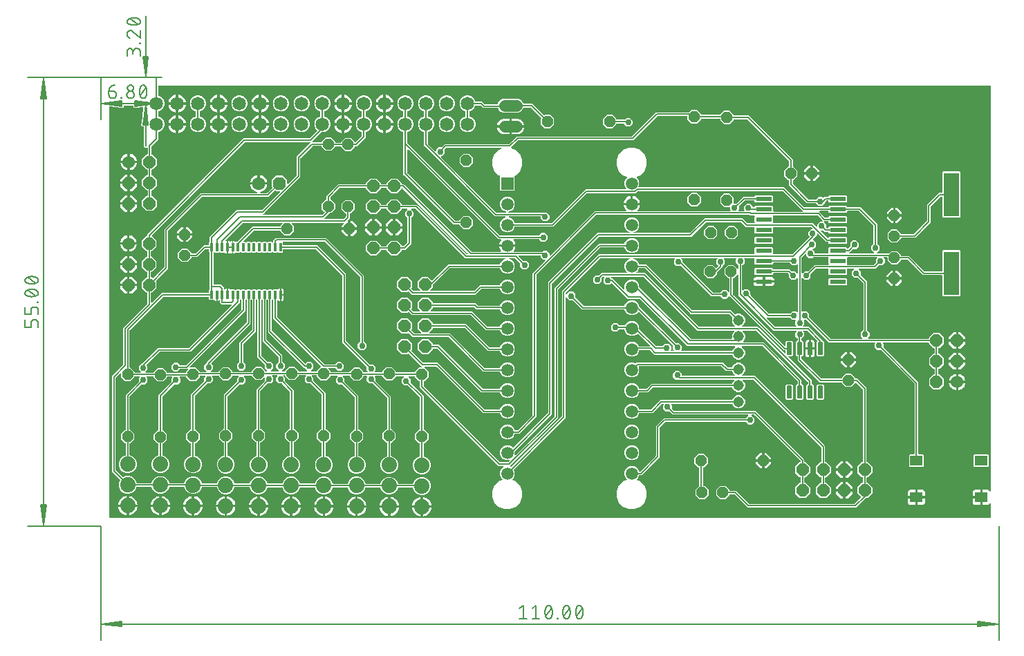
<source format=gbr>
G04 EAGLE Gerber RS-274X export*
G75*
%MOMM*%
%FSLAX34Y34*%
%LPD*%
%INTop Copper*%
%IPPOS*%
%AMOC8*
5,1,8,0,0,1.08239X$1,22.5*%
G01*
%ADD10C,0.130000*%
%ADD11C,0.152400*%
%ADD12P,1.429621X8X112.500000*%
%ADD13P,1.732040X8X22.500000*%
%ADD14C,1.600200*%
%ADD15P,1.429621X8X292.500000*%
%ADD16P,1.429621X8X22.500000*%
%ADD17C,1.308000*%
%ADD18P,1.649562X8X292.500000*%
%ADD19C,1.650000*%
%ADD20C,1.422400*%
%ADD21R,1.508000X1.508000*%
%ADD22C,1.508000*%
%ADD23C,1.879600*%
%ADD24P,1.429621X8X202.500000*%
%ADD25R,1.550000X1.300000*%
%ADD26P,1.649562X8X22.500000*%
%ADD27C,1.524000*%
%ADD28R,0.304800X0.990600*%
%ADD29C,0.150000*%
%ADD30R,1.981200X0.558800*%
%ADD31R,1.930400X5.334000*%
%ADD32P,1.649562X8X112.500000*%
%ADD33C,0.756400*%

G36*
X1089098Y10164D02*
X1089098Y10164D01*
X1089117Y10162D01*
X1089219Y10184D01*
X1089321Y10200D01*
X1089338Y10210D01*
X1089358Y10214D01*
X1089447Y10267D01*
X1089538Y10316D01*
X1089552Y10330D01*
X1089569Y10340D01*
X1089636Y10419D01*
X1089708Y10494D01*
X1089716Y10512D01*
X1089729Y10527D01*
X1089768Y10623D01*
X1089811Y10717D01*
X1089813Y10737D01*
X1089821Y10755D01*
X1089839Y10922D01*
X1089839Y27354D01*
X1089832Y27402D01*
X1089833Y27449D01*
X1089812Y27522D01*
X1089800Y27597D01*
X1089777Y27639D01*
X1089763Y27685D01*
X1089720Y27747D01*
X1089684Y27814D01*
X1089650Y27847D01*
X1089622Y27887D01*
X1089561Y27931D01*
X1089506Y27984D01*
X1089463Y28004D01*
X1089424Y28032D01*
X1089352Y28055D01*
X1089283Y28087D01*
X1089235Y28093D01*
X1089190Y28107D01*
X1089114Y28106D01*
X1089039Y28114D01*
X1088992Y28104D01*
X1088944Y28103D01*
X1088872Y28078D01*
X1088798Y28062D01*
X1088757Y28038D01*
X1088712Y28022D01*
X1088652Y27975D01*
X1088587Y27936D01*
X1088556Y27900D01*
X1088518Y27870D01*
X1088442Y27766D01*
X1088427Y27749D01*
X1088425Y27743D01*
X1088419Y27735D01*
X1088133Y27240D01*
X1087660Y26767D01*
X1087081Y26432D01*
X1086434Y26259D01*
X1079873Y26259D01*
X1079873Y34538D01*
X1079871Y34551D01*
X1079872Y34560D01*
X1079871Y34566D01*
X1079872Y34577D01*
X1079850Y34679D01*
X1079833Y34781D01*
X1079824Y34798D01*
X1079820Y34818D01*
X1079767Y34907D01*
X1079718Y34998D01*
X1079704Y35012D01*
X1079694Y35029D01*
X1079615Y35096D01*
X1079540Y35167D01*
X1079522Y35176D01*
X1079507Y35189D01*
X1079411Y35228D01*
X1079317Y35271D01*
X1079297Y35273D01*
X1079279Y35281D01*
X1079112Y35299D01*
X1078349Y35299D01*
X1078349Y35301D01*
X1079112Y35301D01*
X1079132Y35304D01*
X1079151Y35302D01*
X1079253Y35324D01*
X1079355Y35341D01*
X1079372Y35350D01*
X1079392Y35354D01*
X1079481Y35407D01*
X1079572Y35456D01*
X1079586Y35470D01*
X1079603Y35480D01*
X1079670Y35559D01*
X1079741Y35634D01*
X1079750Y35652D01*
X1079763Y35667D01*
X1079801Y35763D01*
X1079845Y35857D01*
X1079847Y35877D01*
X1079855Y35895D01*
X1079873Y36062D01*
X1079873Y44341D01*
X1086434Y44341D01*
X1087081Y44168D01*
X1087660Y43833D01*
X1088133Y43360D01*
X1088419Y42865D01*
X1088449Y42828D01*
X1088472Y42786D01*
X1088527Y42734D01*
X1088575Y42675D01*
X1088615Y42649D01*
X1088650Y42616D01*
X1088719Y42584D01*
X1088783Y42544D01*
X1088829Y42533D01*
X1088873Y42513D01*
X1088948Y42504D01*
X1089022Y42487D01*
X1089070Y42491D01*
X1089117Y42486D01*
X1089192Y42502D01*
X1089267Y42508D01*
X1089311Y42528D01*
X1089358Y42538D01*
X1089423Y42577D01*
X1089492Y42607D01*
X1089528Y42639D01*
X1089569Y42664D01*
X1089618Y42722D01*
X1089674Y42773D01*
X1089698Y42814D01*
X1089729Y42851D01*
X1089757Y42921D01*
X1089794Y42987D01*
X1089803Y43035D01*
X1089821Y43079D01*
X1089835Y43207D01*
X1089839Y43229D01*
X1089838Y43236D01*
X1089839Y43246D01*
X1089839Y539078D01*
X1089836Y539098D01*
X1089838Y539117D01*
X1089816Y539219D01*
X1089800Y539321D01*
X1089790Y539338D01*
X1089786Y539358D01*
X1089733Y539447D01*
X1089684Y539538D01*
X1089670Y539552D01*
X1089660Y539569D01*
X1089581Y539636D01*
X1089506Y539708D01*
X1089488Y539716D01*
X1089473Y539729D01*
X1089377Y539768D01*
X1089283Y539811D01*
X1089263Y539813D01*
X1089245Y539821D01*
X1089078Y539839D01*
X70936Y539839D01*
X70916Y539836D01*
X70897Y539838D01*
X70795Y539816D01*
X70693Y539800D01*
X70676Y539790D01*
X70656Y539786D01*
X70567Y539733D01*
X70476Y539684D01*
X70462Y539670D01*
X70445Y539660D01*
X70378Y539581D01*
X70306Y539506D01*
X70298Y539488D01*
X70285Y539473D01*
X70246Y539377D01*
X70203Y539283D01*
X70201Y539263D01*
X70193Y539245D01*
X70175Y539078D01*
X70175Y528329D01*
X70194Y528215D01*
X70211Y528098D01*
X70213Y528093D01*
X70214Y528087D01*
X70269Y527984D01*
X70322Y527879D01*
X70327Y527875D01*
X70330Y527869D01*
X70414Y527789D01*
X70498Y527707D01*
X70504Y527703D01*
X70508Y527700D01*
X70525Y527692D01*
X70645Y527626D01*
X73637Y526387D01*
X76387Y523637D01*
X77875Y520044D01*
X77875Y516156D01*
X76387Y512563D01*
X73637Y509813D01*
X70857Y508662D01*
X70757Y508600D01*
X70657Y508540D01*
X70653Y508535D01*
X70648Y508532D01*
X70573Y508442D01*
X70497Y508353D01*
X70495Y508347D01*
X70491Y508343D01*
X70449Y508234D01*
X70405Y508125D01*
X70404Y508118D01*
X70403Y508113D01*
X70402Y508095D01*
X70387Y507958D01*
X70387Y502842D01*
X70406Y502727D01*
X70423Y502611D01*
X70425Y502605D01*
X70426Y502599D01*
X70481Y502496D01*
X70534Y502391D01*
X70539Y502387D01*
X70542Y502381D01*
X70626Y502302D01*
X70710Y502219D01*
X70716Y502215D01*
X70720Y502212D01*
X70737Y502204D01*
X70857Y502138D01*
X73637Y500987D01*
X76387Y498237D01*
X77875Y494644D01*
X77875Y490756D01*
X76387Y487163D01*
X73637Y484413D01*
X70857Y483262D01*
X70757Y483200D01*
X70657Y483140D01*
X70653Y483135D01*
X70648Y483132D01*
X70573Y483042D01*
X70497Y482953D01*
X70495Y482947D01*
X70491Y482943D01*
X70449Y482834D01*
X70405Y482725D01*
X70404Y482718D01*
X70403Y482713D01*
X70402Y482695D01*
X70387Y482558D01*
X70387Y473753D01*
X62210Y465576D01*
X62157Y465502D01*
X62097Y465432D01*
X62085Y465402D01*
X62066Y465376D01*
X62039Y465289D01*
X62005Y465204D01*
X62001Y465163D01*
X61994Y465141D01*
X61995Y465109D01*
X61987Y465038D01*
X61987Y456306D01*
X61990Y456286D01*
X61988Y456267D01*
X62010Y456165D01*
X62026Y456063D01*
X62036Y456046D01*
X62040Y456026D01*
X62093Y455937D01*
X62142Y455846D01*
X62156Y455832D01*
X62166Y455815D01*
X62245Y455748D01*
X62320Y455676D01*
X62338Y455668D01*
X62353Y455655D01*
X62449Y455616D01*
X62543Y455573D01*
X62563Y455571D01*
X62581Y455563D01*
X62748Y455545D01*
X63488Y455545D01*
X68845Y450188D01*
X68845Y442612D01*
X63488Y437255D01*
X62748Y437255D01*
X62728Y437252D01*
X62709Y437254D01*
X62607Y437232D01*
X62505Y437216D01*
X62488Y437206D01*
X62468Y437202D01*
X62379Y437149D01*
X62288Y437100D01*
X62274Y437086D01*
X62257Y437076D01*
X62190Y436997D01*
X62118Y436922D01*
X62110Y436904D01*
X62097Y436889D01*
X62058Y436793D01*
X62015Y436699D01*
X62013Y436679D01*
X62005Y436661D01*
X61987Y436494D01*
X61987Y430906D01*
X61990Y430886D01*
X61988Y430867D01*
X62010Y430765D01*
X62026Y430663D01*
X62036Y430646D01*
X62040Y430626D01*
X62093Y430537D01*
X62142Y430446D01*
X62156Y430432D01*
X62166Y430415D01*
X62245Y430348D01*
X62320Y430276D01*
X62338Y430268D01*
X62353Y430255D01*
X62449Y430216D01*
X62543Y430173D01*
X62563Y430171D01*
X62581Y430163D01*
X62748Y430145D01*
X63488Y430145D01*
X68845Y424788D01*
X68845Y417212D01*
X63488Y411855D01*
X62748Y411855D01*
X62728Y411852D01*
X62709Y411854D01*
X62607Y411832D01*
X62505Y411816D01*
X62488Y411806D01*
X62468Y411802D01*
X62379Y411749D01*
X62288Y411700D01*
X62274Y411686D01*
X62257Y411676D01*
X62190Y411597D01*
X62118Y411522D01*
X62110Y411504D01*
X62097Y411489D01*
X62058Y411393D01*
X62015Y411299D01*
X62013Y411279D01*
X62005Y411261D01*
X61987Y411094D01*
X61987Y405506D01*
X61990Y405486D01*
X61988Y405467D01*
X62010Y405365D01*
X62026Y405263D01*
X62036Y405246D01*
X62040Y405226D01*
X62093Y405137D01*
X62142Y405046D01*
X62156Y405032D01*
X62166Y405015D01*
X62245Y404948D01*
X62320Y404876D01*
X62338Y404868D01*
X62353Y404855D01*
X62449Y404816D01*
X62543Y404773D01*
X62563Y404771D01*
X62581Y404763D01*
X62748Y404745D01*
X63488Y404745D01*
X68845Y399388D01*
X68845Y391812D01*
X63488Y386455D01*
X55912Y386455D01*
X50555Y391812D01*
X50555Y399388D01*
X55912Y404745D01*
X56652Y404745D01*
X56672Y404748D01*
X56691Y404746D01*
X56793Y404768D01*
X56895Y404784D01*
X56912Y404794D01*
X56932Y404798D01*
X57021Y404851D01*
X57112Y404900D01*
X57126Y404914D01*
X57143Y404924D01*
X57210Y405003D01*
X57282Y405078D01*
X57290Y405096D01*
X57303Y405111D01*
X57342Y405207D01*
X57385Y405301D01*
X57387Y405321D01*
X57395Y405339D01*
X57413Y405506D01*
X57413Y411094D01*
X57410Y411114D01*
X57412Y411133D01*
X57390Y411235D01*
X57374Y411337D01*
X57364Y411354D01*
X57360Y411374D01*
X57307Y411463D01*
X57258Y411554D01*
X57244Y411568D01*
X57234Y411585D01*
X57155Y411652D01*
X57080Y411724D01*
X57062Y411732D01*
X57047Y411745D01*
X56951Y411784D01*
X56857Y411827D01*
X56837Y411829D01*
X56819Y411837D01*
X56652Y411855D01*
X55912Y411855D01*
X50555Y417212D01*
X50555Y424788D01*
X55912Y430145D01*
X56652Y430145D01*
X56672Y430148D01*
X56691Y430146D01*
X56793Y430168D01*
X56895Y430184D01*
X56912Y430194D01*
X56932Y430198D01*
X57021Y430251D01*
X57112Y430300D01*
X57126Y430314D01*
X57143Y430324D01*
X57210Y430403D01*
X57282Y430478D01*
X57290Y430496D01*
X57303Y430511D01*
X57342Y430607D01*
X57385Y430701D01*
X57387Y430721D01*
X57395Y430739D01*
X57413Y430906D01*
X57413Y436494D01*
X57410Y436514D01*
X57412Y436533D01*
X57390Y436635D01*
X57374Y436737D01*
X57364Y436754D01*
X57360Y436774D01*
X57307Y436863D01*
X57258Y436954D01*
X57244Y436968D01*
X57234Y436985D01*
X57155Y437052D01*
X57080Y437124D01*
X57062Y437132D01*
X57047Y437145D01*
X56951Y437184D01*
X56857Y437227D01*
X56837Y437229D01*
X56819Y437237D01*
X56652Y437255D01*
X55912Y437255D01*
X50555Y442612D01*
X50555Y450188D01*
X55912Y455545D01*
X56652Y455545D01*
X56672Y455548D01*
X56691Y455546D01*
X56793Y455568D01*
X56895Y455584D01*
X56912Y455594D01*
X56932Y455598D01*
X57021Y455651D01*
X57112Y455700D01*
X57126Y455714D01*
X57143Y455724D01*
X57210Y455803D01*
X57282Y455878D01*
X57290Y455896D01*
X57303Y455911D01*
X57342Y456007D01*
X57385Y456101D01*
X57387Y456121D01*
X57395Y456139D01*
X57413Y456306D01*
X57413Y463500D01*
X57402Y463571D01*
X57400Y463642D01*
X57382Y463691D01*
X57374Y463743D01*
X57340Y463806D01*
X57315Y463873D01*
X57283Y463914D01*
X57258Y463960D01*
X57207Y464009D01*
X57162Y464065D01*
X57118Y464094D01*
X57080Y464129D01*
X57015Y464160D01*
X56955Y464198D01*
X56904Y464211D01*
X56857Y464233D01*
X56786Y464241D01*
X56716Y464258D01*
X56664Y464254D01*
X56613Y464260D01*
X56542Y464245D01*
X56471Y464239D01*
X56423Y464219D01*
X56372Y464208D01*
X56311Y464171D01*
X56245Y464143D01*
X56189Y464098D01*
X56161Y464082D01*
X56146Y464064D01*
X56114Y464038D01*
X55901Y463825D01*
X54099Y463825D01*
X52825Y465099D01*
X52825Y489009D01*
X52823Y489020D01*
X52824Y489026D01*
X52817Y489062D01*
X52810Y489103D01*
X52801Y489198D01*
X52790Y489224D01*
X52786Y489251D01*
X52741Y489335D01*
X52703Y489423D01*
X52684Y489444D01*
X52670Y489469D01*
X52601Y489534D01*
X52537Y489605D01*
X52512Y489619D01*
X52492Y489638D01*
X52406Y489678D01*
X52322Y489725D01*
X52288Y489733D01*
X52269Y489742D01*
X52236Y489745D01*
X52159Y489764D01*
X51719Y489819D01*
X51688Y489818D01*
X51624Y489825D01*
X50887Y489825D01*
X50846Y489848D01*
X50781Y489895D01*
X50739Y489907D01*
X50701Y489929D01*
X50653Y489940D01*
X50203Y490521D01*
X50180Y490542D01*
X50140Y490592D01*
X49619Y491113D01*
X49606Y491158D01*
X49593Y491237D01*
X49573Y491276D01*
X49561Y491318D01*
X49535Y491360D01*
X49627Y492089D01*
X49626Y492120D01*
X49633Y492184D01*
X49633Y492921D01*
X49656Y492962D01*
X49702Y493026D01*
X49715Y493068D01*
X49736Y493107D01*
X49770Y493248D01*
X49774Y493261D01*
X49774Y493265D01*
X49776Y493270D01*
X52254Y512950D01*
X52250Y513064D01*
X52248Y513179D01*
X52245Y513187D01*
X52245Y513195D01*
X52204Y513303D01*
X52166Y513411D01*
X52161Y513417D01*
X52158Y513425D01*
X52085Y513514D01*
X52015Y513604D01*
X52007Y513609D01*
X52002Y513616D01*
X51905Y513677D01*
X51809Y513740D01*
X51801Y513742D01*
X51794Y513746D01*
X51682Y513773D01*
X51571Y513802D01*
X51561Y513802D01*
X51555Y513804D01*
X51532Y513802D01*
X51404Y513800D01*
X43270Y512776D01*
X43228Y512763D01*
X43184Y512760D01*
X43111Y512729D01*
X43034Y512706D01*
X42998Y512681D01*
X42958Y512663D01*
X42919Y512633D01*
X42184Y512633D01*
X42154Y512628D01*
X42089Y512627D01*
X41358Y512535D01*
X41315Y512552D01*
X41245Y512590D01*
X41202Y512598D01*
X41161Y512614D01*
X41112Y512620D01*
X40592Y513140D01*
X40567Y513158D01*
X40521Y513203D01*
X39939Y513654D01*
X39921Y513697D01*
X39898Y513774D01*
X39873Y513810D01*
X39856Y513850D01*
X39825Y513888D01*
X39825Y514624D01*
X39820Y514654D01*
X39819Y514719D01*
X39764Y515159D01*
X39737Y515250D01*
X39717Y515344D01*
X39702Y515368D01*
X39694Y515395D01*
X39639Y515473D01*
X39590Y515555D01*
X39569Y515573D01*
X39553Y515596D01*
X39476Y515653D01*
X39403Y515715D01*
X39377Y515725D01*
X39355Y515742D01*
X39264Y515771D01*
X39175Y515807D01*
X39140Y515811D01*
X39120Y515817D01*
X39087Y515817D01*
X39009Y515825D01*
X28991Y515825D01*
X28897Y515810D01*
X28802Y515801D01*
X28776Y515790D01*
X28749Y515786D01*
X28665Y515741D01*
X28577Y515703D01*
X28556Y515684D01*
X28531Y515670D01*
X28466Y515601D01*
X28395Y515537D01*
X28381Y515512D01*
X28362Y515492D01*
X28322Y515406D01*
X28275Y515322D01*
X28267Y515288D01*
X28258Y515269D01*
X28255Y515236D01*
X28236Y515159D01*
X28181Y514719D01*
X28182Y514688D01*
X28175Y514624D01*
X28175Y513887D01*
X28152Y513846D01*
X28105Y513781D01*
X28093Y513739D01*
X28071Y513701D01*
X28060Y513653D01*
X27479Y513203D01*
X27458Y513180D01*
X27408Y513140D01*
X26887Y512619D01*
X26842Y512606D01*
X26763Y512593D01*
X26724Y512573D01*
X26682Y512561D01*
X26640Y512535D01*
X25911Y512627D01*
X25880Y512626D01*
X25816Y512633D01*
X25079Y512633D01*
X25038Y512656D01*
X24974Y512702D01*
X24932Y512715D01*
X24893Y512736D01*
X24752Y512770D01*
X24739Y512774D01*
X24735Y512774D01*
X24730Y512776D01*
X11017Y514503D01*
X10950Y514500D01*
X10883Y514507D01*
X10828Y514496D01*
X10771Y514493D01*
X10708Y514470D01*
X10642Y514455D01*
X10594Y514426D01*
X10541Y514406D01*
X10489Y514364D01*
X10431Y514329D01*
X10394Y514286D01*
X10351Y514251D01*
X10315Y514193D01*
X10271Y514142D01*
X10250Y514090D01*
X10220Y514042D01*
X10204Y513977D01*
X10179Y513914D01*
X10170Y513835D01*
X10163Y513803D01*
X10165Y513782D01*
X10161Y513747D01*
X10161Y10922D01*
X10164Y10902D01*
X10162Y10883D01*
X10184Y10781D01*
X10200Y10679D01*
X10210Y10662D01*
X10214Y10642D01*
X10267Y10553D01*
X10316Y10462D01*
X10330Y10448D01*
X10340Y10431D01*
X10419Y10364D01*
X10494Y10292D01*
X10512Y10284D01*
X10527Y10271D01*
X10623Y10232D01*
X10717Y10189D01*
X10737Y10187D01*
X10755Y10179D01*
X10922Y10161D01*
X1089078Y10161D01*
X1089098Y10164D01*
G37*
%LPC*%
G36*
X494137Y20784D02*
X494137Y20784D01*
X487368Y23588D01*
X482188Y28768D01*
X479384Y35537D01*
X479384Y42863D01*
X482188Y49632D01*
X487368Y54812D01*
X491548Y56544D01*
X491587Y56568D01*
X491631Y56584D01*
X491691Y56632D01*
X491757Y56673D01*
X491787Y56709D01*
X491823Y56737D01*
X491865Y56803D01*
X491914Y56863D01*
X491931Y56905D01*
X491956Y56944D01*
X491975Y57020D01*
X492002Y57092D01*
X492004Y57138D01*
X492016Y57183D01*
X492010Y57260D01*
X492013Y57338D01*
X492000Y57382D01*
X491997Y57428D01*
X491966Y57499D01*
X491944Y57574D01*
X491918Y57612D01*
X491900Y57654D01*
X491815Y57761D01*
X491804Y57776D01*
X491800Y57779D01*
X491795Y57785D01*
X490115Y59465D01*
X488735Y62797D01*
X488735Y66403D01*
X490115Y69735D01*
X492702Y72322D01*
X492747Y72346D01*
X492765Y72364D01*
X492787Y72378D01*
X492849Y72453D01*
X492917Y72524D01*
X492928Y72548D01*
X492944Y72568D01*
X492979Y72658D01*
X493020Y72747D01*
X493023Y72773D01*
X493032Y72797D01*
X493037Y72895D01*
X493047Y72991D01*
X493042Y73017D01*
X493043Y73043D01*
X493016Y73136D01*
X492995Y73232D01*
X492982Y73254D01*
X492974Y73279D01*
X492919Y73359D01*
X492869Y73443D01*
X492849Y73460D01*
X492834Y73481D01*
X492756Y73539D01*
X492682Y73603D01*
X492658Y73613D01*
X492637Y73628D01*
X492544Y73658D01*
X492454Y73695D01*
X492421Y73698D01*
X492403Y73704D01*
X492370Y73704D01*
X492287Y73713D01*
X487053Y73713D01*
X485490Y75276D01*
X392376Y168390D01*
X390813Y169953D01*
X390813Y177210D01*
X390810Y177230D01*
X390812Y177249D01*
X390790Y177351D01*
X390774Y177453D01*
X390764Y177470D01*
X390760Y177490D01*
X390707Y177579D01*
X390658Y177670D01*
X390644Y177684D01*
X390634Y177701D01*
X390555Y177768D01*
X390480Y177840D01*
X390462Y177848D01*
X390447Y177861D01*
X390351Y177900D01*
X390257Y177943D01*
X390237Y177945D01*
X390219Y177953D01*
X390052Y177971D01*
X389733Y177971D01*
X384971Y182733D01*
X384971Y183052D01*
X384968Y183072D01*
X384970Y183091D01*
X384948Y183193D01*
X384932Y183295D01*
X384922Y183312D01*
X384918Y183332D01*
X384865Y183421D01*
X384816Y183512D01*
X384802Y183526D01*
X384792Y183543D01*
X384713Y183610D01*
X384638Y183682D01*
X384620Y183690D01*
X384605Y183703D01*
X384509Y183742D01*
X384415Y183785D01*
X384395Y183787D01*
X384377Y183795D01*
X384210Y183813D01*
X377529Y183813D01*
X377459Y183802D01*
X377387Y183800D01*
X377338Y183782D01*
X377287Y183774D01*
X377223Y183740D01*
X377156Y183715D01*
X377115Y183683D01*
X377069Y183658D01*
X377020Y183606D01*
X376964Y183562D01*
X376936Y183518D01*
X376900Y183480D01*
X376870Y183415D01*
X376831Y183355D01*
X376818Y183304D01*
X376796Y183257D01*
X376788Y183186D01*
X376771Y183116D01*
X376775Y183064D01*
X376769Y183013D01*
X376784Y182942D01*
X376790Y182871D01*
X376810Y182823D01*
X376821Y182772D01*
X376858Y182711D01*
X376886Y182645D01*
X376931Y182589D01*
X376948Y182561D01*
X376965Y182546D01*
X376991Y182514D01*
X379307Y180198D01*
X379307Y176243D01*
X379321Y176152D01*
X379329Y176062D01*
X379341Y176032D01*
X379346Y176000D01*
X379389Y175919D01*
X379425Y175835D01*
X379451Y175803D01*
X379462Y175782D01*
X379485Y175760D01*
X379530Y175704D01*
X395287Y159947D01*
X395287Y118790D01*
X395290Y118770D01*
X395288Y118751D01*
X395310Y118649D01*
X395326Y118547D01*
X395336Y118530D01*
X395340Y118510D01*
X395393Y118421D01*
X395442Y118330D01*
X395456Y118316D01*
X395466Y118299D01*
X395545Y118232D01*
X395620Y118160D01*
X395638Y118152D01*
X395653Y118139D01*
X395749Y118100D01*
X395843Y118057D01*
X395863Y118055D01*
X395881Y118047D01*
X396048Y118029D01*
X396467Y118029D01*
X401229Y113267D01*
X401229Y106533D01*
X396467Y101771D01*
X396148Y101771D01*
X396128Y101768D01*
X396109Y101770D01*
X396007Y101748D01*
X395905Y101732D01*
X395888Y101722D01*
X395868Y101718D01*
X395779Y101665D01*
X395688Y101616D01*
X395674Y101602D01*
X395657Y101592D01*
X395590Y101513D01*
X395518Y101438D01*
X395510Y101420D01*
X395497Y101405D01*
X395458Y101309D01*
X395415Y101215D01*
X395413Y101195D01*
X395405Y101177D01*
X395387Y101010D01*
X395387Y86126D01*
X395406Y86011D01*
X395423Y85895D01*
X395425Y85889D01*
X395426Y85883D01*
X395481Y85780D01*
X395534Y85675D01*
X395539Y85671D01*
X395542Y85665D01*
X395626Y85586D01*
X395710Y85503D01*
X395716Y85499D01*
X395720Y85496D01*
X395737Y85488D01*
X395857Y85422D01*
X399387Y83960D01*
X402460Y80887D01*
X404123Y76873D01*
X404123Y72527D01*
X402460Y68513D01*
X399387Y65440D01*
X395373Y63777D01*
X391027Y63777D01*
X387013Y65440D01*
X383940Y68513D01*
X382277Y72527D01*
X382277Y76873D01*
X383940Y80887D01*
X387013Y83960D01*
X390343Y85339D01*
X390443Y85401D01*
X390543Y85461D01*
X390547Y85466D01*
X390552Y85469D01*
X390627Y85559D01*
X390703Y85648D01*
X390705Y85654D01*
X390709Y85658D01*
X390751Y85767D01*
X390795Y85876D01*
X390796Y85884D01*
X390797Y85888D01*
X390798Y85906D01*
X390813Y86043D01*
X390813Y101010D01*
X390810Y101030D01*
X390812Y101049D01*
X390790Y101151D01*
X390774Y101253D01*
X390764Y101270D01*
X390760Y101290D01*
X390707Y101379D01*
X390658Y101470D01*
X390644Y101484D01*
X390634Y101501D01*
X390555Y101568D01*
X390480Y101640D01*
X390462Y101648D01*
X390447Y101661D01*
X390351Y101700D01*
X390257Y101743D01*
X390237Y101745D01*
X390219Y101753D01*
X390052Y101771D01*
X389733Y101771D01*
X384971Y106533D01*
X384971Y113267D01*
X389733Y118029D01*
X389952Y118029D01*
X389972Y118032D01*
X389991Y118030D01*
X390093Y118052D01*
X390195Y118068D01*
X390212Y118078D01*
X390232Y118082D01*
X390321Y118135D01*
X390412Y118184D01*
X390426Y118198D01*
X390443Y118208D01*
X390510Y118287D01*
X390582Y118362D01*
X390590Y118380D01*
X390603Y118395D01*
X390642Y118491D01*
X390685Y118585D01*
X390687Y118605D01*
X390695Y118623D01*
X390713Y118790D01*
X390713Y157737D01*
X390699Y157828D01*
X390691Y157918D01*
X390679Y157948D01*
X390674Y157980D01*
X390631Y158061D01*
X390595Y158145D01*
X390569Y158177D01*
X390558Y158198D01*
X390535Y158220D01*
X390490Y158276D01*
X376296Y172470D01*
X376222Y172523D01*
X376152Y172583D01*
X376122Y172595D01*
X376096Y172614D01*
X376009Y172641D01*
X375924Y172675D01*
X375883Y172679D01*
X375861Y172686D01*
X375829Y172685D01*
X375757Y172693D01*
X371802Y172693D01*
X368693Y175802D01*
X368693Y180198D01*
X371009Y182514D01*
X371051Y182572D01*
X371100Y182624D01*
X371122Y182671D01*
X371152Y182713D01*
X371174Y182782D01*
X371204Y182847D01*
X371209Y182899D01*
X371225Y182949D01*
X371223Y183020D01*
X371231Y183091D01*
X371220Y183142D01*
X371218Y183194D01*
X371194Y183262D01*
X371179Y183332D01*
X371152Y183377D01*
X371134Y183425D01*
X371089Y183481D01*
X371052Y183543D01*
X371013Y183577D01*
X370980Y183617D01*
X370920Y183656D01*
X370865Y183703D01*
X370817Y183722D01*
X370773Y183750D01*
X370704Y183768D01*
X370637Y183795D01*
X370566Y183803D01*
X370535Y183811D01*
X370512Y183809D01*
X370471Y183813D01*
X361990Y183813D01*
X361970Y183810D01*
X361951Y183812D01*
X361849Y183790D01*
X361747Y183774D01*
X361730Y183764D01*
X361710Y183760D01*
X361621Y183707D01*
X361530Y183658D01*
X361516Y183644D01*
X361499Y183634D01*
X361432Y183555D01*
X361360Y183480D01*
X361352Y183462D01*
X361339Y183447D01*
X361337Y183441D01*
X356467Y178571D01*
X349733Y178571D01*
X344958Y183346D01*
X344948Y183393D01*
X344932Y183495D01*
X344922Y183512D01*
X344918Y183532D01*
X344865Y183621D01*
X344816Y183712D01*
X344802Y183726D01*
X344792Y183743D01*
X344713Y183810D01*
X344638Y183882D01*
X344620Y183890D01*
X344605Y183903D01*
X344509Y183942D01*
X344415Y183985D01*
X344395Y183987D01*
X344377Y183995D01*
X344210Y184013D01*
X336329Y184013D01*
X336259Y184002D01*
X336187Y184000D01*
X336138Y183982D01*
X336087Y183974D01*
X336023Y183940D01*
X335956Y183915D01*
X335915Y183883D01*
X335869Y183858D01*
X335820Y183806D01*
X335764Y183762D01*
X335736Y183718D01*
X335700Y183680D01*
X335670Y183615D01*
X335631Y183555D01*
X335618Y183504D01*
X335596Y183457D01*
X335588Y183386D01*
X335571Y183316D01*
X335575Y183264D01*
X335569Y183213D01*
X335584Y183142D01*
X335590Y183071D01*
X335610Y183023D01*
X335621Y182972D01*
X335658Y182911D01*
X335686Y182845D01*
X335731Y182789D01*
X335748Y182761D01*
X335765Y182746D01*
X335791Y182714D01*
X336307Y182198D01*
X336307Y178243D01*
X336321Y178152D01*
X336329Y178062D01*
X336341Y178032D01*
X336346Y178000D01*
X336389Y177919D01*
X336425Y177835D01*
X336451Y177803D01*
X336462Y177782D01*
X336485Y177760D01*
X336530Y177704D01*
X355387Y158847D01*
X355387Y119390D01*
X355390Y119370D01*
X355388Y119351D01*
X355410Y119249D01*
X355426Y119147D01*
X355436Y119130D01*
X355440Y119110D01*
X355493Y119021D01*
X355542Y118930D01*
X355556Y118916D01*
X355566Y118899D01*
X355645Y118832D01*
X355720Y118760D01*
X355738Y118752D01*
X355753Y118739D01*
X355849Y118700D01*
X355943Y118657D01*
X355963Y118655D01*
X355981Y118647D01*
X356148Y118629D01*
X356467Y118629D01*
X361229Y113867D01*
X361229Y107133D01*
X356467Y102371D01*
X356148Y102371D01*
X356128Y102368D01*
X356109Y102370D01*
X356007Y102348D01*
X355905Y102332D01*
X355888Y102322D01*
X355868Y102318D01*
X355779Y102265D01*
X355688Y102216D01*
X355674Y102202D01*
X355657Y102192D01*
X355590Y102113D01*
X355518Y102038D01*
X355510Y102020D01*
X355497Y102005D01*
X355458Y101909D01*
X355415Y101815D01*
X355413Y101795D01*
X355405Y101777D01*
X355387Y101610D01*
X355387Y86226D01*
X355406Y86111D01*
X355423Y85995D01*
X355425Y85989D01*
X355426Y85983D01*
X355481Y85880D01*
X355534Y85775D01*
X355539Y85771D01*
X355542Y85765D01*
X355626Y85686D01*
X355710Y85603D01*
X355716Y85599D01*
X355720Y85596D01*
X355737Y85588D01*
X355857Y85522D01*
X359387Y84060D01*
X362460Y80987D01*
X364123Y76973D01*
X364123Y72627D01*
X362460Y68613D01*
X359387Y65540D01*
X355373Y63877D01*
X351027Y63877D01*
X347013Y65540D01*
X343940Y68613D01*
X342277Y72627D01*
X342277Y76973D01*
X343940Y80987D01*
X347013Y84060D01*
X350343Y85439D01*
X350443Y85501D01*
X350543Y85561D01*
X350547Y85566D01*
X350552Y85569D01*
X350627Y85659D01*
X350703Y85748D01*
X350705Y85754D01*
X350709Y85758D01*
X350751Y85867D01*
X350795Y85976D01*
X350796Y85984D01*
X350797Y85988D01*
X350798Y86006D01*
X350813Y86143D01*
X350813Y101610D01*
X350810Y101630D01*
X350812Y101649D01*
X350790Y101751D01*
X350774Y101853D01*
X350764Y101870D01*
X350760Y101890D01*
X350707Y101979D01*
X350658Y102070D01*
X350644Y102084D01*
X350634Y102101D01*
X350555Y102168D01*
X350480Y102240D01*
X350462Y102248D01*
X350447Y102261D01*
X350351Y102300D01*
X350257Y102343D01*
X350237Y102345D01*
X350219Y102353D01*
X350052Y102371D01*
X349733Y102371D01*
X344971Y107133D01*
X344971Y113867D01*
X349733Y118629D01*
X350052Y118629D01*
X350072Y118632D01*
X350091Y118630D01*
X350193Y118652D01*
X350295Y118668D01*
X350312Y118678D01*
X350332Y118682D01*
X350421Y118735D01*
X350512Y118784D01*
X350526Y118798D01*
X350543Y118808D01*
X350610Y118887D01*
X350682Y118962D01*
X350690Y118980D01*
X350703Y118995D01*
X350742Y119091D01*
X350785Y119185D01*
X350787Y119205D01*
X350795Y119223D01*
X350813Y119390D01*
X350813Y156637D01*
X350799Y156728D01*
X350791Y156818D01*
X350779Y156848D01*
X350774Y156880D01*
X350731Y156961D01*
X350695Y157045D01*
X350669Y157077D01*
X350658Y157098D01*
X350635Y157120D01*
X350590Y157176D01*
X333296Y174470D01*
X333222Y174523D01*
X333152Y174583D01*
X333122Y174595D01*
X333096Y174614D01*
X333009Y174641D01*
X332924Y174675D01*
X332883Y174679D01*
X332861Y174686D01*
X332829Y174685D01*
X332757Y174693D01*
X328802Y174693D01*
X325693Y177802D01*
X325693Y182198D01*
X326209Y182714D01*
X326251Y182772D01*
X326300Y182824D01*
X326322Y182871D01*
X326352Y182913D01*
X326374Y182982D01*
X326404Y183047D01*
X326409Y183099D01*
X326425Y183149D01*
X326423Y183220D01*
X326431Y183291D01*
X326420Y183342D01*
X326418Y183394D01*
X326394Y183462D01*
X326379Y183532D01*
X326352Y183577D01*
X326334Y183625D01*
X326289Y183681D01*
X326252Y183743D01*
X326213Y183777D01*
X326180Y183817D01*
X326120Y183856D01*
X326065Y183903D01*
X326017Y183922D01*
X325973Y183950D01*
X325904Y183968D01*
X325837Y183995D01*
X325766Y184003D01*
X325735Y184011D01*
X325712Y184009D01*
X325671Y184013D01*
X321990Y184013D01*
X321970Y184010D01*
X321951Y184012D01*
X321849Y183990D01*
X321747Y183974D01*
X321730Y183964D01*
X321710Y183960D01*
X321621Y183907D01*
X321530Y183858D01*
X321516Y183844D01*
X321499Y183834D01*
X321432Y183755D01*
X321360Y183680D01*
X321352Y183662D01*
X321339Y183647D01*
X321300Y183551D01*
X321257Y183457D01*
X321255Y183437D01*
X321247Y183419D01*
X321229Y183252D01*
X321229Y182933D01*
X316467Y178171D01*
X309733Y178171D01*
X304971Y182933D01*
X304971Y183652D01*
X304968Y183672D01*
X304970Y183691D01*
X304948Y183793D01*
X304932Y183895D01*
X304922Y183912D01*
X304918Y183932D01*
X304865Y184021D01*
X304816Y184112D01*
X304802Y184126D01*
X304792Y184143D01*
X304713Y184210D01*
X304638Y184282D01*
X304620Y184290D01*
X304605Y184303D01*
X304509Y184342D01*
X304415Y184385D01*
X304395Y184387D01*
X304377Y184395D01*
X304210Y184413D01*
X296929Y184413D01*
X296859Y184402D01*
X296787Y184400D01*
X296738Y184382D01*
X296687Y184374D01*
X296623Y184340D01*
X296556Y184315D01*
X296515Y184283D01*
X296469Y184258D01*
X296420Y184206D01*
X296364Y184162D01*
X296336Y184118D01*
X296300Y184080D01*
X296270Y184015D01*
X296231Y183955D01*
X296218Y183904D01*
X296196Y183857D01*
X296188Y183786D01*
X296171Y183716D01*
X296175Y183664D01*
X296169Y183613D01*
X296184Y183542D01*
X296190Y183471D01*
X296210Y183423D01*
X296221Y183372D01*
X296258Y183311D01*
X296286Y183245D01*
X296331Y183189D01*
X296348Y183161D01*
X296365Y183146D01*
X296391Y183114D01*
X298307Y181198D01*
X298307Y177242D01*
X298321Y177152D01*
X298329Y177061D01*
X298341Y177032D01*
X298346Y177000D01*
X298389Y176919D01*
X298425Y176835D01*
X298451Y176803D01*
X298462Y176782D01*
X298485Y176760D01*
X298530Y176704D01*
X313824Y161410D01*
X315387Y159847D01*
X315387Y118990D01*
X315388Y118982D01*
X315388Y118980D01*
X315390Y118970D01*
X315388Y118951D01*
X315410Y118849D01*
X315426Y118747D01*
X315436Y118730D01*
X315440Y118710D01*
X315493Y118621D01*
X315542Y118530D01*
X315556Y118516D01*
X315566Y118499D01*
X315645Y118432D01*
X315720Y118360D01*
X315738Y118352D01*
X315753Y118339D01*
X315849Y118300D01*
X315943Y118257D01*
X315963Y118255D01*
X315981Y118247D01*
X316148Y118229D01*
X316467Y118229D01*
X321229Y113467D01*
X321229Y106733D01*
X316467Y101971D01*
X316148Y101971D01*
X316128Y101968D01*
X316109Y101970D01*
X316007Y101948D01*
X315905Y101932D01*
X315888Y101922D01*
X315868Y101918D01*
X315779Y101865D01*
X315688Y101816D01*
X315674Y101802D01*
X315657Y101792D01*
X315590Y101713D01*
X315518Y101638D01*
X315510Y101620D01*
X315497Y101605D01*
X315458Y101509D01*
X315415Y101415D01*
X315413Y101395D01*
X315405Y101377D01*
X315387Y101210D01*
X315387Y86326D01*
X315406Y86211D01*
X315423Y86095D01*
X315425Y86089D01*
X315426Y86083D01*
X315481Y85980D01*
X315534Y85875D01*
X315539Y85871D01*
X315542Y85865D01*
X315626Y85786D01*
X315710Y85703D01*
X315716Y85699D01*
X315720Y85696D01*
X315737Y85688D01*
X315857Y85622D01*
X319387Y84160D01*
X322460Y81087D01*
X324123Y77073D01*
X324123Y72727D01*
X322460Y68713D01*
X319387Y65640D01*
X315373Y63977D01*
X311027Y63977D01*
X307013Y65640D01*
X303940Y68713D01*
X302277Y72727D01*
X302277Y77073D01*
X303940Y81087D01*
X307013Y84160D01*
X310343Y85539D01*
X310443Y85601D01*
X310543Y85661D01*
X310547Y85666D01*
X310552Y85669D01*
X310627Y85759D01*
X310703Y85848D01*
X310705Y85854D01*
X310709Y85858D01*
X310751Y85967D01*
X310795Y86076D01*
X310796Y86084D01*
X310797Y86088D01*
X310798Y86106D01*
X310813Y86243D01*
X310813Y101210D01*
X310810Y101230D01*
X310812Y101249D01*
X310790Y101351D01*
X310774Y101453D01*
X310764Y101470D01*
X310760Y101490D01*
X310707Y101579D01*
X310658Y101670D01*
X310644Y101684D01*
X310634Y101701D01*
X310555Y101768D01*
X310480Y101840D01*
X310462Y101848D01*
X310447Y101861D01*
X310351Y101900D01*
X310257Y101943D01*
X310237Y101945D01*
X310219Y101953D01*
X310052Y101971D01*
X309733Y101971D01*
X304971Y106733D01*
X304971Y113467D01*
X309733Y118229D01*
X310052Y118229D01*
X310072Y118232D01*
X310091Y118230D01*
X310193Y118252D01*
X310295Y118268D01*
X310312Y118278D01*
X310332Y118282D01*
X310421Y118335D01*
X310512Y118384D01*
X310526Y118398D01*
X310543Y118408D01*
X310610Y118487D01*
X310682Y118562D01*
X310690Y118580D01*
X310703Y118595D01*
X310742Y118691D01*
X310785Y118785D01*
X310787Y118805D01*
X310795Y118823D01*
X310813Y118990D01*
X310813Y157638D01*
X310799Y157728D01*
X310791Y157819D01*
X310779Y157848D01*
X310774Y157880D01*
X310731Y157961D01*
X310695Y158045D01*
X310669Y158077D01*
X310658Y158098D01*
X310635Y158120D01*
X310590Y158176D01*
X295296Y173470D01*
X295222Y173523D01*
X295152Y173583D01*
X295122Y173595D01*
X295096Y173614D01*
X295009Y173641D01*
X294924Y173675D01*
X294883Y173679D01*
X294861Y173686D01*
X294829Y173685D01*
X294758Y173693D01*
X290802Y173693D01*
X287693Y176802D01*
X287693Y181198D01*
X289609Y183114D01*
X289651Y183172D01*
X289700Y183224D01*
X289722Y183271D01*
X289752Y183313D01*
X289774Y183382D01*
X289804Y183447D01*
X289809Y183499D01*
X289825Y183549D01*
X289823Y183620D01*
X289831Y183691D01*
X289820Y183742D01*
X289818Y183794D01*
X289794Y183862D01*
X289779Y183932D01*
X289752Y183977D01*
X289734Y184025D01*
X289689Y184081D01*
X289652Y184143D01*
X289613Y184177D01*
X289580Y184217D01*
X289520Y184256D01*
X289465Y184303D01*
X289417Y184322D01*
X289373Y184350D01*
X289304Y184368D01*
X289237Y184395D01*
X289166Y184403D01*
X289135Y184411D01*
X289112Y184409D01*
X289071Y184413D01*
X281790Y184413D01*
X281770Y184410D01*
X281751Y184412D01*
X281649Y184390D01*
X281547Y184374D01*
X281530Y184364D01*
X281510Y184360D01*
X281421Y184307D01*
X281330Y184258D01*
X281316Y184244D01*
X281299Y184234D01*
X281232Y184155D01*
X281160Y184080D01*
X281152Y184062D01*
X281139Y184047D01*
X281100Y183951D01*
X281057Y183857D01*
X281055Y183837D01*
X281047Y183819D01*
X281029Y183652D01*
X281029Y183333D01*
X276267Y178571D01*
X269533Y178571D01*
X264771Y183333D01*
X264771Y184252D01*
X264768Y184272D01*
X264770Y184291D01*
X264748Y184393D01*
X264732Y184495D01*
X264722Y184512D01*
X264718Y184532D01*
X264665Y184621D01*
X264616Y184712D01*
X264602Y184726D01*
X264592Y184743D01*
X264513Y184810D01*
X264438Y184882D01*
X264420Y184890D01*
X264405Y184903D01*
X264309Y184942D01*
X264215Y184985D01*
X264195Y184987D01*
X264177Y184995D01*
X264010Y185013D01*
X259329Y185013D01*
X259259Y185002D01*
X259187Y185000D01*
X259138Y184982D01*
X259087Y184974D01*
X259023Y184940D01*
X258956Y184915D01*
X258915Y184883D01*
X258869Y184858D01*
X258820Y184806D01*
X258764Y184762D01*
X258736Y184718D01*
X258700Y184680D01*
X258670Y184615D01*
X258631Y184555D01*
X258618Y184504D01*
X258596Y184457D01*
X258588Y184386D01*
X258571Y184316D01*
X258575Y184264D01*
X258569Y184213D01*
X258584Y184142D01*
X258590Y184071D01*
X258610Y184023D01*
X258621Y183972D01*
X258658Y183911D01*
X258686Y183845D01*
X258731Y183789D01*
X258748Y183761D01*
X258765Y183746D01*
X258791Y183714D01*
X260307Y182198D01*
X260307Y178243D01*
X260321Y178152D01*
X260329Y178062D01*
X260341Y178032D01*
X260346Y178000D01*
X260389Y177919D01*
X260425Y177835D01*
X260451Y177803D01*
X260462Y177782D01*
X260485Y177760D01*
X260530Y177704D01*
X275187Y163047D01*
X275187Y119390D01*
X275190Y119370D01*
X275188Y119351D01*
X275210Y119249D01*
X275226Y119147D01*
X275236Y119130D01*
X275240Y119110D01*
X275293Y119021D01*
X275342Y118930D01*
X275356Y118916D01*
X275366Y118899D01*
X275445Y118832D01*
X275520Y118760D01*
X275538Y118752D01*
X275553Y118739D01*
X275649Y118700D01*
X275743Y118657D01*
X275763Y118655D01*
X275781Y118647D01*
X275948Y118629D01*
X276267Y118629D01*
X281029Y113867D01*
X281029Y107133D01*
X276267Y102371D01*
X275948Y102371D01*
X275928Y102368D01*
X275909Y102370D01*
X275807Y102348D01*
X275705Y102332D01*
X275688Y102322D01*
X275668Y102318D01*
X275579Y102265D01*
X275488Y102216D01*
X275474Y102202D01*
X275457Y102192D01*
X275390Y102113D01*
X275318Y102038D01*
X275310Y102020D01*
X275297Y102005D01*
X275258Y101909D01*
X275215Y101815D01*
X275213Y101795D01*
X275205Y101777D01*
X275187Y101610D01*
X275187Y86508D01*
X275206Y86394D01*
X275223Y86277D01*
X275225Y86272D01*
X275226Y86266D01*
X275281Y86163D01*
X275334Y86058D01*
X275339Y86054D01*
X275342Y86048D01*
X275426Y85968D01*
X275510Y85886D01*
X275516Y85882D01*
X275520Y85879D01*
X275537Y85871D01*
X275657Y85805D01*
X279387Y84260D01*
X282460Y81187D01*
X284123Y77173D01*
X284123Y72827D01*
X282460Y68813D01*
X279387Y65740D01*
X275373Y64077D01*
X271027Y64077D01*
X267013Y65740D01*
X263940Y68813D01*
X262277Y72827D01*
X262277Y77173D01*
X263940Y81187D01*
X267013Y84260D01*
X270143Y85557D01*
X270243Y85618D01*
X270343Y85678D01*
X270347Y85683D01*
X270352Y85686D01*
X270427Y85776D01*
X270503Y85865D01*
X270505Y85871D01*
X270509Y85876D01*
X270551Y85984D01*
X270595Y86093D01*
X270596Y86101D01*
X270597Y86105D01*
X270598Y86124D01*
X270613Y86260D01*
X270613Y101610D01*
X270610Y101630D01*
X270612Y101649D01*
X270590Y101751D01*
X270574Y101853D01*
X270564Y101870D01*
X270560Y101890D01*
X270507Y101979D01*
X270458Y102070D01*
X270444Y102084D01*
X270434Y102101D01*
X270355Y102168D01*
X270280Y102240D01*
X270262Y102248D01*
X270247Y102261D01*
X270151Y102300D01*
X270057Y102343D01*
X270037Y102345D01*
X270019Y102353D01*
X269852Y102371D01*
X269533Y102371D01*
X264771Y107133D01*
X264771Y113867D01*
X269533Y118629D01*
X269852Y118629D01*
X269872Y118632D01*
X269891Y118630D01*
X269993Y118652D01*
X270095Y118668D01*
X270112Y118678D01*
X270132Y118682D01*
X270221Y118735D01*
X270312Y118784D01*
X270326Y118798D01*
X270343Y118808D01*
X270410Y118887D01*
X270482Y118962D01*
X270490Y118980D01*
X270503Y118995D01*
X270542Y119091D01*
X270585Y119185D01*
X270587Y119205D01*
X270595Y119223D01*
X270613Y119390D01*
X270613Y160837D01*
X270599Y160928D01*
X270591Y161018D01*
X270579Y161048D01*
X270574Y161080D01*
X270531Y161161D01*
X270495Y161245D01*
X270469Y161277D01*
X270458Y161298D01*
X270435Y161320D01*
X270390Y161376D01*
X257296Y174470D01*
X257222Y174523D01*
X257152Y174583D01*
X257122Y174595D01*
X257096Y174614D01*
X257009Y174641D01*
X256924Y174675D01*
X256883Y174679D01*
X256861Y174686D01*
X256829Y174685D01*
X256757Y174693D01*
X252802Y174693D01*
X249693Y177802D01*
X249693Y182198D01*
X251209Y183714D01*
X251251Y183772D01*
X251300Y183824D01*
X251322Y183871D01*
X251352Y183913D01*
X251374Y183982D01*
X251404Y184047D01*
X251409Y184099D01*
X251425Y184149D01*
X251423Y184220D01*
X251431Y184291D01*
X251420Y184342D01*
X251418Y184394D01*
X251394Y184462D01*
X251379Y184532D01*
X251352Y184577D01*
X251334Y184625D01*
X251289Y184681D01*
X251252Y184743D01*
X251213Y184777D01*
X251180Y184817D01*
X251120Y184856D01*
X251065Y184903D01*
X251017Y184922D01*
X250973Y184950D01*
X250904Y184968D01*
X250837Y184995D01*
X250766Y185003D01*
X250735Y185011D01*
X250712Y185009D01*
X250671Y185013D01*
X242790Y185013D01*
X242770Y185010D01*
X242751Y185012D01*
X242649Y184990D01*
X242547Y184974D01*
X242530Y184964D01*
X242510Y184960D01*
X242421Y184907D01*
X242330Y184858D01*
X242316Y184844D01*
X242299Y184834D01*
X242232Y184755D01*
X242160Y184680D01*
X242152Y184662D01*
X242139Y184647D01*
X242100Y184551D01*
X242057Y184457D01*
X242055Y184437D01*
X242047Y184419D01*
X242029Y184252D01*
X242029Y183933D01*
X237267Y179171D01*
X230533Y179171D01*
X225771Y183933D01*
X225771Y184252D01*
X225768Y184272D01*
X225770Y184291D01*
X225748Y184393D01*
X225732Y184495D01*
X225722Y184512D01*
X225718Y184532D01*
X225665Y184621D01*
X225616Y184712D01*
X225602Y184726D01*
X225592Y184743D01*
X225513Y184810D01*
X225438Y184882D01*
X225420Y184890D01*
X225405Y184903D01*
X225309Y184942D01*
X225215Y184985D01*
X225195Y184987D01*
X225177Y184995D01*
X225010Y185013D01*
X224329Y185013D01*
X224259Y185002D01*
X224187Y185000D01*
X224138Y184982D01*
X224087Y184974D01*
X224023Y184940D01*
X223956Y184915D01*
X223915Y184883D01*
X223869Y184858D01*
X223820Y184806D01*
X223764Y184762D01*
X223736Y184718D01*
X223700Y184680D01*
X223670Y184615D01*
X223631Y184555D01*
X223618Y184504D01*
X223596Y184457D01*
X223588Y184386D01*
X223571Y184316D01*
X223575Y184264D01*
X223569Y184213D01*
X223584Y184142D01*
X223590Y184071D01*
X223610Y184023D01*
X223621Y183972D01*
X223658Y183911D01*
X223686Y183845D01*
X223731Y183789D01*
X223748Y183761D01*
X223765Y183746D01*
X223791Y183714D01*
X225307Y182198D01*
X225307Y178243D01*
X225321Y178152D01*
X225329Y178062D01*
X225341Y178032D01*
X225346Y178000D01*
X225389Y177919D01*
X225425Y177835D01*
X225451Y177803D01*
X225462Y177782D01*
X225485Y177760D01*
X225530Y177704D01*
X236187Y167047D01*
X236187Y119990D01*
X236190Y119970D01*
X236188Y119951D01*
X236210Y119849D01*
X236226Y119747D01*
X236236Y119730D01*
X236240Y119710D01*
X236293Y119621D01*
X236342Y119530D01*
X236356Y119516D01*
X236366Y119499D01*
X236445Y119432D01*
X236520Y119360D01*
X236538Y119352D01*
X236553Y119339D01*
X236649Y119300D01*
X236743Y119257D01*
X236763Y119255D01*
X236781Y119247D01*
X236948Y119229D01*
X237267Y119229D01*
X242029Y114467D01*
X242029Y107733D01*
X237267Y102971D01*
X236948Y102971D01*
X236928Y102968D01*
X236909Y102970D01*
X236807Y102948D01*
X236705Y102932D01*
X236688Y102922D01*
X236668Y102918D01*
X236579Y102865D01*
X236488Y102816D01*
X236474Y102802D01*
X236457Y102792D01*
X236390Y102713D01*
X236318Y102638D01*
X236310Y102620D01*
X236297Y102605D01*
X236258Y102509D01*
X236215Y102415D01*
X236213Y102395D01*
X236205Y102377D01*
X236187Y102210D01*
X236187Y86194D01*
X236206Y86079D01*
X236223Y85963D01*
X236225Y85958D01*
X236226Y85951D01*
X236281Y85849D01*
X236334Y85744D01*
X236339Y85740D01*
X236342Y85734D01*
X236426Y85654D01*
X236510Y85572D01*
X236516Y85568D01*
X236520Y85565D01*
X236537Y85557D01*
X236657Y85491D01*
X239387Y84360D01*
X242460Y81287D01*
X244123Y77273D01*
X244123Y72927D01*
X242460Y68913D01*
X239387Y65840D01*
X235373Y64177D01*
X231027Y64177D01*
X227013Y65840D01*
X223940Y68913D01*
X222277Y72927D01*
X222277Y77273D01*
X223940Y81287D01*
X227013Y84360D01*
X231143Y86071D01*
X231243Y86132D01*
X231343Y86192D01*
X231347Y86197D01*
X231352Y86200D01*
X231427Y86290D01*
X231503Y86379D01*
X231505Y86385D01*
X231509Y86390D01*
X231551Y86498D01*
X231595Y86607D01*
X231596Y86615D01*
X231597Y86619D01*
X231598Y86638D01*
X231613Y86774D01*
X231613Y102210D01*
X231610Y102230D01*
X231612Y102249D01*
X231590Y102351D01*
X231574Y102453D01*
X231564Y102470D01*
X231560Y102490D01*
X231507Y102579D01*
X231458Y102670D01*
X231444Y102684D01*
X231434Y102701D01*
X231355Y102768D01*
X231280Y102840D01*
X231262Y102848D01*
X231247Y102861D01*
X231151Y102900D01*
X231057Y102943D01*
X231037Y102945D01*
X231019Y102953D01*
X230852Y102971D01*
X230533Y102971D01*
X225771Y107733D01*
X225771Y114467D01*
X230533Y119229D01*
X230852Y119229D01*
X230872Y119232D01*
X230891Y119230D01*
X230993Y119252D01*
X231095Y119268D01*
X231112Y119278D01*
X231132Y119282D01*
X231221Y119335D01*
X231312Y119384D01*
X231326Y119398D01*
X231343Y119408D01*
X231410Y119487D01*
X231482Y119562D01*
X231490Y119580D01*
X231503Y119595D01*
X231542Y119691D01*
X231585Y119785D01*
X231587Y119805D01*
X231595Y119823D01*
X231613Y119990D01*
X231613Y164837D01*
X231599Y164928D01*
X231591Y165018D01*
X231579Y165048D01*
X231574Y165080D01*
X231531Y165161D01*
X231495Y165245D01*
X231469Y165277D01*
X231458Y165298D01*
X231435Y165320D01*
X231390Y165376D01*
X222296Y174470D01*
X222222Y174523D01*
X222152Y174583D01*
X222122Y174595D01*
X222096Y174614D01*
X222009Y174641D01*
X221924Y174675D01*
X221883Y174679D01*
X221861Y174686D01*
X221829Y174685D01*
X221757Y174693D01*
X217802Y174693D01*
X214693Y177802D01*
X214693Y182198D01*
X216209Y183714D01*
X216251Y183772D01*
X216300Y183824D01*
X216322Y183871D01*
X216352Y183913D01*
X216374Y183982D01*
X216404Y184047D01*
X216409Y184099D01*
X216425Y184149D01*
X216423Y184220D01*
X216431Y184291D01*
X216420Y184342D01*
X216418Y184394D01*
X216394Y184462D01*
X216379Y184532D01*
X216352Y184577D01*
X216334Y184625D01*
X216289Y184681D01*
X216252Y184743D01*
X216213Y184777D01*
X216180Y184817D01*
X216120Y184856D01*
X216065Y184903D01*
X216017Y184922D01*
X215973Y184950D01*
X215904Y184968D01*
X215837Y184995D01*
X215766Y185003D01*
X215735Y185011D01*
X215712Y185009D01*
X215671Y185013D01*
X210329Y185013D01*
X210259Y185002D01*
X210187Y185000D01*
X210138Y184982D01*
X210087Y184974D01*
X210023Y184940D01*
X209956Y184915D01*
X209915Y184883D01*
X209869Y184858D01*
X209820Y184806D01*
X209764Y184762D01*
X209736Y184718D01*
X209700Y184680D01*
X209670Y184615D01*
X209631Y184555D01*
X209618Y184504D01*
X209596Y184457D01*
X209588Y184386D01*
X209571Y184316D01*
X209575Y184264D01*
X209569Y184213D01*
X209584Y184142D01*
X209590Y184071D01*
X209610Y184023D01*
X209621Y183972D01*
X209658Y183911D01*
X209686Y183845D01*
X209731Y183789D01*
X209748Y183761D01*
X209765Y183746D01*
X209791Y183714D01*
X211307Y182198D01*
X211307Y177802D01*
X208198Y174693D01*
X204243Y174693D01*
X204152Y174679D01*
X204062Y174671D01*
X204032Y174659D01*
X204000Y174654D01*
X203919Y174611D01*
X203835Y174575D01*
X203803Y174549D01*
X203782Y174538D01*
X203760Y174515D01*
X203704Y174470D01*
X195410Y166176D01*
X195357Y166102D01*
X195297Y166032D01*
X195285Y166002D01*
X195266Y165976D01*
X195239Y165889D01*
X195205Y165804D01*
X195201Y165763D01*
X195194Y165741D01*
X195195Y165709D01*
X195187Y165637D01*
X195187Y119990D01*
X195190Y119970D01*
X195188Y119951D01*
X195210Y119849D01*
X195226Y119747D01*
X195236Y119730D01*
X195240Y119710D01*
X195293Y119621D01*
X195342Y119530D01*
X195356Y119516D01*
X195366Y119499D01*
X195445Y119432D01*
X195520Y119360D01*
X195538Y119352D01*
X195553Y119339D01*
X195649Y119300D01*
X195743Y119257D01*
X195763Y119255D01*
X195781Y119247D01*
X195948Y119229D01*
X196267Y119229D01*
X201029Y114467D01*
X201029Y107733D01*
X196267Y102971D01*
X195948Y102971D01*
X195928Y102968D01*
X195909Y102970D01*
X195807Y102948D01*
X195705Y102932D01*
X195688Y102922D01*
X195668Y102918D01*
X195579Y102865D01*
X195488Y102816D01*
X195474Y102802D01*
X195457Y102792D01*
X195390Y102713D01*
X195318Y102638D01*
X195310Y102620D01*
X195297Y102605D01*
X195258Y102509D01*
X195215Y102415D01*
X195213Y102395D01*
X195205Y102377D01*
X195187Y102210D01*
X195187Y86708D01*
X195206Y86594D01*
X195223Y86477D01*
X195225Y86472D01*
X195226Y86466D01*
X195281Y86363D01*
X195334Y86258D01*
X195339Y86254D01*
X195342Y86248D01*
X195426Y86168D01*
X195510Y86086D01*
X195516Y86082D01*
X195520Y86079D01*
X195537Y86071D01*
X195657Y86005D01*
X199387Y84460D01*
X202460Y81387D01*
X204123Y77373D01*
X204123Y73027D01*
X202460Y69013D01*
X199387Y65940D01*
X195373Y64277D01*
X191027Y64277D01*
X187013Y65940D01*
X183940Y69013D01*
X182277Y73027D01*
X182277Y77373D01*
X183940Y81387D01*
X187013Y84460D01*
X190143Y85757D01*
X190243Y85818D01*
X190343Y85878D01*
X190347Y85883D01*
X190352Y85886D01*
X190427Y85976D01*
X190503Y86065D01*
X190505Y86071D01*
X190509Y86076D01*
X190551Y86184D01*
X190595Y86293D01*
X190596Y86301D01*
X190597Y86305D01*
X190598Y86324D01*
X190613Y86460D01*
X190613Y102210D01*
X190610Y102230D01*
X190612Y102249D01*
X190590Y102351D01*
X190574Y102453D01*
X190564Y102470D01*
X190560Y102490D01*
X190507Y102579D01*
X190458Y102670D01*
X190444Y102684D01*
X190434Y102701D01*
X190355Y102768D01*
X190280Y102840D01*
X190262Y102848D01*
X190247Y102861D01*
X190151Y102900D01*
X190057Y102943D01*
X190037Y102945D01*
X190019Y102953D01*
X189852Y102971D01*
X189533Y102971D01*
X184771Y107733D01*
X184771Y114467D01*
X189533Y119229D01*
X189852Y119229D01*
X189872Y119232D01*
X189891Y119230D01*
X189993Y119252D01*
X190095Y119268D01*
X190112Y119278D01*
X190132Y119282D01*
X190221Y119335D01*
X190312Y119384D01*
X190326Y119398D01*
X190343Y119408D01*
X190410Y119487D01*
X190482Y119562D01*
X190490Y119580D01*
X190503Y119595D01*
X190542Y119691D01*
X190585Y119785D01*
X190587Y119805D01*
X190595Y119823D01*
X190613Y119990D01*
X190613Y167847D01*
X200470Y177704D01*
X200523Y177778D01*
X200583Y177848D01*
X200595Y177878D01*
X200614Y177904D01*
X200641Y177991D01*
X200675Y178076D01*
X200679Y178117D01*
X200686Y178139D01*
X200685Y178171D01*
X200693Y178243D01*
X200693Y181760D01*
X200682Y181830D01*
X200680Y181902D01*
X200662Y181951D01*
X200654Y182002D01*
X200620Y182066D01*
X200595Y182133D01*
X200563Y182174D01*
X200538Y182220D01*
X200486Y182269D01*
X200442Y182325D01*
X200398Y182353D01*
X200360Y182389D01*
X200295Y182419D01*
X200235Y182458D01*
X200184Y182471D01*
X200137Y182493D01*
X200066Y182501D01*
X199996Y182518D01*
X199944Y182514D01*
X199893Y182520D01*
X199822Y182505D01*
X199751Y182499D01*
X199703Y182479D01*
X199652Y182468D01*
X199591Y182431D01*
X199525Y182403D01*
X199469Y182358D01*
X199441Y182341D01*
X199426Y182324D01*
X199394Y182298D01*
X196267Y179171D01*
X189533Y179171D01*
X184644Y184060D01*
X184616Y184112D01*
X184602Y184126D01*
X184592Y184143D01*
X184513Y184210D01*
X184438Y184282D01*
X184420Y184290D01*
X184405Y184303D01*
X184309Y184342D01*
X184215Y184385D01*
X184195Y184387D01*
X184177Y184395D01*
X184010Y184413D01*
X175929Y184413D01*
X175859Y184402D01*
X175787Y184400D01*
X175738Y184382D01*
X175687Y184374D01*
X175623Y184340D01*
X175556Y184315D01*
X175515Y184283D01*
X175469Y184258D01*
X175420Y184206D01*
X175364Y184162D01*
X175336Y184118D01*
X175300Y184080D01*
X175270Y184015D01*
X175231Y183955D01*
X175218Y183904D01*
X175196Y183857D01*
X175188Y183786D01*
X175171Y183716D01*
X175175Y183664D01*
X175169Y183613D01*
X175184Y183542D01*
X175190Y183471D01*
X175210Y183423D01*
X175221Y183372D01*
X175258Y183311D01*
X175286Y183245D01*
X175331Y183189D01*
X175348Y183161D01*
X175365Y183146D01*
X175391Y183114D01*
X177307Y181198D01*
X177307Y176802D01*
X174198Y173693D01*
X170243Y173693D01*
X170152Y173679D01*
X170062Y173671D01*
X170032Y173659D01*
X170000Y173654D01*
X169919Y173611D01*
X169835Y173575D01*
X169803Y173549D01*
X169782Y173538D01*
X169760Y173515D01*
X169704Y173470D01*
X155410Y159176D01*
X155357Y159102D01*
X155297Y159032D01*
X155285Y159002D01*
X155266Y158976D01*
X155239Y158889D01*
X155205Y158804D01*
X155201Y158763D01*
X155194Y158741D01*
X155195Y158709D01*
X155187Y158637D01*
X155187Y119390D01*
X155190Y119370D01*
X155188Y119351D01*
X155210Y119249D01*
X155226Y119147D01*
X155236Y119130D01*
X155240Y119110D01*
X155293Y119021D01*
X155342Y118930D01*
X155356Y118916D01*
X155366Y118899D01*
X155445Y118832D01*
X155520Y118760D01*
X155538Y118752D01*
X155553Y118739D01*
X155649Y118700D01*
X155743Y118657D01*
X155763Y118655D01*
X155781Y118647D01*
X155948Y118629D01*
X156267Y118629D01*
X161029Y113867D01*
X161029Y107133D01*
X156267Y102371D01*
X155948Y102371D01*
X155928Y102368D01*
X155909Y102370D01*
X155807Y102348D01*
X155705Y102332D01*
X155688Y102322D01*
X155668Y102318D01*
X155579Y102265D01*
X155488Y102216D01*
X155474Y102202D01*
X155457Y102192D01*
X155390Y102113D01*
X155318Y102038D01*
X155310Y102020D01*
X155297Y102005D01*
X155258Y101909D01*
X155215Y101815D01*
X155213Y101795D01*
X155205Y101777D01*
X155187Y101610D01*
X155187Y86926D01*
X155206Y86811D01*
X155223Y86695D01*
X155225Y86689D01*
X155226Y86683D01*
X155281Y86580D01*
X155334Y86475D01*
X155339Y86471D01*
X155342Y86465D01*
X155426Y86386D01*
X155510Y86303D01*
X155516Y86299D01*
X155520Y86296D01*
X155537Y86288D01*
X155657Y86222D01*
X159187Y84760D01*
X162260Y81687D01*
X163923Y77673D01*
X163923Y73327D01*
X162260Y69313D01*
X159187Y66240D01*
X155173Y64577D01*
X150827Y64577D01*
X146813Y66240D01*
X143740Y69313D01*
X142077Y73327D01*
X142077Y77673D01*
X143740Y81687D01*
X146813Y84760D01*
X150143Y86139D01*
X150243Y86201D01*
X150343Y86261D01*
X150347Y86266D01*
X150352Y86269D01*
X150427Y86359D01*
X150503Y86448D01*
X150505Y86454D01*
X150509Y86458D01*
X150551Y86567D01*
X150595Y86676D01*
X150596Y86684D01*
X150597Y86688D01*
X150598Y86706D01*
X150613Y86843D01*
X150613Y101610D01*
X150610Y101630D01*
X150612Y101649D01*
X150590Y101751D01*
X150574Y101853D01*
X150564Y101870D01*
X150560Y101890D01*
X150507Y101979D01*
X150458Y102070D01*
X150444Y102084D01*
X150434Y102101D01*
X150355Y102168D01*
X150280Y102240D01*
X150262Y102248D01*
X150247Y102261D01*
X150151Y102300D01*
X150057Y102343D01*
X150037Y102345D01*
X150019Y102353D01*
X149852Y102371D01*
X149533Y102371D01*
X144771Y107133D01*
X144771Y113867D01*
X149533Y118629D01*
X149852Y118629D01*
X149872Y118632D01*
X149891Y118630D01*
X149993Y118652D01*
X150095Y118668D01*
X150112Y118678D01*
X150132Y118682D01*
X150221Y118735D01*
X150312Y118784D01*
X150326Y118798D01*
X150343Y118808D01*
X150410Y118887D01*
X150482Y118962D01*
X150490Y118980D01*
X150503Y118995D01*
X150542Y119091D01*
X150585Y119185D01*
X150587Y119205D01*
X150595Y119223D01*
X150613Y119390D01*
X150613Y160847D01*
X166470Y176704D01*
X166523Y176778D01*
X166583Y176848D01*
X166595Y176878D01*
X166614Y176904D01*
X166641Y176991D01*
X166675Y177076D01*
X166679Y177117D01*
X166686Y177139D01*
X166685Y177171D01*
X166693Y177243D01*
X166693Y181198D01*
X168609Y183114D01*
X168651Y183172D01*
X168700Y183224D01*
X168722Y183271D01*
X168752Y183313D01*
X168774Y183382D01*
X168804Y183447D01*
X168809Y183499D01*
X168825Y183549D01*
X168823Y183620D01*
X168831Y183691D01*
X168820Y183742D01*
X168818Y183794D01*
X168794Y183862D01*
X168779Y183932D01*
X168752Y183977D01*
X168734Y184025D01*
X168689Y184081D01*
X168652Y184143D01*
X168613Y184177D01*
X168580Y184217D01*
X168520Y184256D01*
X168465Y184303D01*
X168417Y184322D01*
X168373Y184350D01*
X168304Y184368D01*
X168237Y184395D01*
X168166Y184403D01*
X168135Y184411D01*
X168112Y184409D01*
X168071Y184413D01*
X161790Y184413D01*
X161770Y184410D01*
X161751Y184412D01*
X161649Y184390D01*
X161547Y184374D01*
X161530Y184364D01*
X161510Y184360D01*
X161421Y184307D01*
X161330Y184258D01*
X161316Y184244D01*
X161299Y184234D01*
X161232Y184155D01*
X161160Y184080D01*
X161152Y184062D01*
X161139Y184047D01*
X161100Y183951D01*
X161057Y183857D01*
X161055Y183837D01*
X161047Y183819D01*
X161029Y183652D01*
X161029Y183333D01*
X156267Y178571D01*
X149533Y178571D01*
X144771Y183333D01*
X144771Y183652D01*
X144768Y183672D01*
X144770Y183691D01*
X144748Y183793D01*
X144732Y183895D01*
X144722Y183912D01*
X144718Y183932D01*
X144665Y184021D01*
X144616Y184112D01*
X144602Y184126D01*
X144592Y184143D01*
X144513Y184210D01*
X144438Y184282D01*
X144420Y184290D01*
X144405Y184303D01*
X144309Y184342D01*
X144215Y184385D01*
X144195Y184387D01*
X144177Y184395D01*
X144010Y184413D01*
X136929Y184413D01*
X136859Y184402D01*
X136787Y184400D01*
X136738Y184382D01*
X136687Y184374D01*
X136623Y184340D01*
X136556Y184315D01*
X136515Y184283D01*
X136469Y184258D01*
X136420Y184206D01*
X136364Y184162D01*
X136336Y184118D01*
X136300Y184080D01*
X136270Y184015D01*
X136231Y183955D01*
X136218Y183904D01*
X136196Y183857D01*
X136188Y183786D01*
X136171Y183716D01*
X136175Y183664D01*
X136169Y183613D01*
X136184Y183542D01*
X136190Y183471D01*
X136210Y183423D01*
X136221Y183372D01*
X136258Y183311D01*
X136286Y183245D01*
X136331Y183189D01*
X136348Y183161D01*
X136365Y183146D01*
X136391Y183114D01*
X137307Y182198D01*
X137307Y177802D01*
X134198Y174693D01*
X130243Y174693D01*
X130152Y174679D01*
X130062Y174671D01*
X130032Y174659D01*
X130000Y174654D01*
X129919Y174611D01*
X129835Y174575D01*
X129803Y174549D01*
X129782Y174538D01*
X129760Y174515D01*
X129704Y174470D01*
X115410Y160176D01*
X115357Y160102D01*
X115297Y160032D01*
X115285Y160002D01*
X115266Y159976D01*
X115239Y159889D01*
X115205Y159804D01*
X115201Y159763D01*
X115194Y159741D01*
X115195Y159709D01*
X115187Y159637D01*
X115187Y118790D01*
X115190Y118770D01*
X115188Y118751D01*
X115210Y118649D01*
X115226Y118547D01*
X115236Y118530D01*
X115240Y118510D01*
X115293Y118421D01*
X115342Y118330D01*
X115356Y118316D01*
X115366Y118299D01*
X115445Y118232D01*
X115520Y118160D01*
X115538Y118152D01*
X115553Y118139D01*
X115649Y118100D01*
X115743Y118057D01*
X115763Y118055D01*
X115781Y118047D01*
X115948Y118029D01*
X116267Y118029D01*
X121029Y113267D01*
X121029Y106533D01*
X116267Y101771D01*
X115948Y101771D01*
X115928Y101768D01*
X115909Y101770D01*
X115807Y101748D01*
X115705Y101732D01*
X115688Y101722D01*
X115668Y101718D01*
X115579Y101665D01*
X115488Y101616D01*
X115474Y101602D01*
X115457Y101592D01*
X115390Y101513D01*
X115318Y101438D01*
X115310Y101420D01*
X115297Y101405D01*
X115258Y101309D01*
X115215Y101215D01*
X115213Y101195D01*
X115205Y101177D01*
X115187Y101010D01*
X115187Y87026D01*
X115189Y87015D01*
X115188Y87008D01*
X115196Y86972D01*
X115206Y86911D01*
X115223Y86795D01*
X115225Y86789D01*
X115226Y86783D01*
X115281Y86680D01*
X115334Y86575D01*
X115339Y86571D01*
X115342Y86565D01*
X115426Y86486D01*
X115510Y86403D01*
X115516Y86399D01*
X115520Y86396D01*
X115537Y86388D01*
X115657Y86322D01*
X119187Y84860D01*
X122260Y81787D01*
X123923Y77773D01*
X123923Y73427D01*
X122260Y69413D01*
X119187Y66340D01*
X115173Y64677D01*
X110827Y64677D01*
X106813Y66340D01*
X103740Y69413D01*
X102077Y73427D01*
X102077Y77773D01*
X103740Y81787D01*
X106813Y84860D01*
X110143Y86239D01*
X110243Y86301D01*
X110343Y86361D01*
X110347Y86366D01*
X110352Y86369D01*
X110427Y86459D01*
X110503Y86548D01*
X110505Y86554D01*
X110509Y86558D01*
X110551Y86667D01*
X110595Y86776D01*
X110596Y86784D01*
X110597Y86788D01*
X110598Y86806D01*
X110613Y86943D01*
X110613Y101010D01*
X110610Y101030D01*
X110612Y101049D01*
X110590Y101151D01*
X110574Y101253D01*
X110564Y101270D01*
X110560Y101290D01*
X110507Y101379D01*
X110458Y101470D01*
X110444Y101484D01*
X110434Y101501D01*
X110355Y101568D01*
X110280Y101640D01*
X110262Y101648D01*
X110247Y101661D01*
X110151Y101700D01*
X110057Y101743D01*
X110037Y101745D01*
X110019Y101753D01*
X109852Y101771D01*
X109533Y101771D01*
X104771Y106533D01*
X104771Y113267D01*
X109533Y118029D01*
X109852Y118029D01*
X109872Y118032D01*
X109891Y118030D01*
X109993Y118052D01*
X110095Y118068D01*
X110112Y118078D01*
X110132Y118082D01*
X110221Y118135D01*
X110312Y118184D01*
X110326Y118198D01*
X110343Y118208D01*
X110410Y118287D01*
X110482Y118362D01*
X110490Y118380D01*
X110503Y118395D01*
X110542Y118491D01*
X110585Y118585D01*
X110587Y118605D01*
X110595Y118623D01*
X110613Y118790D01*
X110613Y161847D01*
X126470Y177704D01*
X126523Y177778D01*
X126583Y177848D01*
X126595Y177878D01*
X126614Y177904D01*
X126641Y177991D01*
X126675Y178076D01*
X126679Y178117D01*
X126686Y178139D01*
X126685Y178171D01*
X126693Y178243D01*
X126693Y182198D01*
X127609Y183114D01*
X127651Y183172D01*
X127700Y183224D01*
X127722Y183271D01*
X127752Y183313D01*
X127774Y183382D01*
X127804Y183447D01*
X127809Y183499D01*
X127825Y183549D01*
X127823Y183620D01*
X127831Y183691D01*
X127820Y183742D01*
X127818Y183794D01*
X127794Y183862D01*
X127779Y183932D01*
X127752Y183977D01*
X127734Y184025D01*
X127689Y184081D01*
X127652Y184143D01*
X127613Y184177D01*
X127580Y184217D01*
X127520Y184256D01*
X127465Y184303D01*
X127417Y184322D01*
X127373Y184350D01*
X127304Y184368D01*
X127237Y184395D01*
X127166Y184403D01*
X127135Y184411D01*
X127112Y184409D01*
X127071Y184413D01*
X121790Y184413D01*
X121770Y184410D01*
X121751Y184412D01*
X121649Y184390D01*
X121547Y184374D01*
X121530Y184364D01*
X121510Y184360D01*
X121421Y184307D01*
X121330Y184258D01*
X121316Y184244D01*
X121299Y184234D01*
X121232Y184155D01*
X121160Y184080D01*
X121152Y184062D01*
X121139Y184047D01*
X121100Y183951D01*
X121057Y183857D01*
X121055Y183837D01*
X121047Y183819D01*
X121029Y183652D01*
X121029Y182733D01*
X116267Y177971D01*
X109533Y177971D01*
X104644Y182860D01*
X104616Y182912D01*
X104602Y182926D01*
X104592Y182943D01*
X104513Y183010D01*
X104438Y183082D01*
X104420Y183090D01*
X104405Y183103D01*
X104309Y183142D01*
X104215Y183185D01*
X104195Y183187D01*
X104177Y183195D01*
X104010Y183213D01*
X97129Y183213D01*
X97059Y183202D01*
X96987Y183200D01*
X96938Y183182D01*
X96887Y183174D01*
X96823Y183140D01*
X96756Y183115D01*
X96715Y183083D01*
X96669Y183058D01*
X96620Y183006D01*
X96564Y182962D01*
X96536Y182918D01*
X96500Y182880D01*
X96470Y182815D01*
X96431Y182755D01*
X96418Y182704D01*
X96396Y182657D01*
X96388Y182586D01*
X96371Y182516D01*
X96375Y182464D01*
X96369Y182413D01*
X96384Y182342D01*
X96390Y182271D01*
X96410Y182223D01*
X96421Y182172D01*
X96458Y182111D01*
X96486Y182045D01*
X96531Y181989D01*
X96548Y181961D01*
X96565Y181946D01*
X96591Y181914D01*
X97307Y181198D01*
X97307Y176802D01*
X94198Y173693D01*
X90242Y173693D01*
X90152Y173679D01*
X90061Y173671D01*
X90032Y173659D01*
X90000Y173654D01*
X89919Y173611D01*
X89835Y173575D01*
X89803Y173549D01*
X89782Y173538D01*
X89760Y173515D01*
X89704Y173470D01*
X75410Y159176D01*
X75357Y159102D01*
X75297Y159032D01*
X75285Y159002D01*
X75266Y158976D01*
X75239Y158889D01*
X75205Y158804D01*
X75201Y158763D01*
X75194Y158741D01*
X75195Y158709D01*
X75187Y158637D01*
X75187Y118190D01*
X75190Y118170D01*
X75188Y118151D01*
X75210Y118049D01*
X75226Y117947D01*
X75236Y117930D01*
X75240Y117910D01*
X75293Y117821D01*
X75342Y117730D01*
X75356Y117716D01*
X75366Y117699D01*
X75445Y117632D01*
X75520Y117560D01*
X75538Y117552D01*
X75553Y117539D01*
X75649Y117500D01*
X75743Y117457D01*
X75763Y117455D01*
X75781Y117447D01*
X75948Y117429D01*
X76267Y117429D01*
X81029Y112667D01*
X81029Y105933D01*
X76267Y101171D01*
X75948Y101171D01*
X75928Y101168D01*
X75909Y101170D01*
X75807Y101148D01*
X75705Y101132D01*
X75688Y101122D01*
X75668Y101118D01*
X75579Y101065D01*
X75488Y101016D01*
X75474Y101002D01*
X75457Y100992D01*
X75390Y100913D01*
X75318Y100838D01*
X75310Y100820D01*
X75297Y100805D01*
X75258Y100709D01*
X75215Y100615D01*
X75213Y100595D01*
X75205Y100577D01*
X75187Y100410D01*
X75187Y87126D01*
X75206Y87010D01*
X75223Y86895D01*
X75225Y86889D01*
X75226Y86883D01*
X75281Y86780D01*
X75334Y86675D01*
X75339Y86671D01*
X75342Y86665D01*
X75426Y86586D01*
X75510Y86503D01*
X75516Y86499D01*
X75520Y86496D01*
X75537Y86488D01*
X75657Y86422D01*
X79187Y84960D01*
X82260Y81887D01*
X83923Y77873D01*
X83923Y73527D01*
X82260Y69513D01*
X79187Y66440D01*
X75173Y64777D01*
X70827Y64777D01*
X66813Y66440D01*
X63740Y69513D01*
X62077Y73527D01*
X62077Y77873D01*
X63740Y81887D01*
X66813Y84960D01*
X70143Y86339D01*
X70243Y86401D01*
X70283Y86425D01*
X70312Y86441D01*
X70316Y86445D01*
X70343Y86461D01*
X70347Y86466D01*
X70352Y86469D01*
X70427Y86559D01*
X70447Y86583D01*
X70482Y86619D01*
X70486Y86628D01*
X70503Y86648D01*
X70505Y86654D01*
X70509Y86658D01*
X70551Y86767D01*
X70555Y86776D01*
X70585Y86842D01*
X70587Y86856D01*
X70595Y86876D01*
X70596Y86884D01*
X70597Y86888D01*
X70598Y86906D01*
X70613Y87043D01*
X70613Y100410D01*
X70610Y100430D01*
X70612Y100449D01*
X70590Y100551D01*
X70574Y100653D01*
X70564Y100670D01*
X70560Y100690D01*
X70507Y100779D01*
X70458Y100870D01*
X70444Y100884D01*
X70434Y100901D01*
X70355Y100968D01*
X70280Y101040D01*
X70262Y101048D01*
X70247Y101061D01*
X70151Y101100D01*
X70057Y101143D01*
X70037Y101145D01*
X70019Y101153D01*
X69852Y101171D01*
X69533Y101171D01*
X64771Y105933D01*
X64771Y112667D01*
X69533Y117429D01*
X69852Y117429D01*
X69872Y117432D01*
X69891Y117430D01*
X69993Y117452D01*
X70095Y117468D01*
X70112Y117478D01*
X70132Y117482D01*
X70221Y117535D01*
X70312Y117584D01*
X70326Y117598D01*
X70343Y117608D01*
X70410Y117687D01*
X70482Y117762D01*
X70490Y117780D01*
X70503Y117795D01*
X70542Y117891D01*
X70585Y117985D01*
X70587Y118005D01*
X70595Y118023D01*
X70613Y118190D01*
X70613Y160847D01*
X86470Y176704D01*
X86523Y176778D01*
X86583Y176848D01*
X86595Y176878D01*
X86614Y176904D01*
X86641Y176991D01*
X86675Y177076D01*
X86679Y177117D01*
X86686Y177139D01*
X86685Y177171D01*
X86693Y177242D01*
X86693Y181198D01*
X87409Y181914D01*
X87451Y181972D01*
X87500Y182024D01*
X87522Y182071D01*
X87552Y182113D01*
X87574Y182182D01*
X87604Y182247D01*
X87609Y182299D01*
X87625Y182349D01*
X87623Y182420D01*
X87631Y182491D01*
X87620Y182542D01*
X87618Y182594D01*
X87594Y182662D01*
X87579Y182732D01*
X87552Y182777D01*
X87534Y182825D01*
X87489Y182881D01*
X87452Y182943D01*
X87413Y182977D01*
X87380Y183017D01*
X87320Y183056D01*
X87265Y183103D01*
X87217Y183122D01*
X87173Y183150D01*
X87104Y183168D01*
X87037Y183195D01*
X86966Y183203D01*
X86935Y183211D01*
X86912Y183209D01*
X86871Y183213D01*
X81790Y183213D01*
X81770Y183210D01*
X81751Y183212D01*
X81649Y183190D01*
X81547Y183174D01*
X81530Y183164D01*
X81510Y183160D01*
X81421Y183107D01*
X81330Y183058D01*
X81316Y183044D01*
X81299Y183034D01*
X81232Y182955D01*
X81160Y182880D01*
X81152Y182862D01*
X81139Y182847D01*
X81100Y182751D01*
X81057Y182657D01*
X81055Y182637D01*
X81047Y182619D01*
X81029Y182452D01*
X81029Y182133D01*
X76267Y177371D01*
X69533Y177371D01*
X64771Y182133D01*
X64771Y182852D01*
X64768Y182872D01*
X64770Y182891D01*
X64748Y182993D01*
X64732Y183095D01*
X64722Y183112D01*
X64718Y183132D01*
X64665Y183221D01*
X64616Y183312D01*
X64602Y183326D01*
X64592Y183343D01*
X64513Y183410D01*
X64438Y183482D01*
X64420Y183490D01*
X64405Y183503D01*
X64309Y183542D01*
X64215Y183585D01*
X64195Y183587D01*
X64177Y183595D01*
X64010Y183613D01*
X56729Y183613D01*
X56659Y183602D01*
X56587Y183600D01*
X56538Y183582D01*
X56487Y183574D01*
X56423Y183540D01*
X56356Y183515D01*
X56315Y183483D01*
X56269Y183458D01*
X56220Y183406D01*
X56164Y183362D01*
X56136Y183318D01*
X56100Y183280D01*
X56070Y183215D01*
X56031Y183155D01*
X56018Y183104D01*
X55996Y183057D01*
X55988Y182986D01*
X55971Y182916D01*
X55975Y182864D01*
X55969Y182813D01*
X55984Y182742D01*
X55990Y182671D01*
X56010Y182623D01*
X56021Y182572D01*
X56058Y182511D01*
X56086Y182445D01*
X56131Y182389D01*
X56148Y182361D01*
X56165Y182346D01*
X56191Y182314D01*
X57307Y181198D01*
X57307Y176802D01*
X54198Y173693D01*
X50243Y173693D01*
X50152Y173679D01*
X50062Y173671D01*
X50032Y173659D01*
X50000Y173654D01*
X49919Y173611D01*
X49835Y173575D01*
X49803Y173549D01*
X49782Y173538D01*
X49760Y173515D01*
X49704Y173470D01*
X35410Y159176D01*
X35357Y159102D01*
X35297Y159032D01*
X35285Y159002D01*
X35266Y158976D01*
X35239Y158889D01*
X35205Y158804D01*
X35201Y158763D01*
X35194Y158741D01*
X35195Y158709D01*
X35187Y158637D01*
X35187Y118590D01*
X35190Y118570D01*
X35188Y118551D01*
X35210Y118449D01*
X35226Y118347D01*
X35236Y118330D01*
X35240Y118310D01*
X35293Y118221D01*
X35342Y118130D01*
X35356Y118116D01*
X35366Y118099D01*
X35445Y118032D01*
X35520Y117960D01*
X35538Y117952D01*
X35553Y117939D01*
X35649Y117900D01*
X35743Y117857D01*
X35763Y117855D01*
X35781Y117847D01*
X35948Y117829D01*
X36267Y117829D01*
X41029Y113067D01*
X41029Y106333D01*
X36267Y101571D01*
X35948Y101571D01*
X35928Y101568D01*
X35909Y101570D01*
X35807Y101548D01*
X35705Y101532D01*
X35688Y101522D01*
X35668Y101518D01*
X35579Y101465D01*
X35488Y101416D01*
X35474Y101402D01*
X35457Y101392D01*
X35390Y101313D01*
X35318Y101238D01*
X35310Y101220D01*
X35297Y101205D01*
X35258Y101109D01*
X35215Y101015D01*
X35213Y100995D01*
X35205Y100977D01*
X35187Y100810D01*
X35187Y87226D01*
X35206Y87111D01*
X35223Y86995D01*
X35225Y86989D01*
X35226Y86983D01*
X35281Y86880D01*
X35334Y86775D01*
X35339Y86771D01*
X35342Y86765D01*
X35426Y86686D01*
X35510Y86603D01*
X35516Y86599D01*
X35520Y86596D01*
X35537Y86588D01*
X35657Y86522D01*
X39187Y85060D01*
X42260Y81987D01*
X43923Y77973D01*
X43923Y73627D01*
X42260Y69613D01*
X39187Y66540D01*
X35173Y64877D01*
X30827Y64877D01*
X26813Y66540D01*
X23740Y69613D01*
X22077Y73627D01*
X22077Y77973D01*
X23740Y81987D01*
X26813Y85060D01*
X30143Y86439D01*
X30243Y86501D01*
X30343Y86561D01*
X30347Y86566D01*
X30352Y86569D01*
X30427Y86659D01*
X30503Y86748D01*
X30505Y86754D01*
X30509Y86758D01*
X30551Y86867D01*
X30595Y86976D01*
X30596Y86984D01*
X30597Y86988D01*
X30598Y87006D01*
X30613Y87143D01*
X30613Y100810D01*
X30610Y100830D01*
X30612Y100849D01*
X30590Y100951D01*
X30574Y101053D01*
X30564Y101070D01*
X30560Y101090D01*
X30507Y101179D01*
X30458Y101270D01*
X30444Y101284D01*
X30434Y101301D01*
X30355Y101368D01*
X30280Y101440D01*
X30262Y101448D01*
X30247Y101461D01*
X30151Y101500D01*
X30057Y101543D01*
X30037Y101545D01*
X30019Y101553D01*
X29852Y101571D01*
X29533Y101571D01*
X24771Y106333D01*
X24771Y113067D01*
X29533Y117829D01*
X29852Y117829D01*
X29872Y117832D01*
X29891Y117830D01*
X29993Y117852D01*
X30095Y117868D01*
X30112Y117878D01*
X30132Y117882D01*
X30221Y117935D01*
X30312Y117984D01*
X30326Y117998D01*
X30343Y118008D01*
X30410Y118087D01*
X30482Y118162D01*
X30490Y118180D01*
X30503Y118195D01*
X30542Y118291D01*
X30585Y118385D01*
X30587Y118405D01*
X30595Y118423D01*
X30613Y118590D01*
X30613Y160847D01*
X46470Y176704D01*
X46523Y176778D01*
X46583Y176848D01*
X46595Y176878D01*
X46614Y176904D01*
X46641Y176991D01*
X46675Y177076D01*
X46679Y177117D01*
X46686Y177139D01*
X46685Y177171D01*
X46693Y177243D01*
X46693Y181198D01*
X47809Y182314D01*
X47851Y182372D01*
X47900Y182424D01*
X47922Y182471D01*
X47952Y182513D01*
X47974Y182582D01*
X48004Y182647D01*
X48009Y182699D01*
X48025Y182749D01*
X48023Y182820D01*
X48031Y182891D01*
X48020Y182942D01*
X48018Y182994D01*
X47994Y183062D01*
X47979Y183132D01*
X47952Y183177D01*
X47934Y183225D01*
X47889Y183281D01*
X47852Y183343D01*
X47813Y183377D01*
X47780Y183417D01*
X47720Y183456D01*
X47665Y183503D01*
X47617Y183522D01*
X47573Y183550D01*
X47504Y183568D01*
X47437Y183595D01*
X47366Y183603D01*
X47335Y183611D01*
X47312Y183609D01*
X47271Y183613D01*
X41790Y183613D01*
X41770Y183610D01*
X41751Y183612D01*
X41649Y183590D01*
X41547Y183574D01*
X41530Y183564D01*
X41510Y183560D01*
X41421Y183507D01*
X41330Y183458D01*
X41316Y183444D01*
X41299Y183434D01*
X41232Y183355D01*
X41160Y183280D01*
X41152Y183262D01*
X41139Y183247D01*
X41100Y183151D01*
X41057Y183057D01*
X41055Y183037D01*
X41047Y183019D01*
X41029Y182852D01*
X41029Y182533D01*
X36267Y177771D01*
X29533Y177771D01*
X24771Y182533D01*
X24771Y186700D01*
X24760Y186770D01*
X24758Y186842D01*
X24740Y186891D01*
X24732Y186942D01*
X24698Y187006D01*
X24673Y187073D01*
X24641Y187114D01*
X24616Y187160D01*
X24564Y187209D01*
X24520Y187265D01*
X24476Y187293D01*
X24438Y187329D01*
X24373Y187359D01*
X24313Y187398D01*
X24262Y187411D01*
X24215Y187433D01*
X24144Y187441D01*
X24074Y187458D01*
X24022Y187454D01*
X23971Y187460D01*
X23900Y187445D01*
X23829Y187439D01*
X23781Y187419D01*
X23730Y187408D01*
X23669Y187371D01*
X23603Y187343D01*
X23547Y187298D01*
X23519Y187281D01*
X23504Y187264D01*
X23472Y187238D01*
X18510Y182276D01*
X18457Y182202D01*
X18397Y182132D01*
X18385Y182102D01*
X18366Y182076D01*
X18339Y181989D01*
X18305Y181904D01*
X18301Y181863D01*
X18294Y181841D01*
X18295Y181809D01*
X18287Y181737D01*
X18287Y68663D01*
X18301Y68572D01*
X18309Y68482D01*
X18321Y68452D01*
X18326Y68420D01*
X18369Y68339D01*
X18405Y68255D01*
X18431Y68223D01*
X18442Y68202D01*
X18465Y68180D01*
X18510Y68124D01*
X26567Y60067D01*
X26661Y59999D01*
X26756Y59929D01*
X26762Y59927D01*
X26767Y59923D01*
X26878Y59889D01*
X26990Y59853D01*
X26996Y59853D01*
X27002Y59851D01*
X27119Y59854D01*
X27236Y59855D01*
X27243Y59857D01*
X27248Y59857D01*
X27265Y59864D01*
X27397Y59902D01*
X30827Y61323D01*
X35173Y61323D01*
X39187Y59660D01*
X42260Y56587D01*
X43681Y53157D01*
X43743Y53057D01*
X43802Y52957D01*
X43807Y52953D01*
X43810Y52948D01*
X43900Y52873D01*
X43989Y52797D01*
X43995Y52795D01*
X44000Y52791D01*
X44108Y52749D01*
X44217Y52705D01*
X44225Y52704D01*
X44230Y52703D01*
X44248Y52702D01*
X44384Y52687D01*
X61657Y52687D01*
X61772Y52706D01*
X61888Y52723D01*
X61894Y52725D01*
X61900Y52726D01*
X62003Y52781D01*
X62107Y52834D01*
X62112Y52839D01*
X62117Y52842D01*
X62197Y52926D01*
X62280Y53010D01*
X62283Y53016D01*
X62287Y53020D01*
X62295Y53037D01*
X62361Y53157D01*
X63740Y56487D01*
X66813Y59560D01*
X70827Y61223D01*
X75173Y61223D01*
X79187Y59560D01*
X82260Y56487D01*
X83681Y53057D01*
X83742Y52957D01*
X83802Y52857D01*
X83807Y52853D01*
X83810Y52848D01*
X83900Y52773D01*
X83989Y52697D01*
X83995Y52695D01*
X84000Y52691D01*
X84108Y52649D01*
X84217Y52605D01*
X84225Y52604D01*
X84230Y52603D01*
X84248Y52602D01*
X84384Y52587D01*
X101657Y52587D01*
X101772Y52606D01*
X101888Y52623D01*
X101894Y52625D01*
X101900Y52626D01*
X102003Y52681D01*
X102107Y52734D01*
X102112Y52739D01*
X102117Y52742D01*
X102197Y52826D01*
X102280Y52910D01*
X102283Y52916D01*
X102287Y52920D01*
X102295Y52937D01*
X102361Y53057D01*
X103740Y56387D01*
X106813Y59460D01*
X110827Y61123D01*
X115173Y61123D01*
X119187Y59460D01*
X122260Y56387D01*
X123681Y52957D01*
X123742Y52857D01*
X123802Y52757D01*
X123807Y52753D01*
X123810Y52748D01*
X123900Y52673D01*
X123989Y52597D01*
X123995Y52595D01*
X124000Y52591D01*
X124108Y52549D01*
X124217Y52505D01*
X124225Y52504D01*
X124230Y52503D01*
X124248Y52502D01*
X124384Y52487D01*
X141657Y52487D01*
X141772Y52506D01*
X141888Y52523D01*
X141894Y52525D01*
X141900Y52526D01*
X142003Y52581D01*
X142107Y52634D01*
X142112Y52639D01*
X142117Y52642D01*
X142197Y52726D01*
X142280Y52810D01*
X142283Y52816D01*
X142287Y52820D01*
X142295Y52837D01*
X142361Y52957D01*
X143740Y56287D01*
X146813Y59360D01*
X150827Y61023D01*
X155173Y61023D01*
X159187Y59360D01*
X162260Y56287D01*
X163681Y52857D01*
X163742Y52757D01*
X163802Y52657D01*
X163807Y52653D01*
X163810Y52648D01*
X163900Y52573D01*
X163989Y52497D01*
X163995Y52495D01*
X164000Y52491D01*
X164108Y52449D01*
X164217Y52405D01*
X164225Y52404D01*
X164230Y52403D01*
X164248Y52402D01*
X164384Y52387D01*
X181940Y52387D01*
X182055Y52406D01*
X182171Y52423D01*
X182177Y52425D01*
X182183Y52426D01*
X182286Y52481D01*
X182390Y52534D01*
X182395Y52539D01*
X182400Y52542D01*
X182480Y52626D01*
X182563Y52710D01*
X182566Y52716D01*
X182570Y52720D01*
X182577Y52737D01*
X182643Y52857D01*
X183940Y55987D01*
X187013Y59060D01*
X191027Y60723D01*
X195373Y60723D01*
X199387Y59060D01*
X202460Y55987D01*
X203881Y52557D01*
X203943Y52457D01*
X204002Y52357D01*
X204007Y52353D01*
X204010Y52348D01*
X204100Y52273D01*
X204189Y52197D01*
X204195Y52195D01*
X204200Y52191D01*
X204308Y52149D01*
X204417Y52105D01*
X204425Y52104D01*
X204430Y52103D01*
X204448Y52102D01*
X204584Y52087D01*
X221857Y52087D01*
X221972Y52106D01*
X222088Y52123D01*
X222094Y52125D01*
X222100Y52126D01*
X222203Y52181D01*
X222307Y52234D01*
X222312Y52239D01*
X222317Y52242D01*
X222397Y52326D01*
X222480Y52410D01*
X222483Y52416D01*
X222487Y52420D01*
X222495Y52437D01*
X222561Y52557D01*
X223940Y55887D01*
X227013Y58960D01*
X231027Y60623D01*
X235373Y60623D01*
X239387Y58960D01*
X242460Y55887D01*
X243881Y52457D01*
X243942Y52357D01*
X244002Y52257D01*
X244007Y52253D01*
X244010Y52248D01*
X244100Y52173D01*
X244189Y52097D01*
X244195Y52095D01*
X244200Y52091D01*
X244308Y52049D01*
X244417Y52005D01*
X244425Y52004D01*
X244430Y52003D01*
X244448Y52002D01*
X244584Y51987D01*
X261857Y51987D01*
X261972Y52006D01*
X262088Y52023D01*
X262094Y52025D01*
X262100Y52026D01*
X262203Y52081D01*
X262307Y52134D01*
X262312Y52139D01*
X262317Y52142D01*
X262397Y52226D01*
X262480Y52310D01*
X262483Y52316D01*
X262487Y52320D01*
X262495Y52337D01*
X262561Y52457D01*
X263940Y55787D01*
X267013Y58860D01*
X271027Y60523D01*
X275373Y60523D01*
X279387Y58860D01*
X282460Y55787D01*
X283881Y52357D01*
X283942Y52257D01*
X284002Y52157D01*
X284007Y52153D01*
X284010Y52148D01*
X284100Y52073D01*
X284189Y51997D01*
X284195Y51995D01*
X284200Y51991D01*
X284308Y51949D01*
X284417Y51905D01*
X284425Y51904D01*
X284430Y51903D01*
X284448Y51902D01*
X284584Y51887D01*
X301857Y51887D01*
X301972Y51906D01*
X302088Y51923D01*
X302094Y51925D01*
X302100Y51926D01*
X302203Y51981D01*
X302307Y52034D01*
X302312Y52039D01*
X302317Y52042D01*
X302397Y52126D01*
X302480Y52210D01*
X302483Y52216D01*
X302487Y52220D01*
X302495Y52237D01*
X302561Y52357D01*
X303940Y55687D01*
X307013Y58760D01*
X311027Y60423D01*
X315373Y60423D01*
X319387Y58760D01*
X322460Y55687D01*
X323881Y52257D01*
X323942Y52157D01*
X324002Y52057D01*
X324007Y52053D01*
X324010Y52048D01*
X324100Y51973D01*
X324189Y51897D01*
X324195Y51895D01*
X324200Y51891D01*
X324308Y51849D01*
X324417Y51805D01*
X324425Y51804D01*
X324430Y51803D01*
X324448Y51802D01*
X324584Y51787D01*
X341857Y51787D01*
X341972Y51806D01*
X342088Y51823D01*
X342094Y51825D01*
X342100Y51826D01*
X342203Y51881D01*
X342307Y51934D01*
X342312Y51939D01*
X342317Y51942D01*
X342397Y52026D01*
X342480Y52110D01*
X342483Y52116D01*
X342487Y52120D01*
X342495Y52137D01*
X342561Y52257D01*
X343940Y55587D01*
X347013Y58660D01*
X351027Y60323D01*
X355373Y60323D01*
X359387Y58660D01*
X362460Y55587D01*
X363881Y52157D01*
X363942Y52057D01*
X364002Y51957D01*
X364007Y51953D01*
X364010Y51948D01*
X364100Y51873D01*
X364189Y51797D01*
X364195Y51795D01*
X364200Y51791D01*
X364308Y51749D01*
X364417Y51705D01*
X364425Y51704D01*
X364430Y51703D01*
X364448Y51702D01*
X364584Y51687D01*
X381857Y51687D01*
X381972Y51706D01*
X382088Y51723D01*
X382094Y51725D01*
X382100Y51726D01*
X382203Y51781D01*
X382307Y51834D01*
X382312Y51839D01*
X382317Y51842D01*
X382397Y51926D01*
X382480Y52010D01*
X382483Y52016D01*
X382487Y52020D01*
X382495Y52037D01*
X382561Y52157D01*
X383940Y55487D01*
X387013Y58560D01*
X391027Y60223D01*
X395373Y60223D01*
X399387Y58560D01*
X402460Y55487D01*
X404123Y51473D01*
X404123Y47127D01*
X402460Y43113D01*
X399387Y40040D01*
X395373Y38377D01*
X391027Y38377D01*
X387013Y40040D01*
X383940Y43113D01*
X382478Y46643D01*
X382416Y46743D01*
X382356Y46843D01*
X382351Y46847D01*
X382348Y46852D01*
X382258Y46927D01*
X382169Y47003D01*
X382163Y47005D01*
X382159Y47009D01*
X382050Y47051D01*
X381941Y47095D01*
X381934Y47096D01*
X381929Y47097D01*
X381911Y47098D01*
X381774Y47113D01*
X364584Y47113D01*
X364469Y47094D01*
X364353Y47077D01*
X364348Y47075D01*
X364341Y47074D01*
X364239Y47019D01*
X364134Y46966D01*
X364130Y46961D01*
X364124Y46958D01*
X364044Y46874D01*
X363962Y46790D01*
X363958Y46784D01*
X363955Y46780D01*
X363947Y46763D01*
X363881Y46643D01*
X362460Y43213D01*
X359387Y40140D01*
X355373Y38477D01*
X351027Y38477D01*
X347013Y40140D01*
X343940Y43213D01*
X342478Y46743D01*
X342416Y46843D01*
X342356Y46943D01*
X342351Y46947D01*
X342348Y46952D01*
X342258Y47027D01*
X342169Y47103D01*
X342163Y47105D01*
X342159Y47109D01*
X342050Y47151D01*
X341941Y47195D01*
X341934Y47196D01*
X341929Y47197D01*
X341911Y47198D01*
X341774Y47213D01*
X324584Y47213D01*
X324469Y47194D01*
X324353Y47177D01*
X324348Y47175D01*
X324341Y47174D01*
X324239Y47119D01*
X324134Y47066D01*
X324130Y47061D01*
X324124Y47058D01*
X324044Y46974D01*
X323962Y46890D01*
X323958Y46884D01*
X323955Y46880D01*
X323947Y46863D01*
X323881Y46743D01*
X322460Y43313D01*
X319387Y40240D01*
X315373Y38577D01*
X311027Y38577D01*
X307013Y40240D01*
X303940Y43313D01*
X302478Y46843D01*
X302416Y46943D01*
X302356Y47043D01*
X302351Y47047D01*
X302348Y47052D01*
X302258Y47127D01*
X302169Y47203D01*
X302163Y47205D01*
X302159Y47209D01*
X302050Y47251D01*
X301941Y47295D01*
X301934Y47296D01*
X301929Y47297D01*
X301911Y47298D01*
X301774Y47313D01*
X284584Y47313D01*
X284469Y47294D01*
X284353Y47277D01*
X284348Y47275D01*
X284341Y47274D01*
X284239Y47219D01*
X284134Y47166D01*
X284130Y47161D01*
X284124Y47158D01*
X284044Y47074D01*
X283962Y46990D01*
X283958Y46984D01*
X283955Y46980D01*
X283947Y46963D01*
X283881Y46843D01*
X282460Y43413D01*
X279387Y40340D01*
X275373Y38677D01*
X271027Y38677D01*
X267013Y40340D01*
X263940Y43413D01*
X262478Y46943D01*
X262416Y47043D01*
X262356Y47143D01*
X262351Y47147D01*
X262348Y47152D01*
X262258Y47227D01*
X262169Y47303D01*
X262163Y47305D01*
X262159Y47309D01*
X262050Y47351D01*
X261941Y47395D01*
X261934Y47396D01*
X261929Y47397D01*
X261911Y47398D01*
X261774Y47413D01*
X244584Y47413D01*
X244469Y47394D01*
X244353Y47377D01*
X244348Y47375D01*
X244341Y47374D01*
X244239Y47319D01*
X244134Y47266D01*
X244130Y47261D01*
X244124Y47258D01*
X244044Y47174D01*
X243962Y47090D01*
X243958Y47084D01*
X243955Y47080D01*
X243947Y47063D01*
X243881Y46943D01*
X242460Y43513D01*
X239387Y40440D01*
X235373Y38777D01*
X231027Y38777D01*
X227013Y40440D01*
X223940Y43513D01*
X222478Y47043D01*
X222416Y47143D01*
X222356Y47243D01*
X222351Y47247D01*
X222348Y47252D01*
X222258Y47327D01*
X222169Y47403D01*
X222163Y47405D01*
X222159Y47409D01*
X222050Y47451D01*
X221941Y47495D01*
X221934Y47496D01*
X221929Y47497D01*
X221911Y47498D01*
X221774Y47513D01*
X204584Y47513D01*
X204469Y47494D01*
X204353Y47477D01*
X204348Y47475D01*
X204341Y47474D01*
X204239Y47419D01*
X204134Y47366D01*
X204130Y47361D01*
X204124Y47358D01*
X204044Y47274D01*
X203962Y47190D01*
X203958Y47184D01*
X203955Y47180D01*
X203947Y47163D01*
X203881Y47043D01*
X202460Y43613D01*
X199387Y40540D01*
X195373Y38877D01*
X191027Y38877D01*
X187013Y40540D01*
X183940Y43613D01*
X182395Y47343D01*
X182333Y47443D01*
X182273Y47543D01*
X182269Y47547D01*
X182265Y47552D01*
X182175Y47627D01*
X182086Y47703D01*
X182081Y47705D01*
X182076Y47709D01*
X181967Y47751D01*
X181858Y47795D01*
X181851Y47796D01*
X181846Y47797D01*
X181828Y47798D01*
X181692Y47813D01*
X164384Y47813D01*
X164269Y47794D01*
X164153Y47777D01*
X164148Y47775D01*
X164141Y47774D01*
X164039Y47719D01*
X163934Y47666D01*
X163930Y47661D01*
X163924Y47658D01*
X163844Y47574D01*
X163762Y47490D01*
X163758Y47484D01*
X163755Y47480D01*
X163747Y47463D01*
X163681Y47343D01*
X162260Y43913D01*
X159187Y40840D01*
X155173Y39177D01*
X150827Y39177D01*
X146813Y40840D01*
X143740Y43913D01*
X142278Y47443D01*
X142216Y47543D01*
X142156Y47643D01*
X142151Y47647D01*
X142148Y47652D01*
X142058Y47727D01*
X141969Y47803D01*
X141963Y47805D01*
X141959Y47809D01*
X141850Y47851D01*
X141741Y47895D01*
X141734Y47896D01*
X141729Y47897D01*
X141711Y47898D01*
X141574Y47913D01*
X124384Y47913D01*
X124269Y47894D01*
X124153Y47877D01*
X124148Y47875D01*
X124141Y47874D01*
X124039Y47819D01*
X123934Y47766D01*
X123930Y47761D01*
X123924Y47758D01*
X123844Y47674D01*
X123762Y47590D01*
X123758Y47584D01*
X123755Y47580D01*
X123747Y47563D01*
X123681Y47443D01*
X122260Y44013D01*
X119187Y40940D01*
X115173Y39277D01*
X110827Y39277D01*
X106813Y40940D01*
X103740Y44013D01*
X102278Y47543D01*
X102216Y47642D01*
X102156Y47743D01*
X102151Y47747D01*
X102148Y47752D01*
X102058Y47827D01*
X101969Y47903D01*
X101963Y47905D01*
X101959Y47909D01*
X101850Y47951D01*
X101741Y47995D01*
X101734Y47996D01*
X101729Y47997D01*
X101711Y47998D01*
X101574Y48013D01*
X84384Y48013D01*
X84269Y47994D01*
X84153Y47977D01*
X84148Y47975D01*
X84141Y47974D01*
X84039Y47919D01*
X83934Y47866D01*
X83930Y47861D01*
X83924Y47858D01*
X83844Y47774D01*
X83762Y47690D01*
X83758Y47684D01*
X83755Y47680D01*
X83747Y47663D01*
X83681Y47543D01*
X82260Y44113D01*
X79187Y41040D01*
X75173Y39377D01*
X70827Y39377D01*
X66813Y41040D01*
X63740Y44113D01*
X62278Y47643D01*
X62217Y47742D01*
X62156Y47843D01*
X62151Y47847D01*
X62148Y47852D01*
X62058Y47927D01*
X61969Y48003D01*
X61963Y48005D01*
X61959Y48009D01*
X61850Y48051D01*
X61741Y48095D01*
X61734Y48096D01*
X61729Y48097D01*
X61711Y48098D01*
X61574Y48113D01*
X44384Y48113D01*
X44269Y48094D01*
X44153Y48077D01*
X44148Y48075D01*
X44141Y48074D01*
X44039Y48019D01*
X43934Y47966D01*
X43930Y47961D01*
X43924Y47958D01*
X43844Y47874D01*
X43762Y47790D01*
X43758Y47784D01*
X43755Y47780D01*
X43747Y47763D01*
X43681Y47643D01*
X42260Y44213D01*
X39187Y41140D01*
X35173Y39477D01*
X30827Y39477D01*
X26813Y41140D01*
X23740Y44213D01*
X22077Y48227D01*
X22077Y52573D01*
X23498Y56003D01*
X23525Y56117D01*
X23553Y56230D01*
X23553Y56237D01*
X23554Y56243D01*
X23543Y56359D01*
X23534Y56476D01*
X23532Y56481D01*
X23531Y56488D01*
X23483Y56595D01*
X23438Y56702D01*
X23433Y56708D01*
X23431Y56712D01*
X23419Y56726D01*
X23333Y56833D01*
X13713Y66453D01*
X13713Y183947D01*
X27342Y197576D01*
X27395Y197650D01*
X27455Y197720D01*
X27467Y197750D01*
X27486Y197776D01*
X27513Y197863D01*
X27547Y197948D01*
X27551Y197989D01*
X27558Y198011D01*
X27557Y198043D01*
X27565Y198115D01*
X27565Y243110D01*
X29128Y244672D01*
X56690Y272235D01*
X56743Y272309D01*
X56803Y272378D01*
X56815Y272408D01*
X56834Y272435D01*
X56861Y272521D01*
X56895Y272606D01*
X56899Y272647D01*
X56906Y272670D01*
X56905Y272702D01*
X56913Y272773D01*
X56913Y285794D01*
X56910Y285814D01*
X56912Y285833D01*
X56890Y285935D01*
X56874Y286037D01*
X56864Y286054D01*
X56860Y286074D01*
X56807Y286163D01*
X56758Y286254D01*
X56744Y286268D01*
X56734Y286285D01*
X56655Y286352D01*
X56580Y286424D01*
X56562Y286432D01*
X56547Y286445D01*
X56451Y286484D01*
X56357Y286527D01*
X56337Y286529D01*
X56319Y286537D01*
X56152Y286555D01*
X55412Y286555D01*
X50055Y291912D01*
X50055Y299488D01*
X55412Y304845D01*
X56152Y304845D01*
X56172Y304848D01*
X56191Y304846D01*
X56293Y304868D01*
X56395Y304884D01*
X56412Y304894D01*
X56432Y304898D01*
X56521Y304951D01*
X56612Y305000D01*
X56626Y305014D01*
X56643Y305024D01*
X56710Y305103D01*
X56782Y305178D01*
X56790Y305196D01*
X56803Y305211D01*
X56842Y305307D01*
X56885Y305401D01*
X56887Y305421D01*
X56895Y305439D01*
X56913Y305606D01*
X56913Y311194D01*
X56910Y311214D01*
X56912Y311233D01*
X56890Y311335D01*
X56874Y311437D01*
X56864Y311454D01*
X56860Y311474D01*
X56807Y311563D01*
X56758Y311654D01*
X56744Y311668D01*
X56734Y311685D01*
X56655Y311752D01*
X56580Y311824D01*
X56562Y311832D01*
X56547Y311845D01*
X56451Y311884D01*
X56357Y311927D01*
X56337Y311929D01*
X56319Y311937D01*
X56152Y311955D01*
X55412Y311955D01*
X50055Y317312D01*
X50055Y324888D01*
X55412Y330245D01*
X56152Y330245D01*
X56172Y330248D01*
X56191Y330246D01*
X56293Y330268D01*
X56395Y330284D01*
X56412Y330294D01*
X56432Y330298D01*
X56521Y330351D01*
X56612Y330400D01*
X56626Y330414D01*
X56643Y330424D01*
X56710Y330503D01*
X56782Y330578D01*
X56790Y330596D01*
X56803Y330611D01*
X56842Y330707D01*
X56885Y330801D01*
X56887Y330821D01*
X56895Y330839D01*
X56913Y331006D01*
X56913Y336594D01*
X56910Y336614D01*
X56912Y336633D01*
X56890Y336735D01*
X56874Y336837D01*
X56864Y336854D01*
X56860Y336874D01*
X56807Y336963D01*
X56758Y337054D01*
X56744Y337068D01*
X56734Y337085D01*
X56655Y337152D01*
X56580Y337224D01*
X56562Y337232D01*
X56547Y337245D01*
X56451Y337284D01*
X56357Y337327D01*
X56337Y337329D01*
X56319Y337337D01*
X56152Y337355D01*
X55412Y337355D01*
X50055Y342712D01*
X50055Y350288D01*
X55412Y355645D01*
X56152Y355645D01*
X56172Y355648D01*
X56191Y355646D01*
X56293Y355668D01*
X56395Y355684D01*
X56412Y355694D01*
X56432Y355698D01*
X56521Y355751D01*
X56612Y355800D01*
X56626Y355814D01*
X56643Y355824D01*
X56710Y355903D01*
X56782Y355978D01*
X56790Y355996D01*
X56803Y356011D01*
X56842Y356107D01*
X56885Y356201D01*
X56887Y356221D01*
X56895Y356239D01*
X56913Y356406D01*
X56913Y357447D01*
X174753Y475287D01*
X255737Y475287D01*
X255828Y475301D01*
X255918Y475309D01*
X255948Y475321D01*
X255980Y475326D01*
X256061Y475369D01*
X256145Y475405D01*
X256177Y475431D01*
X256198Y475442D01*
X256220Y475465D01*
X256276Y475510D01*
X264933Y484167D01*
X264945Y484183D01*
X264960Y484196D01*
X265016Y484283D01*
X265077Y484367D01*
X265082Y484386D01*
X265093Y484402D01*
X265118Y484503D01*
X265149Y484602D01*
X265148Y484622D01*
X265153Y484641D01*
X265145Y484744D01*
X265143Y484848D01*
X265136Y484866D01*
X265134Y484886D01*
X265094Y484981D01*
X265058Y485079D01*
X265046Y485094D01*
X265038Y485113D01*
X264933Y485243D01*
X263013Y487163D01*
X261525Y490756D01*
X261525Y494644D01*
X263013Y498237D01*
X265763Y500987D01*
X268543Y502138D01*
X268643Y502200D01*
X268743Y502260D01*
X268747Y502265D01*
X268752Y502268D01*
X268827Y502358D01*
X268903Y502447D01*
X268905Y502453D01*
X268909Y502457D01*
X268951Y502566D01*
X268995Y502675D01*
X268996Y502682D01*
X268997Y502687D01*
X268998Y502705D01*
X269013Y502842D01*
X269013Y507958D01*
X268994Y508073D01*
X268977Y508189D01*
X268975Y508195D01*
X268974Y508201D01*
X268919Y508304D01*
X268866Y508409D01*
X268861Y508413D01*
X268858Y508419D01*
X268774Y508498D01*
X268690Y508581D01*
X268684Y508585D01*
X268680Y508588D01*
X268663Y508596D01*
X268543Y508662D01*
X265763Y509813D01*
X263013Y512563D01*
X261525Y516156D01*
X261525Y520044D01*
X263013Y523637D01*
X265763Y526387D01*
X269356Y527875D01*
X273244Y527875D01*
X276837Y526387D01*
X279587Y523637D01*
X281075Y520044D01*
X281075Y516156D01*
X279587Y512563D01*
X276837Y509813D01*
X274057Y508662D01*
X273957Y508600D01*
X273857Y508540D01*
X273853Y508535D01*
X273848Y508532D01*
X273773Y508442D01*
X273697Y508353D01*
X273695Y508347D01*
X273691Y508343D01*
X273649Y508234D01*
X273605Y508125D01*
X273604Y508118D01*
X273603Y508113D01*
X273602Y508095D01*
X273587Y507958D01*
X273587Y502842D01*
X273606Y502727D01*
X273623Y502611D01*
X273625Y502605D01*
X273626Y502599D01*
X273681Y502496D01*
X273734Y502391D01*
X273739Y502387D01*
X273742Y502381D01*
X273826Y502302D01*
X273910Y502219D01*
X273916Y502215D01*
X273920Y502212D01*
X273937Y502204D01*
X274057Y502138D01*
X276837Y500987D01*
X279587Y498237D01*
X281075Y494644D01*
X281075Y490756D01*
X279587Y487163D01*
X276837Y484413D01*
X273244Y482925D01*
X270475Y482925D01*
X270384Y482911D01*
X270294Y482903D01*
X270264Y482891D01*
X270232Y482886D01*
X270151Y482843D01*
X270067Y482807D01*
X270035Y482781D01*
X270014Y482770D01*
X269992Y482747D01*
X269936Y482702D01*
X259510Y472276D01*
X259120Y471886D01*
X259078Y471828D01*
X259029Y471776D01*
X259007Y471729D01*
X258977Y471687D01*
X258956Y471618D01*
X258925Y471553D01*
X258920Y471501D01*
X258904Y471451D01*
X258906Y471380D01*
X258898Y471309D01*
X258909Y471258D01*
X258911Y471206D01*
X258935Y471138D01*
X258950Y471068D01*
X258977Y471023D01*
X258995Y470975D01*
X259040Y470919D01*
X259077Y470857D01*
X259116Y470823D01*
X259149Y470783D01*
X259209Y470744D01*
X259264Y470697D01*
X259312Y470678D01*
X259356Y470650D01*
X259425Y470632D01*
X259492Y470605D01*
X259563Y470597D01*
X259594Y470589D01*
X259618Y470591D01*
X259658Y470587D01*
X269810Y470587D01*
X269830Y470590D01*
X269849Y470588D01*
X269951Y470610D01*
X270053Y470626D01*
X270070Y470636D01*
X270090Y470640D01*
X270179Y470693D01*
X270270Y470742D01*
X270284Y470756D01*
X270301Y470766D01*
X270368Y470845D01*
X270440Y470920D01*
X270448Y470938D01*
X270461Y470953D01*
X270500Y471049D01*
X270543Y471143D01*
X270545Y471163D01*
X270553Y471181D01*
X270571Y471348D01*
X270571Y471667D01*
X275333Y476429D01*
X282067Y476429D01*
X286829Y471667D01*
X286829Y470748D01*
X286832Y470728D01*
X286830Y470709D01*
X286852Y470607D01*
X286868Y470505D01*
X286878Y470488D01*
X286882Y470468D01*
X286935Y470379D01*
X286984Y470288D01*
X286998Y470274D01*
X287008Y470257D01*
X287087Y470190D01*
X287162Y470118D01*
X287180Y470110D01*
X287195Y470097D01*
X287291Y470058D01*
X287385Y470015D01*
X287405Y470013D01*
X287423Y470005D01*
X287590Y469987D01*
X293810Y469987D01*
X293830Y469990D01*
X293849Y469988D01*
X293951Y470010D01*
X294053Y470026D01*
X294070Y470036D01*
X294090Y470040D01*
X294179Y470093D01*
X294270Y470142D01*
X294284Y470156D01*
X294301Y470166D01*
X294368Y470245D01*
X294440Y470320D01*
X294448Y470338D01*
X294461Y470353D01*
X294500Y470449D01*
X294543Y470543D01*
X294545Y470563D01*
X294553Y470581D01*
X294571Y470748D01*
X294571Y471067D01*
X299333Y475829D01*
X306067Y475829D01*
X310829Y471067D01*
X310829Y470900D01*
X310840Y470830D01*
X310842Y470758D01*
X310860Y470709D01*
X310868Y470658D01*
X310902Y470594D01*
X310927Y470527D01*
X310959Y470486D01*
X310984Y470440D01*
X311036Y470391D01*
X311080Y470335D01*
X311124Y470307D01*
X311162Y470271D01*
X311227Y470241D01*
X311287Y470202D01*
X311338Y470189D01*
X311385Y470167D01*
X311456Y470159D01*
X311526Y470142D01*
X311578Y470146D01*
X311629Y470140D01*
X311700Y470155D01*
X311771Y470161D01*
X311819Y470181D01*
X311870Y470192D01*
X311931Y470229D01*
X311997Y470257D01*
X312053Y470302D01*
X312081Y470319D01*
X312096Y470336D01*
X312128Y470362D01*
X319590Y477824D01*
X319637Y477889D01*
X319649Y477901D01*
X319651Y477907D01*
X319703Y477968D01*
X319715Y477998D01*
X319734Y478024D01*
X319761Y478111D01*
X319795Y478196D01*
X319799Y478237D01*
X319806Y478259D01*
X319805Y478291D01*
X319813Y478363D01*
X319813Y482558D01*
X319794Y482673D01*
X319777Y482789D01*
X319775Y482795D01*
X319774Y482801D01*
X319719Y482904D01*
X319666Y483009D01*
X319661Y483013D01*
X319658Y483019D01*
X319574Y483098D01*
X319490Y483181D01*
X319484Y483185D01*
X319480Y483188D01*
X319463Y483196D01*
X319343Y483262D01*
X316563Y484413D01*
X313813Y487163D01*
X312325Y490756D01*
X312325Y494644D01*
X313813Y498237D01*
X316563Y500987D01*
X319343Y502138D01*
X319443Y502200D01*
X319543Y502260D01*
X319547Y502265D01*
X319552Y502268D01*
X319627Y502358D01*
X319703Y502447D01*
X319705Y502453D01*
X319709Y502457D01*
X319751Y502566D01*
X319795Y502675D01*
X319796Y502682D01*
X319797Y502687D01*
X319798Y502705D01*
X319813Y502842D01*
X319813Y507958D01*
X319794Y508073D01*
X319777Y508189D01*
X319775Y508195D01*
X319774Y508201D01*
X319719Y508304D01*
X319666Y508409D01*
X319661Y508413D01*
X319658Y508419D01*
X319574Y508498D01*
X319490Y508581D01*
X319484Y508585D01*
X319480Y508588D01*
X319463Y508596D01*
X319343Y508662D01*
X316563Y509813D01*
X313813Y512563D01*
X312325Y516156D01*
X312325Y520044D01*
X313813Y523637D01*
X316563Y526387D01*
X320156Y527875D01*
X324044Y527875D01*
X327637Y526387D01*
X330387Y523637D01*
X331875Y520044D01*
X331875Y516156D01*
X330387Y512563D01*
X327637Y509813D01*
X324857Y508662D01*
X324757Y508600D01*
X324657Y508540D01*
X324653Y508535D01*
X324648Y508532D01*
X324573Y508442D01*
X324497Y508353D01*
X324495Y508347D01*
X324491Y508343D01*
X324449Y508234D01*
X324405Y508125D01*
X324404Y508118D01*
X324403Y508113D01*
X324402Y508095D01*
X324387Y507958D01*
X324387Y502842D01*
X324406Y502727D01*
X324423Y502611D01*
X324425Y502605D01*
X324426Y502599D01*
X324481Y502496D01*
X324534Y502391D01*
X324539Y502387D01*
X324542Y502381D01*
X324626Y502302D01*
X324710Y502219D01*
X324716Y502215D01*
X324720Y502212D01*
X324737Y502204D01*
X324857Y502138D01*
X327637Y500987D01*
X330387Y498237D01*
X331875Y494644D01*
X331875Y490756D01*
X330387Y487163D01*
X327637Y484413D01*
X324857Y483262D01*
X324757Y483200D01*
X324657Y483140D01*
X324653Y483135D01*
X324648Y483132D01*
X324573Y483042D01*
X324497Y482953D01*
X324495Y482947D01*
X324491Y482943D01*
X324449Y482834D01*
X324405Y482725D01*
X324404Y482718D01*
X324403Y482713D01*
X324402Y482695D01*
X324387Y482558D01*
X324387Y476153D01*
X313647Y465413D01*
X311590Y465413D01*
X311570Y465410D01*
X311551Y465412D01*
X311449Y465390D01*
X311347Y465374D01*
X311330Y465364D01*
X311310Y465360D01*
X311221Y465307D01*
X311130Y465258D01*
X311116Y465244D01*
X311099Y465234D01*
X311032Y465155D01*
X310960Y465080D01*
X310952Y465062D01*
X310939Y465047D01*
X310900Y464951D01*
X310857Y464857D01*
X310855Y464837D01*
X310847Y464819D01*
X310829Y464652D01*
X310829Y464333D01*
X306067Y459571D01*
X299333Y459571D01*
X294571Y464333D01*
X294571Y464652D01*
X294570Y464662D01*
X294570Y464666D01*
X294568Y464675D01*
X294570Y464691D01*
X294548Y464793D01*
X294532Y464895D01*
X294522Y464912D01*
X294518Y464932D01*
X294465Y465021D01*
X294416Y465112D01*
X294402Y465126D01*
X294392Y465143D01*
X294313Y465210D01*
X294238Y465282D01*
X294220Y465290D01*
X294205Y465303D01*
X294109Y465342D01*
X294015Y465385D01*
X293995Y465387D01*
X293977Y465395D01*
X293810Y465413D01*
X287590Y465413D01*
X287570Y465410D01*
X287551Y465412D01*
X287449Y465390D01*
X287347Y465374D01*
X287330Y465364D01*
X287310Y465360D01*
X287221Y465307D01*
X287130Y465258D01*
X287116Y465244D01*
X287099Y465234D01*
X287032Y465155D01*
X286960Y465080D01*
X286952Y465062D01*
X286939Y465047D01*
X286937Y465041D01*
X282067Y460171D01*
X275333Y460171D01*
X270571Y464933D01*
X270571Y465252D01*
X270568Y465272D01*
X270570Y465291D01*
X270548Y465393D01*
X270532Y465495D01*
X270522Y465512D01*
X270518Y465532D01*
X270465Y465621D01*
X270416Y465712D01*
X270402Y465726D01*
X270392Y465743D01*
X270313Y465810D01*
X270238Y465882D01*
X270220Y465890D01*
X270205Y465903D01*
X270109Y465942D01*
X270015Y465985D01*
X269995Y465987D01*
X269977Y465995D01*
X269810Y466013D01*
X259563Y466013D01*
X259472Y465999D01*
X259382Y465991D01*
X259352Y465979D01*
X259320Y465974D01*
X259239Y465931D01*
X259155Y465895D01*
X259123Y465869D01*
X259102Y465858D01*
X259080Y465835D01*
X259024Y465790D01*
X244510Y451276D01*
X244457Y451202D01*
X244397Y451132D01*
X244385Y451102D01*
X244366Y451076D01*
X244339Y450989D01*
X244305Y450904D01*
X244301Y450863D01*
X244294Y450841D01*
X244295Y450809D01*
X244287Y450737D01*
X244287Y427905D01*
X200658Y384276D01*
X198968Y382586D01*
X198926Y382528D01*
X198877Y382476D01*
X198855Y382429D01*
X198825Y382387D01*
X198804Y382318D01*
X198773Y382253D01*
X198768Y382201D01*
X198752Y382151D01*
X198754Y382080D01*
X198746Y382009D01*
X198757Y381958D01*
X198759Y381906D01*
X198783Y381838D01*
X198799Y381768D01*
X198825Y381723D01*
X198843Y381675D01*
X198888Y381619D01*
X198925Y381557D01*
X198964Y381523D01*
X198997Y381483D01*
X199057Y381444D01*
X199112Y381397D01*
X199160Y381378D01*
X199204Y381350D01*
X199273Y381332D01*
X199340Y381305D01*
X199411Y381297D01*
X199442Y381289D01*
X199466Y381291D01*
X199507Y381287D01*
X270737Y381287D01*
X270828Y381301D01*
X270918Y381309D01*
X270948Y381321D01*
X270980Y381326D01*
X271061Y381369D01*
X271145Y381405D01*
X271177Y381431D01*
X271198Y381442D01*
X271220Y381465D01*
X271276Y381510D01*
X273997Y384231D01*
X274009Y384247D01*
X274024Y384259D01*
X274080Y384346D01*
X274140Y384431D01*
X274146Y384450D01*
X274157Y384466D01*
X274182Y384567D01*
X274213Y384666D01*
X274212Y384686D01*
X274217Y384705D01*
X274209Y384808D01*
X274206Y384911D01*
X274200Y384930D01*
X274198Y384950D01*
X274158Y385045D01*
X274122Y385143D01*
X274109Y385158D01*
X274102Y385176D01*
X273997Y385307D01*
X270571Y388733D01*
X270571Y395467D01*
X275333Y400229D01*
X275652Y400229D01*
X275672Y400232D01*
X275691Y400230D01*
X275793Y400252D01*
X275895Y400268D01*
X275912Y400278D01*
X275932Y400282D01*
X276021Y400335D01*
X276112Y400384D01*
X276126Y400398D01*
X276143Y400408D01*
X276210Y400487D01*
X276282Y400562D01*
X276290Y400580D01*
X276303Y400595D01*
X276342Y400691D01*
X276385Y400785D01*
X276387Y400805D01*
X276395Y400823D01*
X276413Y400990D01*
X276413Y404647D01*
X290953Y419187D01*
X323894Y419187D01*
X323914Y419190D01*
X323933Y419188D01*
X324035Y419210D01*
X324137Y419226D01*
X324154Y419236D01*
X324174Y419240D01*
X324263Y419293D01*
X324354Y419342D01*
X324368Y419356D01*
X324385Y419366D01*
X324452Y419445D01*
X324524Y419520D01*
X324532Y419538D01*
X324545Y419553D01*
X324584Y419649D01*
X324627Y419743D01*
X324629Y419763D01*
X324637Y419781D01*
X324655Y419948D01*
X324655Y420688D01*
X330012Y426045D01*
X337588Y426045D01*
X342945Y420688D01*
X342945Y419948D01*
X342948Y419928D01*
X342946Y419909D01*
X342968Y419807D01*
X342984Y419705D01*
X342994Y419688D01*
X342998Y419668D01*
X343051Y419579D01*
X343100Y419488D01*
X343114Y419474D01*
X343124Y419457D01*
X343203Y419390D01*
X343278Y419318D01*
X343296Y419310D01*
X343311Y419297D01*
X343407Y419258D01*
X343501Y419215D01*
X343521Y419213D01*
X343539Y419205D01*
X343706Y419187D01*
X349294Y419187D01*
X349314Y419190D01*
X349333Y419188D01*
X349435Y419210D01*
X349537Y419226D01*
X349554Y419236D01*
X349574Y419240D01*
X349663Y419293D01*
X349754Y419342D01*
X349768Y419356D01*
X349785Y419366D01*
X349852Y419445D01*
X349924Y419520D01*
X349932Y419538D01*
X349945Y419553D01*
X349984Y419649D01*
X350027Y419743D01*
X350029Y419763D01*
X350037Y419781D01*
X350055Y419948D01*
X350055Y420688D01*
X355412Y426045D01*
X362988Y426045D01*
X368345Y420688D01*
X368345Y419948D01*
X368348Y419928D01*
X368346Y419909D01*
X368368Y419807D01*
X368384Y419705D01*
X368394Y419688D01*
X368398Y419668D01*
X368451Y419579D01*
X368500Y419488D01*
X368514Y419474D01*
X368524Y419457D01*
X368603Y419390D01*
X368678Y419318D01*
X368696Y419310D01*
X368711Y419297D01*
X368807Y419258D01*
X368901Y419215D01*
X368921Y419213D01*
X368939Y419205D01*
X369106Y419187D01*
X371095Y419187D01*
X453724Y336558D01*
X453798Y336505D01*
X453868Y336445D01*
X453898Y336433D01*
X453924Y336414D01*
X454011Y336387D01*
X454096Y336353D01*
X454137Y336349D01*
X454159Y336342D01*
X454191Y336343D01*
X454263Y336335D01*
X489415Y336335D01*
X489426Y336337D01*
X489438Y336335D01*
X489547Y336356D01*
X489657Y336374D01*
X489668Y336380D01*
X489680Y336382D01*
X489776Y336438D01*
X489875Y336490D01*
X489883Y336498D01*
X489893Y336504D01*
X489968Y336587D01*
X490044Y336668D01*
X490049Y336679D01*
X490057Y336688D01*
X490101Y336790D01*
X490148Y336891D01*
X490149Y336903D01*
X490154Y336914D01*
X490163Y337025D01*
X490175Y337135D01*
X490172Y337147D01*
X490173Y337159D01*
X490146Y337267D01*
X490123Y337376D01*
X490116Y337386D01*
X490114Y337398D01*
X490031Y337543D01*
X489178Y338717D01*
X488458Y340130D01*
X487967Y341639D01*
X487835Y342477D01*
X497038Y342477D01*
X497058Y342480D01*
X497077Y342478D01*
X497179Y342500D01*
X497281Y342517D01*
X497298Y342526D01*
X497318Y342530D01*
X497407Y342583D01*
X497498Y342632D01*
X497512Y342646D01*
X497529Y342656D01*
X497596Y342735D01*
X497667Y342810D01*
X497676Y342828D01*
X497689Y342843D01*
X497727Y342939D01*
X497771Y343033D01*
X497773Y343053D01*
X497781Y343071D01*
X497799Y343238D01*
X497799Y344762D01*
X497796Y344782D01*
X497798Y344801D01*
X497776Y344903D01*
X497759Y345005D01*
X497750Y345022D01*
X497746Y345042D01*
X497693Y345131D01*
X497644Y345222D01*
X497630Y345236D01*
X497620Y345253D01*
X497541Y345320D01*
X497466Y345391D01*
X497448Y345400D01*
X497433Y345413D01*
X497337Y345452D01*
X497243Y345495D01*
X497223Y345497D01*
X497205Y345505D01*
X497038Y345523D01*
X487835Y345523D01*
X487967Y346361D01*
X488458Y347870D01*
X489178Y349283D01*
X490065Y350505D01*
X490071Y350515D01*
X490079Y350524D01*
X490126Y350625D01*
X490176Y350724D01*
X490178Y350736D01*
X490183Y350747D01*
X490195Y350857D01*
X490211Y350968D01*
X490208Y350980D01*
X490210Y350991D01*
X490186Y351100D01*
X490166Y351210D01*
X490160Y351220D01*
X490158Y351232D01*
X490100Y351327D01*
X490046Y351425D01*
X490037Y351433D01*
X490031Y351443D01*
X489947Y351515D01*
X489864Y351590D01*
X489854Y351595D01*
X489844Y351603D01*
X489741Y351645D01*
X489639Y351689D01*
X489627Y351690D01*
X489616Y351695D01*
X489450Y351713D01*
X487053Y351713D01*
X376486Y462280D01*
X376428Y462322D01*
X376376Y462371D01*
X376329Y462393D01*
X376287Y462423D01*
X376218Y462444D01*
X376153Y462475D01*
X376101Y462480D01*
X376051Y462496D01*
X375980Y462494D01*
X375909Y462502D01*
X375858Y462491D01*
X375806Y462489D01*
X375738Y462465D01*
X375668Y462450D01*
X375624Y462423D01*
X375575Y462405D01*
X375519Y462360D01*
X375457Y462323D01*
X375423Y462284D01*
X375383Y462251D01*
X375344Y462191D01*
X375297Y462136D01*
X375278Y462088D01*
X375250Y462044D01*
X375232Y461975D01*
X375205Y461908D01*
X375197Y461837D01*
X375189Y461806D01*
X375191Y461782D01*
X375187Y461742D01*
X375187Y433363D01*
X375201Y433272D01*
X375209Y433182D01*
X375221Y433152D01*
X375226Y433120D01*
X375269Y433039D01*
X375305Y432955D01*
X375331Y432923D01*
X375342Y432902D01*
X375365Y432880D01*
X375410Y432824D01*
X433624Y374610D01*
X433698Y374557D01*
X433768Y374497D01*
X433798Y374485D01*
X433824Y374466D01*
X433911Y374439D01*
X433996Y374405D01*
X434037Y374401D01*
X434059Y374394D01*
X434091Y374395D01*
X434163Y374387D01*
X438610Y374387D01*
X438630Y374390D01*
X438649Y374388D01*
X438751Y374410D01*
X438853Y374426D01*
X438870Y374436D01*
X438890Y374440D01*
X438979Y374493D01*
X439070Y374542D01*
X439084Y374556D01*
X439101Y374566D01*
X439168Y374645D01*
X439240Y374720D01*
X439248Y374738D01*
X439261Y374753D01*
X439300Y374849D01*
X439343Y374943D01*
X439345Y374963D01*
X439353Y374981D01*
X439371Y375148D01*
X439371Y375467D01*
X444133Y380229D01*
X450867Y380229D01*
X455629Y375467D01*
X455629Y368733D01*
X450867Y363971D01*
X444133Y363971D01*
X439371Y368733D01*
X439371Y369052D01*
X439368Y369072D01*
X439370Y369091D01*
X439348Y369193D01*
X439332Y369295D01*
X439322Y369312D01*
X439318Y369332D01*
X439265Y369421D01*
X439216Y369512D01*
X439202Y369526D01*
X439192Y369543D01*
X439113Y369610D01*
X439038Y369682D01*
X439020Y369690D01*
X439005Y369703D01*
X438909Y369742D01*
X438815Y369785D01*
X438795Y369787D01*
X438777Y369795D01*
X438610Y369813D01*
X431953Y369813D01*
X370613Y431153D01*
X370613Y482558D01*
X370594Y482673D01*
X370577Y482789D01*
X370575Y482795D01*
X370574Y482801D01*
X370519Y482904D01*
X370466Y483009D01*
X370461Y483013D01*
X370458Y483019D01*
X370374Y483098D01*
X370290Y483181D01*
X370284Y483185D01*
X370280Y483188D01*
X370263Y483196D01*
X370143Y483262D01*
X367363Y484413D01*
X364613Y487163D01*
X363125Y490756D01*
X363125Y494644D01*
X364613Y498237D01*
X367363Y500987D01*
X370143Y502138D01*
X370243Y502200D01*
X370343Y502260D01*
X370347Y502265D01*
X370352Y502268D01*
X370427Y502358D01*
X370503Y502447D01*
X370505Y502453D01*
X370509Y502457D01*
X370551Y502566D01*
X370595Y502675D01*
X370596Y502682D01*
X370597Y502687D01*
X370598Y502705D01*
X370613Y502842D01*
X370613Y507958D01*
X370594Y508073D01*
X370577Y508189D01*
X370575Y508195D01*
X370574Y508201D01*
X370519Y508304D01*
X370466Y508409D01*
X370461Y508413D01*
X370458Y508419D01*
X370374Y508498D01*
X370290Y508581D01*
X370284Y508585D01*
X370280Y508588D01*
X370263Y508596D01*
X370143Y508662D01*
X367363Y509813D01*
X364613Y512563D01*
X363125Y516156D01*
X363125Y520044D01*
X364613Y523637D01*
X367363Y526387D01*
X370956Y527875D01*
X374844Y527875D01*
X378437Y526387D01*
X381187Y523637D01*
X382675Y520044D01*
X382675Y516156D01*
X381187Y512563D01*
X378437Y509813D01*
X375657Y508662D01*
X375557Y508600D01*
X375457Y508540D01*
X375453Y508535D01*
X375448Y508532D01*
X375373Y508442D01*
X375297Y508353D01*
X375295Y508347D01*
X375291Y508343D01*
X375249Y508234D01*
X375205Y508125D01*
X375204Y508118D01*
X375203Y508113D01*
X375202Y508095D01*
X375187Y507958D01*
X375187Y502842D01*
X375206Y502727D01*
X375223Y502611D01*
X375225Y502605D01*
X375226Y502599D01*
X375281Y502496D01*
X375334Y502391D01*
X375339Y502387D01*
X375342Y502381D01*
X375426Y502302D01*
X375510Y502219D01*
X375516Y502215D01*
X375520Y502212D01*
X375537Y502204D01*
X375657Y502138D01*
X378437Y500987D01*
X381187Y498237D01*
X382675Y494644D01*
X382675Y490756D01*
X381187Y487163D01*
X378437Y484413D01*
X375657Y483262D01*
X375557Y483200D01*
X375457Y483140D01*
X375453Y483135D01*
X375448Y483132D01*
X375373Y483042D01*
X375297Y482953D01*
X375295Y482947D01*
X375291Y482943D01*
X375249Y482834D01*
X375205Y482725D01*
X375204Y482718D01*
X375203Y482713D01*
X375202Y482695D01*
X375187Y482558D01*
X375187Y470362D01*
X375201Y470272D01*
X375209Y470181D01*
X375221Y470152D01*
X375226Y470120D01*
X375269Y470039D01*
X375305Y469955D01*
X375331Y469923D01*
X375342Y469902D01*
X375365Y469880D01*
X375410Y469824D01*
X488724Y356510D01*
X488798Y356457D01*
X488868Y356397D01*
X488898Y356385D01*
X488924Y356366D01*
X489011Y356339D01*
X489096Y356305D01*
X489137Y356301D01*
X489159Y356294D01*
X489191Y356295D01*
X489263Y356287D01*
X536467Y356287D01*
X536557Y356301D01*
X536648Y356309D01*
X536677Y356321D01*
X536709Y356326D01*
X536790Y356369D01*
X536874Y356405D01*
X536906Y356431D01*
X536927Y356442D01*
X536949Y356465D01*
X537005Y356510D01*
X539802Y359307D01*
X544198Y359307D01*
X547307Y356198D01*
X547307Y351802D01*
X544198Y348693D01*
X539802Y348693D01*
X537005Y351490D01*
X536931Y351543D01*
X536861Y351603D01*
X536831Y351615D01*
X536805Y351634D01*
X536718Y351661D01*
X536633Y351695D01*
X536592Y351699D01*
X536570Y351706D01*
X536538Y351705D01*
X536467Y351713D01*
X506150Y351713D01*
X506139Y351711D01*
X506127Y351713D01*
X506018Y351692D01*
X505908Y351674D01*
X505897Y351668D01*
X505885Y351666D01*
X505789Y351611D01*
X505690Y351558D01*
X505682Y351550D01*
X505672Y351544D01*
X505598Y351461D01*
X505521Y351380D01*
X505516Y351369D01*
X505508Y351360D01*
X505464Y351258D01*
X505417Y351157D01*
X505416Y351145D01*
X505411Y351134D01*
X505402Y351023D01*
X505390Y350913D01*
X505393Y350901D01*
X505392Y350889D01*
X505419Y350781D01*
X505442Y350672D01*
X505449Y350662D01*
X505452Y350650D01*
X505535Y350505D01*
X506422Y349283D01*
X507142Y347870D01*
X507633Y346361D01*
X507765Y345523D01*
X498562Y345523D01*
X498542Y345520D01*
X498523Y345522D01*
X498421Y345500D01*
X498319Y345483D01*
X498302Y345474D01*
X498282Y345470D01*
X498193Y345417D01*
X498102Y345368D01*
X498088Y345354D01*
X498071Y345344D01*
X498004Y345265D01*
X497933Y345190D01*
X497924Y345172D01*
X497911Y345157D01*
X497873Y345061D01*
X497829Y344967D01*
X497827Y344947D01*
X497819Y344929D01*
X497801Y344762D01*
X497801Y343238D01*
X497804Y343218D01*
X497802Y343199D01*
X497824Y343097D01*
X497841Y342995D01*
X497850Y342978D01*
X497854Y342958D01*
X497907Y342869D01*
X497956Y342778D01*
X497970Y342764D01*
X497980Y342747D01*
X498059Y342680D01*
X498134Y342609D01*
X498152Y342600D01*
X498167Y342587D01*
X498263Y342548D01*
X498357Y342505D01*
X498377Y342503D01*
X498395Y342495D01*
X498562Y342477D01*
X507765Y342477D01*
X507633Y341639D01*
X507142Y340130D01*
X506422Y338717D01*
X505569Y337543D01*
X505564Y337533D01*
X505556Y337524D01*
X505509Y337424D01*
X505459Y337324D01*
X505457Y337312D01*
X505452Y337301D01*
X505440Y337191D01*
X505424Y337080D01*
X505426Y337068D01*
X505425Y337057D01*
X505449Y336948D01*
X505469Y336838D01*
X505475Y336828D01*
X505477Y336816D01*
X505535Y336720D01*
X505589Y336623D01*
X505597Y336615D01*
X505604Y336605D01*
X505688Y336533D01*
X505770Y336458D01*
X505781Y336453D01*
X505790Y336445D01*
X505894Y336403D01*
X505996Y336359D01*
X506007Y336358D01*
X506019Y336353D01*
X506185Y336335D01*
X540515Y336335D01*
X540605Y336349D01*
X540696Y336357D01*
X540725Y336369D01*
X540757Y336374D01*
X540838Y336417D01*
X540922Y336453D01*
X540954Y336479D01*
X540975Y336490D01*
X540997Y336513D01*
X541053Y336558D01*
X541802Y337307D01*
X546198Y337307D01*
X549307Y334198D01*
X549307Y332378D01*
X549318Y332308D01*
X549320Y332236D01*
X549338Y332187D01*
X549346Y332136D01*
X549380Y332072D01*
X549405Y332005D01*
X549437Y331964D01*
X549462Y331918D01*
X549514Y331869D01*
X549558Y331813D01*
X549602Y331785D01*
X549640Y331749D01*
X549705Y331719D01*
X549765Y331680D01*
X549816Y331667D01*
X549863Y331645D01*
X549934Y331637D01*
X550004Y331620D01*
X550056Y331624D01*
X550107Y331618D01*
X550178Y331633D01*
X550249Y331639D01*
X550297Y331659D01*
X550348Y331670D01*
X550409Y331707D01*
X550475Y331735D01*
X550531Y331780D01*
X550559Y331797D01*
X550574Y331814D01*
X550606Y331840D01*
X605053Y386287D01*
X642619Y386287D01*
X642690Y386298D01*
X642762Y386300D01*
X642811Y386318D01*
X642862Y386326D01*
X642925Y386360D01*
X642993Y386385D01*
X643033Y386417D01*
X643079Y386442D01*
X643129Y386494D01*
X643185Y386538D01*
X643213Y386582D01*
X643249Y386620D01*
X643279Y386685D01*
X643318Y386745D01*
X643330Y386796D01*
X643352Y386843D01*
X643360Y386914D01*
X643378Y386984D01*
X643374Y387036D01*
X643379Y387087D01*
X643364Y387158D01*
X643359Y387229D01*
X643338Y387277D01*
X643327Y387328D01*
X643290Y387389D01*
X643262Y387455D01*
X643217Y387511D01*
X643201Y387539D01*
X643183Y387554D01*
X643157Y387586D01*
X642511Y388233D01*
X641578Y389517D01*
X640858Y390930D01*
X640367Y392439D01*
X640235Y393277D01*
X649438Y393277D01*
X649458Y393280D01*
X649477Y393278D01*
X649579Y393300D01*
X649681Y393317D01*
X649698Y393326D01*
X649718Y393330D01*
X649807Y393383D01*
X649898Y393432D01*
X649912Y393446D01*
X649929Y393456D01*
X649996Y393535D01*
X650067Y393610D01*
X650076Y393628D01*
X650089Y393643D01*
X650127Y393739D01*
X650171Y393833D01*
X650173Y393853D01*
X650181Y393871D01*
X650199Y394038D01*
X650199Y394801D01*
X650201Y394801D01*
X650201Y394038D01*
X650204Y394018D01*
X650202Y393999D01*
X650224Y393897D01*
X650241Y393795D01*
X650250Y393778D01*
X650254Y393758D01*
X650307Y393669D01*
X650356Y393578D01*
X650370Y393564D01*
X650380Y393547D01*
X650459Y393480D01*
X650534Y393409D01*
X650552Y393400D01*
X650567Y393387D01*
X650663Y393348D01*
X650757Y393305D01*
X650777Y393303D01*
X650795Y393295D01*
X650962Y393277D01*
X660165Y393277D01*
X660033Y392439D01*
X659542Y390930D01*
X658822Y389517D01*
X657889Y388233D01*
X657243Y387586D01*
X657201Y387528D01*
X657151Y387476D01*
X657129Y387429D01*
X657099Y387387D01*
X657078Y387318D01*
X657048Y387253D01*
X657042Y387201D01*
X657027Y387151D01*
X657029Y387080D01*
X657021Y387009D01*
X657032Y386958D01*
X657033Y386906D01*
X657058Y386838D01*
X657073Y386768D01*
X657100Y386723D01*
X657117Y386675D01*
X657162Y386619D01*
X657199Y386557D01*
X657239Y386523D01*
X657271Y386483D01*
X657331Y386444D01*
X657386Y386397D01*
X657434Y386378D01*
X657478Y386350D01*
X657548Y386332D01*
X657614Y386305D01*
X657685Y386297D01*
X657717Y386289D01*
X657740Y386291D01*
X657781Y386287D01*
X770439Y386287D01*
X770509Y386298D01*
X770581Y386300D01*
X770630Y386318D01*
X770681Y386326D01*
X770745Y386360D01*
X770812Y386385D01*
X770853Y386417D01*
X770899Y386442D01*
X770948Y386494D01*
X771004Y386538D01*
X771032Y386582D01*
X771068Y386620D01*
X771098Y386685D01*
X771137Y386745D01*
X771150Y386796D01*
X771172Y386843D01*
X771180Y386914D01*
X771197Y386984D01*
X771193Y387036D01*
X771199Y387087D01*
X771184Y387158D01*
X771178Y387229D01*
X771158Y387277D01*
X771147Y387328D01*
X771110Y387389D01*
X771082Y387455D01*
X771037Y387511D01*
X771020Y387539D01*
X771003Y387554D01*
X770977Y387586D01*
X770693Y387870D01*
X770693Y390510D01*
X770690Y390530D01*
X770692Y390549D01*
X770670Y390651D01*
X770654Y390753D01*
X770644Y390770D01*
X770640Y390790D01*
X770587Y390879D01*
X770538Y390970D01*
X770524Y390984D01*
X770514Y391001D01*
X770435Y391068D01*
X770360Y391140D01*
X770342Y391148D01*
X770327Y391161D01*
X770231Y391200D01*
X770137Y391243D01*
X770117Y391245D01*
X770099Y391253D01*
X769932Y391271D01*
X763333Y391271D01*
X758571Y396033D01*
X758571Y402767D01*
X763333Y407529D01*
X770067Y407529D01*
X774829Y402767D01*
X774829Y396136D01*
X774832Y396116D01*
X774830Y396097D01*
X774852Y395995D01*
X774868Y395893D01*
X774878Y395876D01*
X774882Y395856D01*
X774935Y395767D01*
X774984Y395676D01*
X774998Y395662D01*
X775008Y395645D01*
X775087Y395578D01*
X775162Y395506D01*
X775180Y395498D01*
X775195Y395485D01*
X775291Y395446D01*
X775385Y395403D01*
X775405Y395401D01*
X775423Y395393D01*
X775590Y395375D01*
X777757Y395375D01*
X777848Y395389D01*
X777938Y395397D01*
X777968Y395409D01*
X778000Y395414D01*
X778081Y395457D01*
X778165Y395493D01*
X778197Y395519D01*
X778218Y395530D01*
X778240Y395553D01*
X778296Y395598D01*
X786385Y403687D01*
X799896Y403687D01*
X799916Y403690D01*
X799935Y403688D01*
X800037Y403710D01*
X800139Y403726D01*
X800156Y403736D01*
X800176Y403740D01*
X800265Y403793D01*
X800356Y403842D01*
X800370Y403856D01*
X800387Y403866D01*
X800454Y403945D01*
X800526Y404020D01*
X800534Y404038D01*
X800547Y404053D01*
X800586Y404149D01*
X800629Y404243D01*
X800631Y404263D01*
X800639Y404281D01*
X800657Y404448D01*
X800657Y404826D01*
X801550Y405719D01*
X822626Y405719D01*
X823519Y404826D01*
X823519Y397974D01*
X822626Y397081D01*
X801550Y397081D01*
X800657Y397974D01*
X800657Y398352D01*
X800654Y398372D01*
X800656Y398391D01*
X800634Y398493D01*
X800618Y398595D01*
X800608Y398612D01*
X800604Y398632D01*
X800551Y398721D01*
X800502Y398812D01*
X800488Y398826D01*
X800478Y398843D01*
X800399Y398910D01*
X800324Y398982D01*
X800306Y398990D01*
X800291Y399003D01*
X800195Y399042D01*
X800101Y399085D01*
X800081Y399087D01*
X800063Y399095D01*
X799896Y399113D01*
X788595Y399113D01*
X788504Y399099D01*
X788414Y399091D01*
X788384Y399079D01*
X788352Y399074D01*
X788271Y399031D01*
X788187Y398995D01*
X788155Y398969D01*
X788134Y398958D01*
X788112Y398935D01*
X788056Y398890D01*
X781530Y392364D01*
X781477Y392290D01*
X781417Y392220D01*
X781405Y392190D01*
X781386Y392164D01*
X781359Y392077D01*
X781325Y391992D01*
X781321Y391951D01*
X781314Y391929D01*
X781315Y391897D01*
X781307Y391825D01*
X781307Y387870D01*
X781023Y387586D01*
X780981Y387528D01*
X780932Y387476D01*
X780910Y387429D01*
X780880Y387387D01*
X780858Y387318D01*
X780828Y387253D01*
X780823Y387201D01*
X780807Y387151D01*
X780809Y387080D01*
X780801Y387009D01*
X780812Y386958D01*
X780814Y386906D01*
X780838Y386838D01*
X780853Y386768D01*
X780880Y386723D01*
X780898Y386675D01*
X780943Y386619D01*
X780980Y386557D01*
X781019Y386523D01*
X781052Y386483D01*
X781112Y386444D01*
X781167Y386397D01*
X781215Y386378D01*
X781259Y386350D01*
X781328Y386332D01*
X781395Y386305D01*
X781466Y386297D01*
X781497Y386289D01*
X781520Y386291D01*
X781561Y386287D01*
X787439Y386287D01*
X787509Y386298D01*
X787581Y386300D01*
X787630Y386318D01*
X787681Y386326D01*
X787745Y386360D01*
X787812Y386385D01*
X787853Y386417D01*
X787899Y386442D01*
X787948Y386494D01*
X788004Y386538D01*
X788032Y386582D01*
X788068Y386620D01*
X788098Y386685D01*
X788137Y386745D01*
X788150Y386796D01*
X788172Y386843D01*
X788180Y386914D01*
X788197Y386984D01*
X788193Y387036D01*
X788199Y387087D01*
X788184Y387158D01*
X788178Y387229D01*
X788158Y387277D01*
X788147Y387328D01*
X788110Y387389D01*
X788082Y387455D01*
X788037Y387511D01*
X788020Y387539D01*
X788003Y387554D01*
X787977Y387586D01*
X787693Y387870D01*
X787693Y392266D01*
X790802Y395375D01*
X795198Y395375D01*
X798307Y392266D01*
X798307Y391748D01*
X798310Y391728D01*
X798308Y391709D01*
X798330Y391607D01*
X798346Y391505D01*
X798356Y391488D01*
X798360Y391468D01*
X798413Y391379D01*
X798462Y391288D01*
X798476Y391274D01*
X798486Y391257D01*
X798565Y391190D01*
X798640Y391118D01*
X798658Y391110D01*
X798673Y391097D01*
X798769Y391058D01*
X798863Y391015D01*
X798883Y391013D01*
X798901Y391005D01*
X799068Y390987D01*
X799896Y390987D01*
X799916Y390990D01*
X799935Y390988D01*
X800037Y391010D01*
X800139Y391026D01*
X800156Y391036D01*
X800176Y391040D01*
X800265Y391093D01*
X800356Y391142D01*
X800370Y391156D01*
X800387Y391166D01*
X800454Y391245D01*
X800526Y391320D01*
X800534Y391338D01*
X800547Y391353D01*
X800586Y391449D01*
X800629Y391543D01*
X800631Y391563D01*
X800639Y391581D01*
X800657Y391748D01*
X800657Y392126D01*
X801550Y393019D01*
X822626Y393019D01*
X823519Y392126D01*
X823519Y386048D01*
X823522Y386028D01*
X823520Y386009D01*
X823542Y385907D01*
X823558Y385805D01*
X823568Y385788D01*
X823572Y385768D01*
X823625Y385679D01*
X823674Y385588D01*
X823688Y385574D01*
X823698Y385557D01*
X823777Y385490D01*
X823852Y385418D01*
X823870Y385410D01*
X823885Y385397D01*
X823981Y385358D01*
X824075Y385315D01*
X824095Y385313D01*
X824113Y385305D01*
X824280Y385287D01*
X858642Y385287D01*
X858712Y385298D01*
X858784Y385300D01*
X858833Y385318D01*
X858884Y385326D01*
X858948Y385360D01*
X859015Y385385D01*
X859056Y385417D01*
X859102Y385442D01*
X859151Y385494D01*
X859207Y385538D01*
X859235Y385582D01*
X859271Y385620D01*
X859301Y385685D01*
X859340Y385745D01*
X859353Y385796D01*
X859375Y385843D01*
X859383Y385914D01*
X859400Y385984D01*
X859396Y386036D01*
X859402Y386087D01*
X859387Y386158D01*
X859381Y386229D01*
X859361Y386277D01*
X859350Y386328D01*
X859313Y386389D01*
X859285Y386455D01*
X859240Y386511D01*
X859223Y386539D01*
X859206Y386554D01*
X859180Y386586D01*
X835276Y410490D01*
X835202Y410543D01*
X835132Y410603D01*
X835102Y410615D01*
X835076Y410634D01*
X834989Y410661D01*
X834904Y410695D01*
X834863Y410699D01*
X834841Y410706D01*
X834809Y410705D01*
X834737Y410713D01*
X658159Y410713D01*
X658068Y410699D01*
X657978Y410691D01*
X657948Y410679D01*
X657916Y410674D01*
X657835Y410631D01*
X657751Y410595D01*
X657719Y410569D01*
X657698Y410558D01*
X657676Y410535D01*
X657620Y410490D01*
X655217Y408087D01*
X595637Y408087D01*
X595546Y408073D01*
X595456Y408065D01*
X595426Y408053D01*
X595394Y408048D01*
X595313Y408005D01*
X595229Y407969D01*
X595197Y407943D01*
X595176Y407932D01*
X595154Y407909D01*
X595098Y407864D01*
X554347Y367113D01*
X507173Y367113D01*
X507058Y367094D01*
X506942Y367077D01*
X506936Y367075D01*
X506930Y367074D01*
X506828Y367019D01*
X506723Y366966D01*
X506718Y366961D01*
X506713Y366958D01*
X506633Y366874D01*
X506551Y366790D01*
X506547Y366784D01*
X506544Y366780D01*
X506536Y366763D01*
X506470Y366643D01*
X505485Y364265D01*
X502935Y361715D01*
X499603Y360335D01*
X495997Y360335D01*
X492665Y361715D01*
X490115Y364265D01*
X488735Y367597D01*
X488735Y371203D01*
X490115Y374535D01*
X492665Y377085D01*
X495475Y378249D01*
X495558Y378300D01*
X495644Y378346D01*
X495662Y378364D01*
X495684Y378378D01*
X495747Y378454D01*
X495814Y378524D01*
X495825Y378548D01*
X495841Y378568D01*
X495876Y378659D01*
X495917Y378747D01*
X495920Y378773D01*
X495929Y378797D01*
X495934Y378895D01*
X495944Y378991D01*
X495939Y379017D01*
X495940Y379043D01*
X495913Y379137D01*
X495892Y379232D01*
X495879Y379254D01*
X495871Y379279D01*
X495816Y379359D01*
X495766Y379443D01*
X495746Y379460D01*
X495731Y379481D01*
X495653Y379540D01*
X495579Y379603D01*
X495555Y379613D01*
X495534Y379628D01*
X495441Y379658D01*
X495351Y379695D01*
X495318Y379698D01*
X495300Y379704D01*
X495267Y379704D01*
X495184Y379713D01*
X483053Y379713D01*
X396013Y466753D01*
X396013Y482558D01*
X395994Y482673D01*
X395977Y482789D01*
X395975Y482795D01*
X395974Y482801D01*
X395919Y482904D01*
X395866Y483009D01*
X395861Y483013D01*
X395858Y483019D01*
X395774Y483098D01*
X395690Y483181D01*
X395684Y483185D01*
X395680Y483188D01*
X395663Y483196D01*
X395543Y483262D01*
X392763Y484413D01*
X390013Y487163D01*
X388525Y490756D01*
X388525Y494644D01*
X390013Y498237D01*
X392763Y500987D01*
X395543Y502138D01*
X395643Y502200D01*
X395743Y502260D01*
X395747Y502265D01*
X395752Y502268D01*
X395827Y502358D01*
X395903Y502447D01*
X395905Y502453D01*
X395909Y502457D01*
X395951Y502566D01*
X395995Y502675D01*
X395996Y502682D01*
X395997Y502687D01*
X395998Y502705D01*
X396013Y502842D01*
X396013Y507958D01*
X395994Y508073D01*
X395977Y508189D01*
X395975Y508195D01*
X395974Y508201D01*
X395919Y508304D01*
X395866Y508409D01*
X395861Y508413D01*
X395858Y508419D01*
X395774Y508498D01*
X395690Y508581D01*
X395684Y508585D01*
X395680Y508588D01*
X395663Y508596D01*
X395543Y508662D01*
X392763Y509813D01*
X390013Y512563D01*
X388525Y516156D01*
X388525Y520044D01*
X390013Y523637D01*
X392763Y526387D01*
X396356Y527875D01*
X400244Y527875D01*
X403837Y526387D01*
X406587Y523637D01*
X408075Y520044D01*
X408075Y516156D01*
X406587Y512563D01*
X403837Y509813D01*
X401057Y508662D01*
X400957Y508600D01*
X400857Y508540D01*
X400853Y508535D01*
X400848Y508532D01*
X400773Y508442D01*
X400697Y508353D01*
X400695Y508347D01*
X400691Y508343D01*
X400649Y508234D01*
X400605Y508125D01*
X400604Y508118D01*
X400603Y508113D01*
X400602Y508095D01*
X400587Y507958D01*
X400587Y502842D01*
X400606Y502727D01*
X400623Y502611D01*
X400625Y502605D01*
X400626Y502599D01*
X400681Y502496D01*
X400734Y502391D01*
X400739Y502387D01*
X400742Y502381D01*
X400826Y502302D01*
X400910Y502219D01*
X400916Y502215D01*
X400920Y502212D01*
X400937Y502204D01*
X401057Y502138D01*
X403837Y500987D01*
X406587Y498237D01*
X408075Y494644D01*
X408075Y490756D01*
X406587Y487163D01*
X403837Y484413D01*
X401057Y483262D01*
X400957Y483200D01*
X400857Y483140D01*
X400853Y483135D01*
X400848Y483132D01*
X400773Y483042D01*
X400697Y482953D01*
X400695Y482947D01*
X400691Y482943D01*
X400649Y482834D01*
X400605Y482725D01*
X400604Y482718D01*
X400603Y482713D01*
X400602Y482695D01*
X400587Y482558D01*
X400587Y468963D01*
X400601Y468872D01*
X400609Y468782D01*
X400621Y468752D01*
X400626Y468720D01*
X400669Y468639D01*
X400705Y468555D01*
X400731Y468523D01*
X400742Y468502D01*
X400765Y468480D01*
X400810Y468424D01*
X409394Y459840D01*
X409452Y459798D01*
X409504Y459749D01*
X409551Y459727D01*
X409593Y459697D01*
X409662Y459676D01*
X409727Y459645D01*
X409779Y459640D01*
X409829Y459624D01*
X409900Y459626D01*
X409971Y459618D01*
X410022Y459629D01*
X410074Y459631D01*
X410142Y459655D01*
X410212Y459670D01*
X410257Y459697D01*
X410305Y459715D01*
X410361Y459760D01*
X410423Y459797D01*
X410457Y459836D01*
X410497Y459869D01*
X410536Y459929D01*
X410583Y459984D01*
X410602Y460032D01*
X410630Y460076D01*
X410648Y460145D01*
X410675Y460212D01*
X410683Y460283D01*
X410691Y460314D01*
X410689Y460338D01*
X410693Y460378D01*
X410693Y461198D01*
X413802Y464307D01*
X416757Y464307D01*
X416848Y464321D01*
X416938Y464329D01*
X416968Y464341D01*
X417000Y464346D01*
X417081Y464389D01*
X417165Y464425D01*
X417197Y464451D01*
X417218Y464462D01*
X417240Y464485D01*
X417296Y464530D01*
X421053Y468287D01*
X499737Y468287D01*
X499828Y468301D01*
X499918Y468309D01*
X499948Y468321D01*
X499980Y468326D01*
X500061Y468369D01*
X500145Y468405D01*
X500177Y468431D01*
X500198Y468442D01*
X500220Y468465D01*
X500276Y468510D01*
X509453Y477687D01*
X650137Y477687D01*
X650228Y477701D01*
X650318Y477709D01*
X650348Y477721D01*
X650380Y477726D01*
X650461Y477769D01*
X650545Y477805D01*
X650577Y477831D01*
X650598Y477842D01*
X650620Y477865D01*
X650676Y477910D01*
X680053Y507287D01*
X720176Y507287D01*
X720266Y507301D01*
X720357Y507309D01*
X720386Y507321D01*
X720418Y507326D01*
X720499Y507369D01*
X720583Y507405D01*
X720615Y507431D01*
X720636Y507442D01*
X720658Y507465D01*
X720714Y507510D01*
X723333Y510129D01*
X730067Y510129D01*
X734829Y505367D01*
X734829Y505048D01*
X734832Y505028D01*
X734830Y505009D01*
X734852Y504907D01*
X734868Y504805D01*
X734878Y504788D01*
X734882Y504768D01*
X734935Y504679D01*
X734984Y504588D01*
X734998Y504574D01*
X735008Y504557D01*
X735087Y504490D01*
X735162Y504418D01*
X735180Y504410D01*
X735195Y504397D01*
X735291Y504358D01*
X735385Y504315D01*
X735405Y504313D01*
X735423Y504305D01*
X735590Y504287D01*
X758176Y504287D01*
X758266Y504301D01*
X758357Y504309D01*
X758386Y504321D01*
X758418Y504326D01*
X758499Y504369D01*
X758583Y504405D01*
X758615Y504431D01*
X758636Y504442D01*
X758658Y504465D01*
X758714Y504510D01*
X763333Y509129D01*
X770067Y509129D01*
X774829Y504367D01*
X774829Y504048D01*
X774832Y504028D01*
X774830Y504009D01*
X774852Y503907D01*
X774868Y503805D01*
X774878Y503788D01*
X774882Y503768D01*
X774935Y503679D01*
X774984Y503588D01*
X774998Y503574D01*
X775008Y503557D01*
X775087Y503490D01*
X775162Y503418D01*
X775180Y503410D01*
X775195Y503397D01*
X775291Y503358D01*
X775385Y503315D01*
X775405Y503313D01*
X775423Y503305D01*
X775590Y503287D01*
X793447Y503287D01*
X847387Y449347D01*
X847387Y441290D01*
X847390Y441270D01*
X847388Y441251D01*
X847410Y441149D01*
X847426Y441047D01*
X847436Y441030D01*
X847440Y441010D01*
X847493Y440921D01*
X847542Y440830D01*
X847556Y440816D01*
X847566Y440799D01*
X847645Y440732D01*
X847720Y440660D01*
X847738Y440652D01*
X847753Y440639D01*
X847849Y440600D01*
X847943Y440557D01*
X847963Y440555D01*
X847981Y440547D01*
X848148Y440529D01*
X848467Y440529D01*
X853229Y435767D01*
X853229Y429033D01*
X848467Y424271D01*
X848148Y424271D01*
X848128Y424268D01*
X848109Y424270D01*
X848007Y424248D01*
X847905Y424232D01*
X847888Y424222D01*
X847868Y424218D01*
X847779Y424165D01*
X847688Y424116D01*
X847674Y424102D01*
X847657Y424092D01*
X847590Y424013D01*
X847518Y423938D01*
X847510Y423920D01*
X847497Y423905D01*
X847458Y423809D01*
X847415Y423715D01*
X847413Y423695D01*
X847405Y423677D01*
X847387Y423510D01*
X847387Y420163D01*
X847401Y420072D01*
X847409Y419982D01*
X847421Y419952D01*
X847426Y419920D01*
X847469Y419839D01*
X847505Y419755D01*
X847531Y419723D01*
X847542Y419702D01*
X847565Y419680D01*
X847610Y419624D01*
X866656Y400578D01*
X866730Y400525D01*
X866800Y400465D01*
X866830Y400453D01*
X866856Y400434D01*
X866943Y400407D01*
X867028Y400373D01*
X867069Y400369D01*
X867091Y400362D01*
X867123Y400363D01*
X867195Y400355D01*
X875467Y400355D01*
X875557Y400369D01*
X875648Y400377D01*
X875677Y400389D01*
X875709Y400394D01*
X875790Y400437D01*
X875874Y400473D01*
X875906Y400499D01*
X875927Y400510D01*
X875949Y400533D01*
X876005Y400578D01*
X878802Y403375D01*
X883198Y403375D01*
X884097Y402476D01*
X884113Y402464D01*
X884126Y402448D01*
X884213Y402392D01*
X884297Y402332D01*
X884316Y402326D01*
X884333Y402315D01*
X884433Y402290D01*
X884532Y402260D01*
X884552Y402260D01*
X884571Y402255D01*
X884674Y402263D01*
X884778Y402266D01*
X884797Y402273D01*
X884816Y402275D01*
X884911Y402315D01*
X885009Y402351D01*
X885025Y402363D01*
X885043Y402371D01*
X885174Y402476D01*
X886385Y403687D01*
X890320Y403687D01*
X890340Y403690D01*
X890359Y403688D01*
X890461Y403710D01*
X890563Y403726D01*
X890580Y403736D01*
X890600Y403740D01*
X890689Y403793D01*
X890780Y403842D01*
X890794Y403856D01*
X890811Y403866D01*
X890878Y403945D01*
X890950Y404020D01*
X890958Y404038D01*
X890971Y404053D01*
X891010Y404149D01*
X891053Y404243D01*
X891055Y404263D01*
X891063Y404281D01*
X891081Y404448D01*
X891081Y404826D01*
X891974Y405719D01*
X913050Y405719D01*
X913943Y404826D01*
X913943Y397974D01*
X913050Y397081D01*
X891974Y397081D01*
X891081Y397974D01*
X891081Y398352D01*
X891078Y398372D01*
X891080Y398391D01*
X891058Y398493D01*
X891042Y398595D01*
X891032Y398612D01*
X891028Y398632D01*
X890975Y398721D01*
X890926Y398812D01*
X890912Y398826D01*
X890902Y398843D01*
X890823Y398910D01*
X890748Y398982D01*
X890730Y398990D01*
X890715Y399003D01*
X890619Y399042D01*
X890525Y399085D01*
X890505Y399087D01*
X890487Y399095D01*
X890320Y399113D01*
X888595Y399113D01*
X888504Y399099D01*
X888414Y399091D01*
X888384Y399079D01*
X888352Y399074D01*
X888271Y399031D01*
X888187Y398995D01*
X888155Y398969D01*
X888134Y398958D01*
X888112Y398935D01*
X888056Y398890D01*
X886530Y397364D01*
X886477Y397290D01*
X886417Y397220D01*
X886405Y397190D01*
X886386Y397164D01*
X886359Y397077D01*
X886325Y396992D01*
X886321Y396951D01*
X886314Y396929D01*
X886315Y396897D01*
X886307Y396825D01*
X886307Y395870D01*
X883198Y392761D01*
X878802Y392761D01*
X876005Y395558D01*
X875931Y395611D01*
X875861Y395671D01*
X875831Y395683D01*
X875805Y395702D01*
X875718Y395729D01*
X875633Y395763D01*
X875592Y395767D01*
X875570Y395774D01*
X875538Y395773D01*
X875467Y395781D01*
X864985Y395781D01*
X842813Y417953D01*
X842813Y423510D01*
X842810Y423530D01*
X842812Y423549D01*
X842790Y423651D01*
X842774Y423753D01*
X842764Y423770D01*
X842760Y423790D01*
X842707Y423879D01*
X842658Y423970D01*
X842644Y423984D01*
X842634Y424001D01*
X842555Y424068D01*
X842480Y424140D01*
X842462Y424148D01*
X842447Y424161D01*
X842351Y424200D01*
X842257Y424243D01*
X842237Y424245D01*
X842219Y424253D01*
X842052Y424271D01*
X841733Y424271D01*
X836971Y429033D01*
X836971Y435767D01*
X841733Y440529D01*
X842052Y440529D01*
X842072Y440532D01*
X842091Y440530D01*
X842193Y440552D01*
X842295Y440568D01*
X842312Y440578D01*
X842332Y440582D01*
X842421Y440635D01*
X842512Y440684D01*
X842526Y440698D01*
X842543Y440708D01*
X842610Y440787D01*
X842682Y440862D01*
X842690Y440880D01*
X842703Y440895D01*
X842742Y440991D01*
X842785Y441085D01*
X842787Y441105D01*
X842795Y441123D01*
X842813Y441290D01*
X842813Y447137D01*
X842811Y447149D01*
X842812Y447158D01*
X842803Y447200D01*
X842799Y447228D01*
X842791Y447318D01*
X842779Y447348D01*
X842774Y447380D01*
X842731Y447461D01*
X842695Y447545D01*
X842669Y447577D01*
X842658Y447598D01*
X842635Y447620D01*
X842590Y447676D01*
X791776Y498490D01*
X791702Y498543D01*
X791632Y498603D01*
X791602Y498615D01*
X791576Y498634D01*
X791489Y498661D01*
X791404Y498695D01*
X791363Y498699D01*
X791341Y498706D01*
X791309Y498705D01*
X791237Y498713D01*
X775590Y498713D01*
X775570Y498710D01*
X775551Y498712D01*
X775449Y498690D01*
X775347Y498674D01*
X775330Y498664D01*
X775310Y498660D01*
X775221Y498607D01*
X775130Y498558D01*
X775116Y498544D01*
X775099Y498534D01*
X775032Y498455D01*
X774960Y498380D01*
X774952Y498362D01*
X774939Y498347D01*
X774900Y498251D01*
X774857Y498157D01*
X774855Y498137D01*
X774847Y498119D01*
X774829Y497952D01*
X774829Y497633D01*
X770067Y492871D01*
X763333Y492871D01*
X758571Y497633D01*
X758571Y498952D01*
X758568Y498972D01*
X758570Y498991D01*
X758548Y499093D01*
X758532Y499195D01*
X758522Y499212D01*
X758518Y499232D01*
X758465Y499321D01*
X758416Y499412D01*
X758402Y499426D01*
X758392Y499443D01*
X758313Y499510D01*
X758238Y499582D01*
X758220Y499590D01*
X758205Y499603D01*
X758109Y499642D01*
X758015Y499685D01*
X757995Y499687D01*
X757977Y499695D01*
X757810Y499713D01*
X735590Y499713D01*
X735570Y499710D01*
X735551Y499712D01*
X735449Y499690D01*
X735347Y499674D01*
X735330Y499664D01*
X735310Y499660D01*
X735221Y499607D01*
X735130Y499558D01*
X735116Y499544D01*
X735099Y499534D01*
X735032Y499455D01*
X734960Y499380D01*
X734952Y499362D01*
X734939Y499347D01*
X734900Y499251D01*
X734857Y499157D01*
X734855Y499137D01*
X734847Y499119D01*
X734829Y498952D01*
X734829Y498633D01*
X730067Y493871D01*
X723333Y493871D01*
X718571Y498633D01*
X718571Y501952D01*
X718570Y501962D01*
X718570Y501968D01*
X718568Y501976D01*
X718570Y501991D01*
X718548Y502093D01*
X718532Y502195D01*
X718522Y502212D01*
X718518Y502232D01*
X718465Y502321D01*
X718416Y502412D01*
X718402Y502426D01*
X718392Y502443D01*
X718313Y502510D01*
X718238Y502582D01*
X718220Y502590D01*
X718205Y502603D01*
X718109Y502642D01*
X718015Y502685D01*
X717995Y502687D01*
X717977Y502695D01*
X717810Y502713D01*
X682263Y502713D01*
X682172Y502699D01*
X682082Y502691D01*
X682052Y502679D01*
X682020Y502674D01*
X681939Y502631D01*
X681855Y502595D01*
X681823Y502569D01*
X681802Y502558D01*
X681781Y502536D01*
X681779Y502535D01*
X681775Y502531D01*
X681724Y502490D01*
X652347Y473113D01*
X511663Y473113D01*
X511572Y473099D01*
X511482Y473091D01*
X511452Y473079D01*
X511420Y473074D01*
X511339Y473031D01*
X511255Y472995D01*
X511223Y472969D01*
X511202Y472958D01*
X511180Y472935D01*
X511124Y472890D01*
X502825Y464591D01*
X502798Y464554D01*
X502764Y464523D01*
X502727Y464454D01*
X502681Y464391D01*
X502668Y464347D01*
X502646Y464307D01*
X502632Y464230D01*
X502609Y464156D01*
X502610Y464110D01*
X502602Y464065D01*
X502613Y463988D01*
X502615Y463910D01*
X502631Y463867D01*
X502638Y463822D01*
X502673Y463752D01*
X502700Y463679D01*
X502728Y463643D01*
X502749Y463602D01*
X502805Y463548D01*
X502853Y463487D01*
X502892Y463462D01*
X502925Y463430D01*
X503045Y463364D01*
X503060Y463354D01*
X503065Y463353D01*
X503072Y463349D01*
X508232Y461212D01*
X513412Y456032D01*
X516216Y449263D01*
X516216Y441937D01*
X513412Y435168D01*
X508232Y429988D01*
X507175Y429550D01*
X507136Y429526D01*
X507093Y429510D01*
X507050Y429476D01*
X507009Y429455D01*
X506993Y429437D01*
X506966Y429420D01*
X506936Y429385D01*
X506901Y429356D01*
X506868Y429306D01*
X506840Y429276D01*
X506832Y429259D01*
X506809Y429231D01*
X506792Y429188D01*
X506768Y429149D01*
X506752Y429086D01*
X506736Y429053D01*
X506735Y429038D01*
X506721Y429001D01*
X506719Y428956D01*
X506708Y428911D01*
X506713Y428842D01*
X506709Y428809D01*
X506712Y428796D01*
X506710Y428756D01*
X506723Y428712D01*
X506727Y428666D01*
X506755Y428600D01*
X506762Y428568D01*
X506767Y428559D01*
X506779Y428519D01*
X506805Y428482D01*
X506823Y428439D01*
X506865Y428387D01*
X506865Y412028D01*
X505972Y411135D01*
X489628Y411135D01*
X488735Y412028D01*
X488735Y428381D01*
X488752Y428412D01*
X488760Y428420D01*
X488774Y428450D01*
X488816Y428508D01*
X488829Y428552D01*
X488851Y428592D01*
X488859Y428633D01*
X488864Y428643D01*
X488867Y428675D01*
X488888Y428743D01*
X488887Y428789D01*
X488895Y428834D01*
X488889Y428875D01*
X488891Y428888D01*
X488884Y428920D01*
X488882Y428989D01*
X488866Y429032D01*
X488859Y429078D01*
X488842Y429112D01*
X488838Y429128D01*
X488819Y429160D01*
X488797Y429220D01*
X488769Y429256D01*
X488748Y429297D01*
X488723Y429322D01*
X488712Y429339D01*
X488680Y429367D01*
X488644Y429412D01*
X488605Y429437D01*
X488572Y429469D01*
X488539Y429488D01*
X488525Y429499D01*
X488498Y429510D01*
X488452Y429535D01*
X488437Y429545D01*
X488432Y429546D01*
X488425Y429550D01*
X487368Y429988D01*
X482188Y435168D01*
X479384Y441937D01*
X479384Y449263D01*
X482188Y456032D01*
X487368Y461212D01*
X489871Y462249D01*
X489954Y462300D01*
X490040Y462346D01*
X490058Y462364D01*
X490080Y462378D01*
X490142Y462454D01*
X490209Y462524D01*
X490220Y462548D01*
X490237Y462568D01*
X490272Y462659D01*
X490313Y462747D01*
X490316Y462773D01*
X490325Y462797D01*
X490329Y462895D01*
X490340Y462991D01*
X490334Y463017D01*
X490335Y463043D01*
X490308Y463137D01*
X490288Y463232D01*
X490274Y463254D01*
X490267Y463279D01*
X490211Y463359D01*
X490161Y463443D01*
X490142Y463460D01*
X490127Y463481D01*
X490049Y463540D01*
X489975Y463603D01*
X489950Y463613D01*
X489929Y463628D01*
X489837Y463658D01*
X489746Y463695D01*
X489714Y463698D01*
X489695Y463704D01*
X489662Y463704D01*
X489580Y463713D01*
X423263Y463713D01*
X423172Y463699D01*
X423082Y463691D01*
X423052Y463679D01*
X423020Y463674D01*
X422939Y463631D01*
X422855Y463595D01*
X422823Y463569D01*
X422802Y463558D01*
X422780Y463535D01*
X422724Y463490D01*
X421408Y462174D01*
X421396Y462158D01*
X421380Y462145D01*
X421324Y462058D01*
X421264Y461974D01*
X421258Y461955D01*
X421247Y461938D01*
X421222Y461838D01*
X421192Y461739D01*
X421192Y461719D01*
X421187Y461700D01*
X421195Y461597D01*
X421198Y461493D01*
X421205Y461474D01*
X421207Y461454D01*
X421247Y461360D01*
X421283Y461262D01*
X421295Y461246D01*
X421303Y461228D01*
X421307Y461223D01*
X421307Y456802D01*
X418198Y453693D01*
X417378Y453693D01*
X417308Y453682D01*
X417236Y453680D01*
X417187Y453662D01*
X417136Y453654D01*
X417072Y453620D01*
X417005Y453595D01*
X416964Y453563D01*
X416918Y453538D01*
X416869Y453486D01*
X416813Y453442D01*
X416785Y453398D01*
X416749Y453360D01*
X416719Y453295D01*
X416680Y453235D01*
X416667Y453184D01*
X416645Y453137D01*
X416637Y453066D01*
X416620Y452996D01*
X416624Y452944D01*
X416618Y452893D01*
X416633Y452822D01*
X416639Y452751D01*
X416659Y452703D01*
X416670Y452652D01*
X416707Y452591D01*
X416735Y452525D01*
X416780Y452469D01*
X416797Y452441D01*
X416814Y452426D01*
X416840Y452394D01*
X484724Y384510D01*
X484798Y384457D01*
X484868Y384397D01*
X484898Y384385D01*
X484924Y384366D01*
X485011Y384339D01*
X485096Y384305D01*
X485137Y384301D01*
X485159Y384294D01*
X485191Y384295D01*
X485263Y384287D01*
X495667Y384287D01*
X495763Y384302D01*
X495860Y384312D01*
X495884Y384322D01*
X495910Y384326D01*
X495996Y384372D01*
X496085Y384412D01*
X496104Y384429D01*
X496127Y384442D01*
X496194Y384512D01*
X496266Y384578D01*
X496278Y384601D01*
X496296Y384620D01*
X496337Y384708D01*
X496384Y384794D01*
X496389Y384819D01*
X496400Y384843D01*
X496411Y384940D01*
X496428Y385036D01*
X496424Y385062D01*
X496427Y385087D01*
X496406Y385183D01*
X496392Y385279D01*
X496380Y385302D01*
X496375Y385328D01*
X496325Y385411D01*
X496281Y385498D01*
X496262Y385517D01*
X496249Y385539D01*
X496175Y385602D01*
X496105Y385670D01*
X496077Y385686D01*
X496062Y385699D01*
X496031Y385711D01*
X495958Y385751D01*
X492665Y387115D01*
X490115Y389665D01*
X488735Y392997D01*
X488735Y396603D01*
X490115Y399935D01*
X492665Y402485D01*
X495997Y403865D01*
X499603Y403865D01*
X502935Y402485D01*
X505485Y399935D01*
X506865Y396603D01*
X506865Y392997D01*
X505485Y389665D01*
X502935Y387115D01*
X499642Y385751D01*
X499559Y385700D01*
X499473Y385654D01*
X499455Y385636D01*
X499433Y385622D01*
X499370Y385546D01*
X499304Y385476D01*
X499293Y385452D01*
X499276Y385432D01*
X499241Y385341D01*
X499200Y385253D01*
X499197Y385227D01*
X499188Y385203D01*
X499184Y385105D01*
X499173Y385009D01*
X499178Y384983D01*
X499177Y384957D01*
X499204Y384863D01*
X499225Y384768D01*
X499239Y384746D01*
X499246Y384721D01*
X499301Y384641D01*
X499351Y384557D01*
X499371Y384540D01*
X499386Y384519D01*
X499464Y384460D01*
X499538Y384397D01*
X499562Y384387D01*
X499583Y384372D01*
X499676Y384342D01*
X499766Y384305D01*
X499799Y384302D01*
X499817Y384296D01*
X499850Y384296D01*
X499933Y384287D01*
X541467Y384287D01*
X541557Y384301D01*
X541624Y384307D01*
X546198Y384307D01*
X549307Y381198D01*
X549307Y376802D01*
X546198Y373693D01*
X541802Y373693D01*
X538693Y376802D01*
X538693Y378952D01*
X538690Y378972D01*
X538692Y378991D01*
X538670Y379093D01*
X538654Y379195D01*
X538644Y379212D01*
X538640Y379232D01*
X538587Y379321D01*
X538538Y379412D01*
X538524Y379426D01*
X538514Y379443D01*
X538435Y379510D01*
X538360Y379582D01*
X538342Y379590D01*
X538327Y379603D01*
X538231Y379642D01*
X538137Y379685D01*
X538117Y379687D01*
X538099Y379695D01*
X537932Y379713D01*
X500416Y379713D01*
X500320Y379698D01*
X500223Y379688D01*
X500199Y379678D01*
X500173Y379674D01*
X500087Y379628D01*
X499998Y379588D01*
X499979Y379571D01*
X499956Y379558D01*
X499889Y379488D01*
X499817Y379422D01*
X499804Y379399D01*
X499786Y379380D01*
X499745Y379292D01*
X499698Y379206D01*
X499694Y379181D01*
X499683Y379157D01*
X499672Y379060D01*
X499655Y378964D01*
X499659Y378938D01*
X499656Y378913D01*
X499676Y378817D01*
X499691Y378721D01*
X499702Y378698D01*
X499708Y378672D01*
X499758Y378589D01*
X499802Y378502D01*
X499821Y378483D01*
X499834Y378461D01*
X499908Y378398D01*
X499978Y378330D01*
X500006Y378314D01*
X500021Y378301D01*
X500052Y378289D01*
X500125Y378249D01*
X502935Y377085D01*
X505485Y374535D01*
X506470Y372157D01*
X506532Y372057D01*
X506591Y371957D01*
X506596Y371953D01*
X506599Y371948D01*
X506690Y371873D01*
X506778Y371797D01*
X506784Y371795D01*
X506789Y371791D01*
X506897Y371749D01*
X507006Y371705D01*
X507014Y371704D01*
X507018Y371703D01*
X507037Y371702D01*
X507173Y371687D01*
X552137Y371687D01*
X552228Y371701D01*
X552318Y371709D01*
X552348Y371721D01*
X552380Y371726D01*
X552461Y371769D01*
X552545Y371805D01*
X552577Y371831D01*
X552598Y371842D01*
X552620Y371865D01*
X552676Y371910D01*
X593427Y412661D01*
X643082Y412661D01*
X643153Y412672D01*
X643224Y412674D01*
X643273Y412692D01*
X643325Y412700D01*
X643388Y412734D01*
X643455Y412759D01*
X643496Y412791D01*
X643542Y412816D01*
X643591Y412868D01*
X643647Y412912D01*
X643676Y412956D01*
X643711Y412994D01*
X643742Y413059D01*
X643780Y413119D01*
X643793Y413170D01*
X643815Y413217D01*
X643823Y413288D01*
X643841Y413358D01*
X643836Y413410D01*
X643842Y413461D01*
X643827Y413532D01*
X643821Y413603D01*
X643801Y413651D01*
X643790Y413702D01*
X643753Y413763D01*
X643725Y413829D01*
X643680Y413885D01*
X643664Y413913D01*
X643646Y413928D01*
X643620Y413960D01*
X642515Y415065D01*
X641135Y418397D01*
X641135Y422003D01*
X642515Y425335D01*
X644195Y427015D01*
X644222Y427052D01*
X644256Y427083D01*
X644294Y427151D01*
X644339Y427215D01*
X644352Y427258D01*
X644375Y427299D01*
X644388Y427375D01*
X644411Y427450D01*
X644410Y427496D01*
X644418Y427541D01*
X644407Y427618D01*
X644405Y427696D01*
X644389Y427739D01*
X644382Y427784D01*
X644347Y427853D01*
X644320Y427927D01*
X644292Y427962D01*
X644271Y428003D01*
X644215Y428058D01*
X644167Y428119D01*
X644128Y428143D01*
X644095Y428176D01*
X643976Y428242D01*
X643960Y428252D01*
X643955Y428253D01*
X643948Y428256D01*
X639768Y429988D01*
X634588Y435168D01*
X631784Y441937D01*
X631784Y449263D01*
X634588Y456032D01*
X639768Y461212D01*
X646537Y464016D01*
X653863Y464016D01*
X660632Y461212D01*
X665812Y456032D01*
X668616Y449263D01*
X668616Y441937D01*
X665812Y435168D01*
X660632Y429988D01*
X656452Y428256D01*
X656413Y428232D01*
X656369Y428216D01*
X656309Y428168D01*
X656243Y428127D01*
X656213Y428091D01*
X656177Y428063D01*
X656135Y427997D01*
X656086Y427937D01*
X656069Y427895D01*
X656044Y427856D01*
X656025Y427780D01*
X655998Y427708D01*
X655996Y427662D01*
X655984Y427617D01*
X655990Y427540D01*
X655987Y427462D01*
X656000Y427418D01*
X656003Y427372D01*
X656034Y427301D01*
X656056Y427226D01*
X656082Y427188D01*
X656100Y427146D01*
X656185Y427039D01*
X656196Y427024D01*
X656200Y427021D01*
X656205Y427015D01*
X657885Y425335D01*
X659265Y422003D01*
X659265Y418397D01*
X658412Y416339D01*
X658402Y416295D01*
X658383Y416253D01*
X658374Y416176D01*
X658356Y416100D01*
X658361Y416054D01*
X658356Y416009D01*
X658372Y415932D01*
X658379Y415855D01*
X658398Y415813D01*
X658408Y415768D01*
X658448Y415701D01*
X658479Y415630D01*
X658510Y415596D01*
X658534Y415557D01*
X658593Y415506D01*
X658646Y415449D01*
X658686Y415427D01*
X658721Y415397D01*
X658793Y415368D01*
X658861Y415331D01*
X658906Y415322D01*
X658949Y415305D01*
X659085Y415290D01*
X659103Y415287D01*
X659108Y415288D01*
X659116Y415287D01*
X836947Y415287D01*
X861024Y391210D01*
X861098Y391157D01*
X861168Y391097D01*
X861198Y391085D01*
X861224Y391066D01*
X861311Y391039D01*
X861396Y391005D01*
X861437Y391001D01*
X861459Y390994D01*
X861491Y390995D01*
X861563Y390987D01*
X890320Y390987D01*
X890340Y390990D01*
X890359Y390988D01*
X890461Y391010D01*
X890563Y391026D01*
X890580Y391036D01*
X890600Y391040D01*
X890689Y391093D01*
X890780Y391142D01*
X890794Y391156D01*
X890811Y391166D01*
X890878Y391245D01*
X890950Y391320D01*
X890958Y391338D01*
X890971Y391353D01*
X891010Y391449D01*
X891053Y391543D01*
X891055Y391563D01*
X891063Y391581D01*
X891081Y391748D01*
X891081Y392126D01*
X891974Y393019D01*
X913050Y393019D01*
X913943Y392126D01*
X913943Y391748D01*
X913946Y391728D01*
X913944Y391709D01*
X913966Y391607D01*
X913982Y391505D01*
X913992Y391488D01*
X913996Y391468D01*
X914049Y391379D01*
X914098Y391288D01*
X914112Y391274D01*
X914122Y391257D01*
X914201Y391190D01*
X914276Y391118D01*
X914294Y391110D01*
X914309Y391097D01*
X914405Y391058D01*
X914499Y391015D01*
X914519Y391013D01*
X914537Y391005D01*
X914704Y390987D01*
X930247Y390987D01*
X950909Y370325D01*
X950909Y346601D01*
X950910Y346595D01*
X950910Y346594D01*
X950911Y346590D01*
X950923Y346511D01*
X950931Y346420D01*
X950943Y346391D01*
X950948Y346359D01*
X950991Y346278D01*
X951027Y346194D01*
X951053Y346162D01*
X951064Y346141D01*
X951087Y346119D01*
X951132Y346063D01*
X953929Y343266D01*
X953929Y338870D01*
X950645Y335586D01*
X950603Y335528D01*
X950554Y335476D01*
X950532Y335429D01*
X950502Y335387D01*
X950480Y335318D01*
X950450Y335253D01*
X950445Y335201D01*
X950429Y335151D01*
X950431Y335080D01*
X950423Y335009D01*
X950434Y334958D01*
X950436Y334906D01*
X950460Y334838D01*
X950475Y334768D01*
X950502Y334723D01*
X950520Y334675D01*
X950565Y334619D01*
X950602Y334557D01*
X950641Y334523D01*
X950674Y334483D01*
X950734Y334444D01*
X950789Y334397D01*
X950837Y334378D01*
X950881Y334350D01*
X950950Y334332D01*
X951017Y334305D01*
X951088Y334297D01*
X951119Y334289D01*
X951142Y334291D01*
X951183Y334287D01*
X965076Y334287D01*
X965166Y334301D01*
X965257Y334309D01*
X965286Y334321D01*
X965318Y334326D01*
X965399Y334369D01*
X965483Y334405D01*
X965515Y334431D01*
X965536Y334442D01*
X965558Y334465D01*
X965614Y334510D01*
X968233Y337129D01*
X974967Y337129D01*
X979729Y332367D01*
X979729Y332048D01*
X979732Y332028D01*
X979730Y332009D01*
X979752Y331907D01*
X979768Y331805D01*
X979778Y331788D01*
X979782Y331768D01*
X979835Y331679D01*
X979884Y331588D01*
X979898Y331574D01*
X979908Y331557D01*
X979987Y331490D01*
X980062Y331418D01*
X980080Y331410D01*
X980095Y331397D01*
X980191Y331358D01*
X980285Y331315D01*
X980305Y331313D01*
X980323Y331305D01*
X980490Y331287D01*
X989947Y331287D01*
X1008784Y312450D01*
X1008858Y312397D01*
X1008928Y312337D01*
X1008958Y312325D01*
X1008984Y312306D01*
X1009071Y312279D01*
X1009156Y312245D01*
X1009197Y312241D01*
X1009219Y312234D01*
X1009251Y312235D01*
X1009323Y312227D01*
X1029862Y312227D01*
X1029882Y312230D01*
X1029901Y312228D01*
X1030003Y312250D01*
X1030105Y312266D01*
X1030122Y312276D01*
X1030142Y312280D01*
X1030231Y312333D01*
X1030322Y312382D01*
X1030336Y312396D01*
X1030353Y312406D01*
X1030420Y312485D01*
X1030492Y312560D01*
X1030500Y312578D01*
X1030513Y312593D01*
X1030552Y312689D01*
X1030595Y312783D01*
X1030597Y312803D01*
X1030605Y312821D01*
X1030623Y312988D01*
X1030623Y337242D01*
X1031516Y338135D01*
X1052084Y338135D01*
X1052977Y337242D01*
X1052977Y282638D01*
X1052084Y281745D01*
X1031516Y281745D01*
X1030623Y282638D01*
X1030623Y306892D01*
X1030620Y306912D01*
X1030622Y306931D01*
X1030600Y307033D01*
X1030584Y307135D01*
X1030574Y307152D01*
X1030570Y307172D01*
X1030517Y307261D01*
X1030468Y307352D01*
X1030454Y307366D01*
X1030444Y307383D01*
X1030365Y307450D01*
X1030290Y307522D01*
X1030272Y307530D01*
X1030257Y307543D01*
X1030161Y307582D01*
X1030067Y307625D01*
X1030047Y307627D01*
X1030029Y307635D01*
X1029862Y307653D01*
X1007113Y307653D01*
X988276Y326490D01*
X988202Y326543D01*
X988132Y326603D01*
X988102Y326615D01*
X988076Y326634D01*
X987989Y326661D01*
X987904Y326695D01*
X987863Y326699D01*
X987841Y326706D01*
X987809Y326705D01*
X987737Y326713D01*
X980490Y326713D01*
X980470Y326710D01*
X980451Y326712D01*
X980349Y326690D01*
X980247Y326674D01*
X980230Y326664D01*
X980210Y326660D01*
X980121Y326607D01*
X980030Y326558D01*
X980016Y326544D01*
X979999Y326534D01*
X979932Y326455D01*
X979860Y326380D01*
X979852Y326362D01*
X979839Y326347D01*
X979800Y326251D01*
X979757Y326157D01*
X979755Y326137D01*
X979747Y326119D01*
X979729Y325952D01*
X979729Y325633D01*
X974967Y320871D01*
X968233Y320871D01*
X963471Y325633D01*
X963471Y328952D01*
X963468Y328972D01*
X963470Y328991D01*
X963448Y329093D01*
X963432Y329195D01*
X963422Y329212D01*
X963418Y329232D01*
X963365Y329321D01*
X963316Y329412D01*
X963302Y329426D01*
X963292Y329443D01*
X963213Y329510D01*
X963138Y329582D01*
X963120Y329590D01*
X963105Y329603D01*
X963009Y329642D01*
X962915Y329685D01*
X962895Y329687D01*
X962877Y329695D01*
X962710Y329713D01*
X959251Y329713D01*
X959181Y329702D01*
X959109Y329700D01*
X959060Y329682D01*
X959009Y329674D01*
X958945Y329640D01*
X958878Y329615D01*
X958837Y329583D01*
X958791Y329558D01*
X958742Y329506D01*
X958686Y329462D01*
X958658Y329418D01*
X958622Y329380D01*
X958592Y329315D01*
X958553Y329255D01*
X958540Y329204D01*
X958518Y329157D01*
X958510Y329086D01*
X958493Y329016D01*
X958497Y328964D01*
X958491Y328913D01*
X958506Y328842D01*
X958512Y328771D01*
X958532Y328723D01*
X958543Y328672D01*
X958580Y328611D01*
X958608Y328545D01*
X958653Y328489D01*
X958670Y328461D01*
X958687Y328446D01*
X958713Y328414D01*
X959997Y327130D01*
X959997Y322734D01*
X956888Y319625D01*
X952933Y319625D01*
X952842Y319611D01*
X952752Y319603D01*
X952722Y319591D01*
X952690Y319586D01*
X952609Y319543D01*
X952525Y319507D01*
X952493Y319481D01*
X952472Y319470D01*
X952450Y319447D01*
X952394Y319402D01*
X948705Y315713D01*
X928561Y315713D01*
X928491Y315702D01*
X928419Y315700D01*
X928370Y315682D01*
X928319Y315674D01*
X928255Y315640D01*
X928188Y315615D01*
X928147Y315583D01*
X928101Y315558D01*
X928052Y315506D01*
X927996Y315462D01*
X927968Y315418D01*
X927932Y315380D01*
X927902Y315315D01*
X927863Y315255D01*
X927850Y315204D01*
X927828Y315157D01*
X927820Y315086D01*
X927803Y315016D01*
X927807Y314964D01*
X927801Y314913D01*
X927816Y314842D01*
X927822Y314771D01*
X927842Y314723D01*
X927853Y314672D01*
X927890Y314611D01*
X927918Y314545D01*
X927963Y314489D01*
X927980Y314461D01*
X927997Y314446D01*
X928023Y314414D01*
X930307Y312130D01*
X930307Y308175D01*
X930321Y308084D01*
X930329Y307994D01*
X930341Y307964D01*
X930346Y307932D01*
X930389Y307851D01*
X930425Y307767D01*
X930451Y307735D01*
X930462Y307714D01*
X930485Y307692D01*
X930530Y307636D01*
X938287Y299879D01*
X938287Y240533D01*
X938301Y240443D01*
X938309Y240352D01*
X938321Y240323D01*
X938326Y240291D01*
X938369Y240210D01*
X938405Y240126D01*
X938431Y240094D01*
X938442Y240073D01*
X938465Y240051D01*
X938510Y239995D01*
X941307Y237198D01*
X941307Y232802D01*
X939491Y230986D01*
X939449Y230928D01*
X939400Y230876D01*
X939378Y230829D01*
X939348Y230787D01*
X939326Y230718D01*
X939296Y230653D01*
X939291Y230601D01*
X939275Y230551D01*
X939277Y230480D01*
X939269Y230409D01*
X939280Y230358D01*
X939282Y230306D01*
X939306Y230238D01*
X939321Y230168D01*
X939348Y230123D01*
X939366Y230075D01*
X939411Y230019D01*
X939448Y229957D01*
X939487Y229923D01*
X939520Y229883D01*
X939580Y229844D01*
X939635Y229797D01*
X939683Y229778D01*
X939727Y229750D01*
X939796Y229732D01*
X939863Y229705D01*
X939934Y229697D01*
X939965Y229689D01*
X939988Y229691D01*
X940029Y229687D01*
X1013394Y229687D01*
X1013414Y229690D01*
X1013433Y229688D01*
X1013535Y229710D01*
X1013637Y229726D01*
X1013654Y229736D01*
X1013674Y229740D01*
X1013763Y229793D01*
X1013854Y229842D01*
X1013868Y229856D01*
X1013885Y229866D01*
X1013952Y229945D01*
X1014024Y230020D01*
X1014032Y230038D01*
X1014045Y230053D01*
X1014084Y230149D01*
X1014127Y230243D01*
X1014129Y230263D01*
X1014137Y230281D01*
X1014155Y230448D01*
X1014155Y231188D01*
X1019512Y236545D01*
X1027088Y236545D01*
X1032445Y231188D01*
X1032445Y223612D01*
X1027088Y218255D01*
X1026348Y218255D01*
X1026328Y218252D01*
X1026309Y218254D01*
X1026207Y218232D01*
X1026105Y218216D01*
X1026088Y218206D01*
X1026068Y218202D01*
X1025979Y218149D01*
X1025888Y218100D01*
X1025874Y218086D01*
X1025857Y218076D01*
X1025790Y217997D01*
X1025718Y217922D01*
X1025710Y217904D01*
X1025697Y217889D01*
X1025658Y217793D01*
X1025615Y217699D01*
X1025613Y217679D01*
X1025605Y217661D01*
X1025587Y217494D01*
X1025587Y211906D01*
X1025590Y211886D01*
X1025588Y211867D01*
X1025610Y211765D01*
X1025626Y211663D01*
X1025636Y211646D01*
X1025640Y211626D01*
X1025693Y211537D01*
X1025742Y211446D01*
X1025756Y211432D01*
X1025766Y211415D01*
X1025845Y211348D01*
X1025920Y211276D01*
X1025938Y211268D01*
X1025953Y211255D01*
X1026049Y211216D01*
X1026143Y211173D01*
X1026163Y211171D01*
X1026181Y211163D01*
X1026348Y211145D01*
X1027088Y211145D01*
X1032445Y205788D01*
X1032445Y198212D01*
X1027088Y192855D01*
X1026348Y192855D01*
X1026328Y192852D01*
X1026309Y192854D01*
X1026207Y192832D01*
X1026105Y192816D01*
X1026088Y192806D01*
X1026068Y192802D01*
X1025979Y192749D01*
X1025888Y192700D01*
X1025874Y192686D01*
X1025857Y192676D01*
X1025790Y192597D01*
X1025718Y192522D01*
X1025710Y192504D01*
X1025697Y192489D01*
X1025658Y192393D01*
X1025615Y192299D01*
X1025613Y192279D01*
X1025605Y192261D01*
X1025587Y192094D01*
X1025587Y186506D01*
X1025590Y186486D01*
X1025588Y186467D01*
X1025610Y186365D01*
X1025626Y186263D01*
X1025636Y186246D01*
X1025640Y186226D01*
X1025693Y186137D01*
X1025742Y186046D01*
X1025756Y186032D01*
X1025766Y186015D01*
X1025845Y185948D01*
X1025920Y185876D01*
X1025938Y185868D01*
X1025953Y185855D01*
X1026049Y185816D01*
X1026143Y185773D01*
X1026163Y185771D01*
X1026181Y185763D01*
X1026348Y185745D01*
X1027088Y185745D01*
X1032445Y180388D01*
X1032445Y172812D01*
X1027088Y167455D01*
X1019512Y167455D01*
X1014155Y172812D01*
X1014155Y180388D01*
X1019512Y185745D01*
X1020252Y185745D01*
X1020272Y185748D01*
X1020291Y185746D01*
X1020393Y185768D01*
X1020495Y185784D01*
X1020512Y185794D01*
X1020532Y185798D01*
X1020621Y185851D01*
X1020712Y185900D01*
X1020726Y185914D01*
X1020743Y185924D01*
X1020810Y186003D01*
X1020882Y186078D01*
X1020890Y186096D01*
X1020903Y186111D01*
X1020942Y186207D01*
X1020985Y186301D01*
X1020987Y186321D01*
X1020995Y186339D01*
X1021013Y186506D01*
X1021013Y192094D01*
X1021010Y192114D01*
X1021012Y192133D01*
X1020990Y192234D01*
X1020974Y192337D01*
X1020964Y192354D01*
X1020960Y192374D01*
X1020907Y192463D01*
X1020858Y192554D01*
X1020844Y192568D01*
X1020834Y192585D01*
X1020755Y192652D01*
X1020680Y192724D01*
X1020662Y192732D01*
X1020647Y192745D01*
X1020551Y192784D01*
X1020457Y192827D01*
X1020437Y192829D01*
X1020419Y192837D01*
X1020252Y192855D01*
X1019512Y192855D01*
X1014155Y198212D01*
X1014155Y205788D01*
X1019512Y211145D01*
X1020252Y211145D01*
X1020272Y211148D01*
X1020291Y211146D01*
X1020393Y211168D01*
X1020495Y211184D01*
X1020512Y211194D01*
X1020532Y211198D01*
X1020621Y211251D01*
X1020712Y211300D01*
X1020726Y211314D01*
X1020743Y211324D01*
X1020810Y211403D01*
X1020882Y211478D01*
X1020890Y211496D01*
X1020903Y211511D01*
X1020942Y211607D01*
X1020985Y211701D01*
X1020987Y211721D01*
X1020995Y211739D01*
X1021013Y211906D01*
X1021013Y217494D01*
X1021010Y217514D01*
X1021012Y217533D01*
X1020990Y217635D01*
X1020974Y217737D01*
X1020964Y217754D01*
X1020960Y217774D01*
X1020907Y217863D01*
X1020858Y217954D01*
X1020844Y217968D01*
X1020834Y217985D01*
X1020755Y218052D01*
X1020680Y218124D01*
X1020662Y218132D01*
X1020647Y218145D01*
X1020551Y218184D01*
X1020457Y218227D01*
X1020437Y218229D01*
X1020419Y218237D01*
X1020252Y218255D01*
X1019512Y218255D01*
X1014155Y223612D01*
X1014155Y224352D01*
X1014152Y224372D01*
X1014154Y224391D01*
X1014132Y224493D01*
X1014116Y224595D01*
X1014106Y224612D01*
X1014102Y224632D01*
X1014049Y224721D01*
X1014000Y224812D01*
X1013986Y224826D01*
X1013976Y224843D01*
X1013897Y224910D01*
X1013822Y224982D01*
X1013804Y224990D01*
X1013789Y225003D01*
X1013693Y225042D01*
X1013599Y225085D01*
X1013579Y225087D01*
X1013561Y225095D01*
X1013394Y225113D01*
X958561Y225113D01*
X958491Y225102D01*
X958419Y225100D01*
X958370Y225082D01*
X958319Y225074D01*
X958255Y225040D01*
X958188Y225015D01*
X958147Y224983D01*
X958101Y224958D01*
X958052Y224906D01*
X957996Y224862D01*
X957968Y224818D01*
X957932Y224780D01*
X957902Y224715D01*
X957863Y224655D01*
X957850Y224604D01*
X957828Y224557D01*
X957820Y224486D01*
X957803Y224416D01*
X957807Y224364D01*
X957801Y224313D01*
X957816Y224242D01*
X957822Y224171D01*
X957842Y224123D01*
X957853Y224072D01*
X957890Y224011D01*
X957918Y223945D01*
X957963Y223889D01*
X957980Y223861D01*
X957997Y223846D01*
X958023Y223814D01*
X958307Y223530D01*
X958307Y219575D01*
X958321Y219484D01*
X958329Y219394D01*
X958341Y219364D01*
X958346Y219332D01*
X958389Y219251D01*
X958425Y219167D01*
X958451Y219135D01*
X958462Y219114D01*
X958485Y219092D01*
X958530Y219036D01*
X1001137Y176429D01*
X1001137Y89086D01*
X1001140Y89066D01*
X1001138Y89047D01*
X1001160Y88945D01*
X1001176Y88843D01*
X1001186Y88826D01*
X1001190Y88806D01*
X1001243Y88717D01*
X1001292Y88626D01*
X1001306Y88612D01*
X1001316Y88595D01*
X1001395Y88528D01*
X1001470Y88456D01*
X1001488Y88448D01*
X1001503Y88435D01*
X1001599Y88396D01*
X1001693Y88353D01*
X1001713Y88351D01*
X1001731Y88343D01*
X1001898Y88325D01*
X1007232Y88325D01*
X1008125Y87432D01*
X1008125Y73168D01*
X1007232Y72275D01*
X990468Y72275D01*
X989575Y73168D01*
X989575Y87432D01*
X990468Y88325D01*
X995802Y88325D01*
X995822Y88328D01*
X995841Y88326D01*
X995943Y88348D01*
X996045Y88364D01*
X996062Y88374D01*
X996082Y88378D01*
X996171Y88431D01*
X996262Y88480D01*
X996276Y88494D01*
X996293Y88504D01*
X996360Y88583D01*
X996432Y88658D01*
X996440Y88676D01*
X996453Y88691D01*
X996492Y88787D01*
X996535Y88881D01*
X996537Y88901D01*
X996545Y88919D01*
X996563Y89086D01*
X996563Y174219D01*
X996549Y174310D01*
X996541Y174400D01*
X996529Y174430D01*
X996524Y174462D01*
X996481Y174543D01*
X996445Y174627D01*
X996419Y174659D01*
X996408Y174680D01*
X996385Y174702D01*
X996340Y174758D01*
X955296Y215802D01*
X955222Y215855D01*
X955152Y215915D01*
X955122Y215927D01*
X955096Y215946D01*
X955009Y215973D01*
X954924Y216007D01*
X954883Y216011D01*
X954861Y216018D01*
X954829Y216017D01*
X954757Y216025D01*
X950802Y216025D01*
X947693Y219134D01*
X947693Y223530D01*
X947977Y223814D01*
X948019Y223872D01*
X948068Y223924D01*
X948090Y223971D01*
X948120Y224013D01*
X948142Y224082D01*
X948172Y224147D01*
X948177Y224199D01*
X948193Y224249D01*
X948191Y224320D01*
X948199Y224391D01*
X948188Y224442D01*
X948186Y224494D01*
X948162Y224562D01*
X948147Y224632D01*
X948120Y224677D01*
X948102Y224725D01*
X948057Y224781D01*
X948020Y224843D01*
X947981Y224877D01*
X947948Y224917D01*
X947888Y224956D01*
X947833Y225003D01*
X947785Y225022D01*
X947741Y225050D01*
X947672Y225068D01*
X947605Y225095D01*
X947534Y225103D01*
X947503Y225111D01*
X947480Y225109D01*
X947439Y225113D01*
X891721Y225113D01*
X864364Y252470D01*
X864290Y252523D01*
X864220Y252583D01*
X864190Y252595D01*
X864164Y252614D01*
X864077Y252641D01*
X863992Y252675D01*
X863951Y252679D01*
X863929Y252686D01*
X863897Y252685D01*
X863825Y252693D01*
X861649Y252693D01*
X861579Y252682D01*
X861507Y252680D01*
X861458Y252662D01*
X861407Y252654D01*
X861343Y252620D01*
X861276Y252595D01*
X861235Y252563D01*
X861189Y252538D01*
X861140Y252487D01*
X861084Y252442D01*
X861056Y252398D01*
X861020Y252360D01*
X860990Y252295D01*
X860951Y252235D01*
X860938Y252184D01*
X860916Y252137D01*
X860908Y252066D01*
X860891Y251996D01*
X860895Y251944D01*
X860889Y251893D01*
X860904Y251822D01*
X860910Y251751D01*
X860930Y251703D01*
X860941Y251652D01*
X860978Y251591D01*
X861006Y251525D01*
X861051Y251469D01*
X861068Y251441D01*
X861085Y251426D01*
X861111Y251394D01*
X861307Y251198D01*
X861307Y246802D01*
X860091Y245586D01*
X860049Y245528D01*
X860000Y245476D01*
X859978Y245429D01*
X859948Y245387D01*
X859926Y245318D01*
X859896Y245253D01*
X859891Y245201D01*
X859875Y245151D01*
X859877Y245080D01*
X859869Y245009D01*
X859880Y244958D01*
X859882Y244906D01*
X859906Y244838D01*
X859921Y244768D01*
X859948Y244723D01*
X859966Y244675D01*
X860011Y244619D01*
X860048Y244557D01*
X860087Y244523D01*
X860120Y244483D01*
X860180Y244444D01*
X860235Y244397D01*
X860283Y244378D01*
X860327Y244350D01*
X860396Y244332D01*
X860463Y244305D01*
X860534Y244297D01*
X860565Y244289D01*
X860588Y244291D01*
X860629Y244287D01*
X866947Y244287D01*
X883452Y227782D01*
X883460Y227745D01*
X883476Y227643D01*
X883486Y227626D01*
X883490Y227606D01*
X883543Y227517D01*
X883592Y227426D01*
X883606Y227412D01*
X883616Y227395D01*
X883695Y227328D01*
X883770Y227256D01*
X883788Y227248D01*
X883803Y227235D01*
X883899Y227196D01*
X883993Y227153D01*
X884013Y227151D01*
X884031Y227143D01*
X884198Y227125D01*
X884342Y227125D01*
X885675Y225792D01*
X885675Y209608D01*
X884342Y208275D01*
X877958Y208275D01*
X876625Y209608D01*
X876625Y225792D01*
X877261Y226428D01*
X877273Y226444D01*
X877288Y226457D01*
X877345Y226544D01*
X877405Y226628D01*
X877411Y226647D01*
X877421Y226664D01*
X877447Y226764D01*
X877477Y226863D01*
X877477Y226883D01*
X877482Y226902D01*
X877474Y227005D01*
X877471Y227109D01*
X877464Y227128D01*
X877462Y227148D01*
X877422Y227242D01*
X877386Y227340D01*
X877374Y227356D01*
X877366Y227374D01*
X877261Y227505D01*
X865276Y239490D01*
X865202Y239543D01*
X865132Y239603D01*
X865102Y239615D01*
X865076Y239634D01*
X864989Y239661D01*
X864904Y239695D01*
X864863Y239699D01*
X864841Y239706D01*
X864809Y239705D01*
X864737Y239713D01*
X860629Y239713D01*
X860559Y239702D01*
X860487Y239700D01*
X860438Y239682D01*
X860387Y239674D01*
X860323Y239640D01*
X860256Y239615D01*
X860215Y239583D01*
X860169Y239558D01*
X860120Y239506D01*
X860064Y239462D01*
X860036Y239418D01*
X860000Y239380D01*
X859970Y239315D01*
X859931Y239255D01*
X859918Y239204D01*
X859896Y239157D01*
X859888Y239086D01*
X859871Y239016D01*
X859875Y238964D01*
X859869Y238913D01*
X859884Y238842D01*
X859890Y238771D01*
X859910Y238723D01*
X859921Y238672D01*
X859958Y238611D01*
X859986Y238545D01*
X860031Y238489D01*
X860048Y238461D01*
X860065Y238446D01*
X860091Y238414D01*
X861307Y237198D01*
X861307Y232802D01*
X858260Y229755D01*
X858207Y229681D01*
X858147Y229611D01*
X858135Y229581D01*
X858116Y229555D01*
X858089Y229468D01*
X858055Y229383D01*
X858051Y229342D01*
X858044Y229320D01*
X858045Y229288D01*
X858037Y229217D01*
X858037Y227886D01*
X858040Y227866D01*
X858038Y227847D01*
X858060Y227745D01*
X858076Y227643D01*
X858086Y227626D01*
X858090Y227606D01*
X858143Y227517D01*
X858192Y227426D01*
X858206Y227412D01*
X858216Y227395D01*
X858295Y227328D01*
X858370Y227256D01*
X858388Y227248D01*
X858403Y227235D01*
X858499Y227196D01*
X858593Y227153D01*
X858613Y227151D01*
X858631Y227143D01*
X858798Y227125D01*
X858942Y227125D01*
X860275Y225792D01*
X860275Y209608D01*
X858942Y208275D01*
X858798Y208275D01*
X858778Y208272D01*
X858759Y208274D01*
X858657Y208252D01*
X858555Y208236D01*
X858538Y208226D01*
X858518Y208222D01*
X858429Y208169D01*
X858338Y208120D01*
X858324Y208106D01*
X858307Y208096D01*
X858240Y208017D01*
X858168Y207942D01*
X858160Y207924D01*
X858147Y207909D01*
X858108Y207813D01*
X858065Y207719D01*
X858063Y207699D01*
X858055Y207681D01*
X858037Y207514D01*
X858037Y205513D01*
X858051Y205422D01*
X858059Y205332D01*
X858071Y205302D01*
X858076Y205270D01*
X858119Y205189D01*
X858155Y205105D01*
X858181Y205073D01*
X858192Y205052D01*
X858215Y205030D01*
X858260Y204974D01*
X882124Y181110D01*
X882198Y181057D01*
X882268Y180997D01*
X882298Y180985D01*
X882324Y180966D01*
X882411Y180939D01*
X882496Y180905D01*
X882537Y180901D01*
X882559Y180894D01*
X882591Y180895D01*
X882663Y180887D01*
X906710Y180887D01*
X906730Y180890D01*
X906749Y180888D01*
X906851Y180910D01*
X906953Y180926D01*
X906970Y180936D01*
X906990Y180940D01*
X907079Y180993D01*
X907170Y181042D01*
X907184Y181056D01*
X907201Y181066D01*
X907268Y181145D01*
X907340Y181220D01*
X907348Y181238D01*
X907361Y181253D01*
X907400Y181349D01*
X907443Y181443D01*
X907445Y181463D01*
X907453Y181481D01*
X907471Y181648D01*
X907471Y181967D01*
X912233Y186729D01*
X918967Y186729D01*
X923729Y181967D01*
X923729Y181648D01*
X923732Y181628D01*
X923730Y181609D01*
X923752Y181507D01*
X923768Y181405D01*
X923778Y181388D01*
X923782Y181368D01*
X923835Y181279D01*
X923884Y181188D01*
X923898Y181174D01*
X923908Y181157D01*
X923987Y181090D01*
X924062Y181018D01*
X924080Y181010D01*
X924095Y180997D01*
X924191Y180958D01*
X924285Y180915D01*
X924305Y180913D01*
X924323Y180905D01*
X924490Y180887D01*
X926347Y180887D01*
X937887Y169347D01*
X937887Y79106D01*
X937890Y79086D01*
X937888Y79067D01*
X937910Y78965D01*
X937926Y78863D01*
X937936Y78846D01*
X937940Y78826D01*
X937993Y78737D01*
X938042Y78646D01*
X938056Y78632D01*
X938066Y78615D01*
X938145Y78548D01*
X938220Y78476D01*
X938238Y78468D01*
X938253Y78455D01*
X938349Y78416D01*
X938443Y78373D01*
X938463Y78371D01*
X938481Y78363D01*
X938648Y78345D01*
X939388Y78345D01*
X944745Y72988D01*
X944745Y65412D01*
X939388Y60055D01*
X938648Y60055D01*
X938628Y60052D01*
X938609Y60054D01*
X938507Y60032D01*
X938405Y60016D01*
X938388Y60006D01*
X938368Y60002D01*
X938279Y59949D01*
X938188Y59900D01*
X938174Y59886D01*
X938157Y59876D01*
X938090Y59797D01*
X938018Y59722D01*
X938010Y59704D01*
X937997Y59689D01*
X937958Y59593D01*
X937915Y59499D01*
X937913Y59479D01*
X937905Y59461D01*
X937887Y59294D01*
X937887Y53706D01*
X937890Y53686D01*
X937888Y53667D01*
X937910Y53565D01*
X937926Y53463D01*
X937936Y53446D01*
X937940Y53426D01*
X937993Y53337D01*
X938042Y53246D01*
X938056Y53232D01*
X938066Y53215D01*
X938145Y53148D01*
X938220Y53076D01*
X938238Y53068D01*
X938253Y53055D01*
X938349Y53016D01*
X938443Y52973D01*
X938463Y52971D01*
X938481Y52963D01*
X938648Y52945D01*
X939388Y52945D01*
X944745Y47588D01*
X944745Y40012D01*
X939388Y34655D01*
X937205Y34655D01*
X937114Y34641D01*
X937024Y34633D01*
X936994Y34621D01*
X936962Y34616D01*
X936881Y34573D01*
X936797Y34537D01*
X936765Y34511D01*
X936744Y34500D01*
X936722Y34477D01*
X936666Y34432D01*
X924947Y22713D01*
X792053Y22713D01*
X776276Y38490D01*
X776202Y38543D01*
X776132Y38603D01*
X776102Y38615D01*
X776076Y38634D01*
X775989Y38661D01*
X775904Y38695D01*
X775863Y38699D01*
X775841Y38706D01*
X775809Y38705D01*
X775737Y38713D01*
X770590Y38713D01*
X770570Y38710D01*
X770551Y38712D01*
X770449Y38690D01*
X770347Y38674D01*
X770330Y38664D01*
X770310Y38660D01*
X770221Y38607D01*
X770130Y38558D01*
X770116Y38544D01*
X770099Y38534D01*
X770032Y38455D01*
X769960Y38380D01*
X769952Y38362D01*
X769939Y38347D01*
X769900Y38251D01*
X769857Y38157D01*
X769855Y38137D01*
X769847Y38119D01*
X769829Y37952D01*
X769829Y37633D01*
X765067Y32871D01*
X758333Y32871D01*
X753571Y37633D01*
X753571Y44367D01*
X758333Y49129D01*
X765067Y49129D01*
X769829Y44367D01*
X769829Y44048D01*
X769832Y44028D01*
X769830Y44009D01*
X769852Y43907D01*
X769868Y43805D01*
X769878Y43788D01*
X769882Y43768D01*
X769935Y43679D01*
X769984Y43588D01*
X769998Y43574D01*
X770008Y43557D01*
X770087Y43490D01*
X770162Y43418D01*
X770180Y43410D01*
X770195Y43397D01*
X770291Y43358D01*
X770385Y43315D01*
X770405Y43313D01*
X770423Y43305D01*
X770590Y43287D01*
X777947Y43287D01*
X793724Y27510D01*
X793798Y27457D01*
X793868Y27397D01*
X793898Y27385D01*
X793924Y27366D01*
X794011Y27339D01*
X794096Y27305D01*
X794137Y27301D01*
X794159Y27294D01*
X794191Y27295D01*
X794263Y27287D01*
X922737Y27287D01*
X922828Y27301D01*
X922918Y27309D01*
X922948Y27321D01*
X922980Y27326D01*
X923061Y27369D01*
X923145Y27405D01*
X923177Y27431D01*
X923198Y27442D01*
X923220Y27465D01*
X923276Y27510D01*
X930578Y34812D01*
X930590Y34829D01*
X930606Y34841D01*
X930662Y34928D01*
X930722Y35012D01*
X930728Y35031D01*
X930739Y35048D01*
X930764Y35148D01*
X930794Y35247D01*
X930794Y35267D01*
X930799Y35286D01*
X930791Y35389D01*
X930788Y35493D01*
X930781Y35512D01*
X930780Y35532D01*
X930739Y35627D01*
X930704Y35724D01*
X930691Y35740D01*
X930683Y35758D01*
X930578Y35889D01*
X926455Y40012D01*
X926455Y47588D01*
X931812Y52945D01*
X932552Y52945D01*
X932572Y52948D01*
X932591Y52946D01*
X932693Y52968D01*
X932795Y52984D01*
X932812Y52994D01*
X932832Y52998D01*
X932921Y53051D01*
X933012Y53100D01*
X933026Y53114D01*
X933043Y53124D01*
X933110Y53203D01*
X933182Y53278D01*
X933190Y53296D01*
X933203Y53311D01*
X933242Y53407D01*
X933285Y53501D01*
X933287Y53521D01*
X933295Y53539D01*
X933313Y53706D01*
X933313Y59294D01*
X933310Y59314D01*
X933312Y59333D01*
X933290Y59435D01*
X933274Y59537D01*
X933264Y59554D01*
X933260Y59574D01*
X933207Y59663D01*
X933158Y59754D01*
X933144Y59768D01*
X933134Y59785D01*
X933055Y59852D01*
X932980Y59924D01*
X932962Y59932D01*
X932947Y59945D01*
X932851Y59984D01*
X932757Y60027D01*
X932737Y60029D01*
X932719Y60037D01*
X932552Y60055D01*
X931812Y60055D01*
X926455Y65412D01*
X926455Y72988D01*
X931812Y78345D01*
X932552Y78345D01*
X932572Y78348D01*
X932591Y78346D01*
X932693Y78368D01*
X932795Y78384D01*
X932812Y78394D01*
X932832Y78398D01*
X932921Y78451D01*
X933012Y78500D01*
X933026Y78514D01*
X933043Y78524D01*
X933110Y78603D01*
X933182Y78678D01*
X933190Y78696D01*
X933203Y78711D01*
X933242Y78807D01*
X933285Y78901D01*
X933287Y78921D01*
X933295Y78939D01*
X933313Y79106D01*
X933313Y167137D01*
X933299Y167228D01*
X933291Y167318D01*
X933279Y167348D01*
X933274Y167380D01*
X933231Y167461D01*
X933195Y167545D01*
X933169Y167577D01*
X933158Y167598D01*
X933135Y167620D01*
X933090Y167676D01*
X925028Y175738D01*
X924970Y175780D01*
X924918Y175829D01*
X924871Y175851D01*
X924829Y175881D01*
X924760Y175902D01*
X924695Y175933D01*
X924643Y175938D01*
X924593Y175954D01*
X924522Y175952D01*
X924451Y175960D01*
X924400Y175949D01*
X924348Y175947D01*
X924280Y175923D01*
X924210Y175908D01*
X924165Y175881D01*
X924117Y175863D01*
X924061Y175818D01*
X923999Y175781D01*
X923965Y175742D01*
X923925Y175709D01*
X923886Y175649D01*
X923839Y175594D01*
X923820Y175546D01*
X923792Y175502D01*
X923774Y175433D01*
X923747Y175366D01*
X923739Y175295D01*
X923731Y175264D01*
X923733Y175240D01*
X923733Y175237D01*
X918967Y170471D01*
X912233Y170471D01*
X907471Y175233D01*
X907471Y175552D01*
X907468Y175572D01*
X907470Y175591D01*
X907448Y175693D01*
X907432Y175795D01*
X907422Y175812D01*
X907418Y175832D01*
X907365Y175921D01*
X907316Y176012D01*
X907302Y176026D01*
X907292Y176043D01*
X907213Y176110D01*
X907138Y176182D01*
X907120Y176190D01*
X907105Y176203D01*
X907009Y176242D01*
X906915Y176285D01*
X906895Y176287D01*
X906877Y176295D01*
X906710Y176313D01*
X880453Y176313D01*
X853463Y203303D01*
X853463Y207514D01*
X853460Y207534D01*
X853462Y207553D01*
X853440Y207655D01*
X853424Y207757D01*
X853414Y207774D01*
X853410Y207794D01*
X853357Y207883D01*
X853308Y207974D01*
X853294Y207988D01*
X853284Y208005D01*
X853205Y208072D01*
X853130Y208144D01*
X853112Y208152D01*
X853097Y208165D01*
X853001Y208204D01*
X852907Y208247D01*
X852887Y208249D01*
X852869Y208257D01*
X852702Y208275D01*
X852558Y208275D01*
X851225Y209608D01*
X851225Y225792D01*
X852558Y227125D01*
X852702Y227125D01*
X852722Y227128D01*
X852741Y227126D01*
X852843Y227148D01*
X852945Y227164D01*
X852962Y227174D01*
X852982Y227178D01*
X853071Y227231D01*
X853162Y227280D01*
X853176Y227294D01*
X853193Y227304D01*
X853260Y227383D01*
X853332Y227458D01*
X853340Y227476D01*
X853353Y227491D01*
X853392Y227587D01*
X853435Y227681D01*
X853437Y227701D01*
X853445Y227719D01*
X853463Y227886D01*
X853463Y229717D01*
X853449Y229807D01*
X853441Y229898D01*
X853429Y229927D01*
X853424Y229959D01*
X853381Y230040D01*
X853345Y230124D01*
X853319Y230156D01*
X853308Y230177D01*
X853285Y230199D01*
X853240Y230255D01*
X850693Y232802D01*
X850693Y237198D01*
X851909Y238414D01*
X851951Y238472D01*
X852000Y238524D01*
X852022Y238571D01*
X852052Y238613D01*
X852074Y238682D01*
X852104Y238747D01*
X852109Y238799D01*
X852125Y238849D01*
X852123Y238920D01*
X852131Y238991D01*
X852120Y239042D01*
X852118Y239094D01*
X852094Y239162D01*
X852079Y239232D01*
X852052Y239277D01*
X852034Y239325D01*
X851989Y239381D01*
X851952Y239443D01*
X851913Y239477D01*
X851880Y239517D01*
X851820Y239556D01*
X851765Y239603D01*
X851717Y239622D01*
X851673Y239650D01*
X851604Y239668D01*
X851537Y239695D01*
X851466Y239703D01*
X851435Y239711D01*
X851412Y239709D01*
X851371Y239713D01*
X824053Y239713D01*
X780713Y283053D01*
X780713Y307480D01*
X780702Y307550D01*
X780700Y307622D01*
X780682Y307671D01*
X780674Y307722D01*
X780640Y307786D01*
X780615Y307853D01*
X780583Y307894D01*
X780558Y307940D01*
X780506Y307989D01*
X780462Y308045D01*
X780418Y308073D01*
X780380Y308109D01*
X780315Y308139D01*
X780255Y308178D01*
X780204Y308191D01*
X780157Y308213D01*
X780086Y308221D01*
X780016Y308238D01*
X779964Y308234D01*
X779913Y308240D01*
X779842Y308225D01*
X779771Y308219D01*
X779723Y308199D01*
X779672Y308188D01*
X779611Y308151D01*
X779545Y308123D01*
X779489Y308078D01*
X779461Y308061D01*
X779446Y308044D01*
X779414Y308018D01*
X775267Y303871D01*
X774948Y303871D01*
X774928Y303868D01*
X774909Y303870D01*
X774807Y303848D01*
X774705Y303832D01*
X774688Y303822D01*
X774668Y303818D01*
X774579Y303765D01*
X774488Y303716D01*
X774474Y303702D01*
X774457Y303692D01*
X774390Y303613D01*
X774318Y303538D01*
X774310Y303520D01*
X774297Y303505D01*
X774258Y303409D01*
X774215Y303315D01*
X774213Y303295D01*
X774205Y303277D01*
X774187Y303110D01*
X774187Y284363D01*
X774201Y284272D01*
X774209Y284182D01*
X774221Y284152D01*
X774226Y284120D01*
X774269Y284039D01*
X774305Y283955D01*
X774331Y283923D01*
X774342Y283902D01*
X774365Y283880D01*
X774410Y283824D01*
X837226Y221008D01*
X837284Y220966D01*
X837336Y220917D01*
X837383Y220895D01*
X837425Y220865D01*
X837494Y220844D01*
X837559Y220813D01*
X837611Y220808D01*
X837661Y220792D01*
X837732Y220794D01*
X837803Y220786D01*
X837854Y220797D01*
X837906Y220799D01*
X837974Y220823D01*
X838044Y220838D01*
X838089Y220865D01*
X838137Y220883D01*
X838193Y220928D01*
X838255Y220965D01*
X838289Y221004D01*
X838329Y221037D01*
X838368Y221097D01*
X838415Y221152D01*
X838434Y221200D01*
X838462Y221244D01*
X838480Y221313D01*
X838507Y221380D01*
X838515Y221451D01*
X838523Y221482D01*
X838521Y221506D01*
X838525Y221546D01*
X838525Y225792D01*
X839858Y227125D01*
X846242Y227125D01*
X847575Y225792D01*
X847575Y209608D01*
X846242Y208275D01*
X842796Y208275D01*
X842726Y208264D01*
X842654Y208262D01*
X842605Y208244D01*
X842554Y208236D01*
X842490Y208202D01*
X842423Y208177D01*
X842382Y208145D01*
X842336Y208120D01*
X842287Y208068D01*
X842231Y208024D01*
X842203Y207980D01*
X842167Y207942D01*
X842137Y207877D01*
X842098Y207817D01*
X842085Y207766D01*
X842063Y207719D01*
X842055Y207648D01*
X842038Y207578D01*
X842042Y207526D01*
X842036Y207475D01*
X842051Y207404D01*
X842057Y207333D01*
X842077Y207285D01*
X842088Y207234D01*
X842125Y207173D01*
X842153Y207107D01*
X842198Y207051D01*
X842215Y207023D01*
X842232Y207008D01*
X842258Y206976D01*
X870737Y178497D01*
X870737Y174486D01*
X870740Y174466D01*
X870738Y174447D01*
X870760Y174345D01*
X870776Y174243D01*
X870786Y174226D01*
X870790Y174206D01*
X870843Y174117D01*
X870892Y174026D01*
X870906Y174012D01*
X870916Y173995D01*
X870995Y173928D01*
X871070Y173856D01*
X871088Y173848D01*
X871103Y173835D01*
X871199Y173796D01*
X871293Y173753D01*
X871313Y173751D01*
X871331Y173743D01*
X871498Y173725D01*
X871642Y173725D01*
X872975Y172392D01*
X872975Y156208D01*
X871642Y154875D01*
X865258Y154875D01*
X863925Y156208D01*
X863925Y172392D01*
X865258Y173725D01*
X865402Y173725D01*
X865422Y173728D01*
X865441Y173726D01*
X865543Y173748D01*
X865645Y173764D01*
X865662Y173774D01*
X865682Y173778D01*
X865771Y173831D01*
X865862Y173880D01*
X865876Y173894D01*
X865893Y173904D01*
X865960Y173983D01*
X866032Y174058D01*
X866040Y174076D01*
X866053Y174091D01*
X866092Y174187D01*
X866135Y174281D01*
X866137Y174301D01*
X866145Y174319D01*
X866163Y174486D01*
X866163Y176287D01*
X866149Y176378D01*
X866141Y176468D01*
X866129Y176498D01*
X866124Y176530D01*
X866081Y176611D01*
X866045Y176695D01*
X866019Y176727D01*
X866008Y176748D01*
X865985Y176770D01*
X865940Y176826D01*
X803276Y239490D01*
X803202Y239543D01*
X803132Y239603D01*
X803102Y239615D01*
X803076Y239634D01*
X802989Y239661D01*
X802904Y239695D01*
X802863Y239699D01*
X802841Y239706D01*
X802809Y239705D01*
X802737Y239713D01*
X786730Y239713D01*
X786659Y239702D01*
X786587Y239700D01*
X786538Y239682D01*
X786487Y239674D01*
X786424Y239640D01*
X786356Y239615D01*
X786316Y239583D01*
X786270Y239558D01*
X786220Y239506D01*
X786164Y239462D01*
X786136Y239418D01*
X786100Y239380D01*
X786070Y239315D01*
X786031Y239255D01*
X786019Y239204D01*
X785997Y239157D01*
X785989Y239086D01*
X785971Y239016D01*
X785975Y238964D01*
X785970Y238913D01*
X785985Y238842D01*
X785990Y238771D01*
X786011Y238723D01*
X786022Y238672D01*
X786059Y238611D01*
X786087Y238545D01*
X786131Y238489D01*
X786148Y238461D01*
X786166Y238446D01*
X786191Y238414D01*
X787737Y236868D01*
X788965Y233904D01*
X788965Y230696D01*
X787737Y227732D01*
X786591Y226586D01*
X786550Y226528D01*
X786500Y226476D01*
X786478Y226429D01*
X786448Y226387D01*
X786427Y226318D01*
X786397Y226253D01*
X786391Y226201D01*
X786376Y226151D01*
X786377Y226080D01*
X786370Y226009D01*
X786381Y225958D01*
X786382Y225906D01*
X786407Y225838D01*
X786422Y225768D01*
X786449Y225723D01*
X786466Y225675D01*
X786511Y225619D01*
X786548Y225557D01*
X786588Y225523D01*
X786620Y225483D01*
X786680Y225444D01*
X786735Y225397D01*
X786783Y225378D01*
X786827Y225350D01*
X786897Y225332D01*
X786963Y225305D01*
X787034Y225297D01*
X787066Y225289D01*
X787089Y225291D01*
X787130Y225287D01*
X811947Y225287D01*
X858037Y179197D01*
X858037Y174486D01*
X858040Y174466D01*
X858038Y174447D01*
X858060Y174345D01*
X858076Y174243D01*
X858086Y174226D01*
X858090Y174206D01*
X858143Y174117D01*
X858192Y174026D01*
X858206Y174012D01*
X858216Y173995D01*
X858295Y173928D01*
X858370Y173856D01*
X858388Y173848D01*
X858403Y173835D01*
X858499Y173796D01*
X858593Y173753D01*
X858613Y173751D01*
X858631Y173743D01*
X858798Y173725D01*
X858942Y173725D01*
X860275Y172392D01*
X860275Y156208D01*
X858942Y154875D01*
X852558Y154875D01*
X851225Y156208D01*
X851225Y172392D01*
X852558Y173725D01*
X852702Y173725D01*
X852722Y173728D01*
X852741Y173726D01*
X852843Y173748D01*
X852945Y173764D01*
X852962Y173774D01*
X852982Y173778D01*
X853071Y173831D01*
X853162Y173880D01*
X853176Y173894D01*
X853193Y173904D01*
X853260Y173983D01*
X853332Y174058D01*
X853340Y174076D01*
X853353Y174091D01*
X853392Y174187D01*
X853435Y174281D01*
X853437Y174301D01*
X853445Y174319D01*
X853463Y174486D01*
X853463Y176987D01*
X853449Y177078D01*
X853441Y177168D01*
X853429Y177198D01*
X853424Y177230D01*
X853381Y177311D01*
X853345Y177395D01*
X853319Y177427D01*
X853308Y177448D01*
X853285Y177470D01*
X853240Y177526D01*
X810276Y220490D01*
X810202Y220543D01*
X810132Y220603D01*
X810102Y220615D01*
X810076Y220634D01*
X809989Y220661D01*
X809904Y220695D01*
X809863Y220699D01*
X809841Y220706D01*
X809809Y220705D01*
X809737Y220713D01*
X785490Y220713D01*
X785394Y220698D01*
X785297Y220688D01*
X785273Y220678D01*
X785247Y220674D01*
X785161Y220628D01*
X785072Y220588D01*
X785053Y220571D01*
X785030Y220558D01*
X784962Y220488D01*
X784891Y220422D01*
X784878Y220399D01*
X784860Y220380D01*
X784819Y220292D01*
X784772Y220206D01*
X784768Y220181D01*
X784757Y220157D01*
X784746Y220060D01*
X784729Y219964D01*
X784732Y219938D01*
X784729Y219913D01*
X784750Y219817D01*
X784764Y219721D01*
X784776Y219698D01*
X784782Y219672D01*
X784832Y219589D01*
X784876Y219502D01*
X784895Y219483D01*
X784908Y219461D01*
X784982Y219398D01*
X785051Y219330D01*
X785080Y219314D01*
X785095Y219301D01*
X785126Y219289D01*
X785198Y219249D01*
X785468Y219137D01*
X787737Y216868D01*
X788965Y213904D01*
X788965Y210696D01*
X787737Y207732D01*
X785468Y205463D01*
X782504Y204235D01*
X779296Y204235D01*
X776332Y205463D01*
X774063Y207732D01*
X773313Y209543D01*
X773251Y209643D01*
X773191Y209743D01*
X773186Y209747D01*
X773183Y209752D01*
X773093Y209827D01*
X773004Y209903D01*
X772998Y209905D01*
X772994Y209909D01*
X772885Y209951D01*
X772776Y209995D01*
X772769Y209996D01*
X772764Y209997D01*
X772746Y209998D01*
X772609Y210013D01*
X677753Y210013D01*
X672276Y215490D01*
X672202Y215543D01*
X672132Y215603D01*
X672102Y215615D01*
X672076Y215634D01*
X671989Y215661D01*
X671904Y215695D01*
X671863Y215699D01*
X671841Y215706D01*
X671809Y215705D01*
X671737Y215713D01*
X659987Y215713D01*
X659872Y215694D01*
X659756Y215677D01*
X659751Y215675D01*
X659745Y215674D01*
X659642Y215619D01*
X659537Y215566D01*
X659533Y215561D01*
X659527Y215558D01*
X659447Y215474D01*
X659365Y215390D01*
X659361Y215384D01*
X659358Y215380D01*
X659350Y215363D01*
X659284Y215243D01*
X657885Y211865D01*
X655335Y209315D01*
X652003Y207935D01*
X648397Y207935D01*
X645065Y209315D01*
X642515Y211865D01*
X641135Y215197D01*
X641135Y218803D01*
X642515Y222135D01*
X645065Y224685D01*
X648397Y226065D01*
X652003Y226065D01*
X655335Y224685D01*
X657885Y222135D01*
X658456Y220757D01*
X658517Y220657D01*
X658577Y220557D01*
X658582Y220553D01*
X658585Y220548D01*
X658676Y220473D01*
X658764Y220397D01*
X658770Y220395D01*
X658775Y220391D01*
X658883Y220349D01*
X658992Y220305D01*
X659000Y220304D01*
X659004Y220303D01*
X659023Y220302D01*
X659159Y220287D01*
X672010Y220287D01*
X672080Y220298D01*
X672152Y220300D01*
X672201Y220318D01*
X672252Y220326D01*
X672316Y220360D01*
X672383Y220385D01*
X672424Y220417D01*
X672470Y220442D01*
X672519Y220493D01*
X672575Y220538D01*
X672603Y220582D01*
X672639Y220620D01*
X672669Y220685D01*
X672708Y220745D01*
X672721Y220796D01*
X672743Y220843D01*
X672751Y220914D01*
X672768Y220984D01*
X672764Y221036D01*
X672770Y221087D01*
X672755Y221158D01*
X672749Y221229D01*
X672729Y221277D01*
X672718Y221328D01*
X672681Y221389D01*
X672653Y221455D01*
X672608Y221511D01*
X672591Y221539D01*
X672574Y221554D01*
X672548Y221586D01*
X657915Y236219D01*
X657899Y236231D01*
X657886Y236246D01*
X657799Y236302D01*
X657715Y236363D01*
X657696Y236368D01*
X657680Y236379D01*
X657579Y236405D01*
X657480Y236435D01*
X657460Y236434D01*
X657441Y236439D01*
X657338Y236431D01*
X657234Y236429D01*
X657216Y236422D01*
X657196Y236420D01*
X657101Y236380D01*
X657003Y236344D01*
X656988Y236332D01*
X656969Y236324D01*
X656839Y236219D01*
X655335Y234715D01*
X652003Y233335D01*
X648397Y233335D01*
X645065Y234715D01*
X642515Y237265D01*
X641135Y240597D01*
X641135Y240684D01*
X641132Y240704D01*
X641134Y240723D01*
X641112Y240825D01*
X641096Y240927D01*
X641086Y240944D01*
X641082Y240964D01*
X641029Y241053D01*
X640980Y241144D01*
X640966Y241158D01*
X640956Y241175D01*
X640877Y241242D01*
X640802Y241314D01*
X640784Y241322D01*
X640769Y241335D01*
X640673Y241374D01*
X640579Y241417D01*
X640559Y241419D01*
X640541Y241427D01*
X640374Y241445D01*
X635533Y241445D01*
X635443Y241431D01*
X635352Y241423D01*
X635323Y241411D01*
X635291Y241406D01*
X635210Y241363D01*
X635126Y241327D01*
X635094Y241301D01*
X635073Y241290D01*
X635051Y241267D01*
X634995Y241222D01*
X632198Y238425D01*
X627802Y238425D01*
X624693Y241534D01*
X624693Y245930D01*
X627802Y249039D01*
X632198Y249039D01*
X634995Y246242D01*
X635069Y246189D01*
X635139Y246129D01*
X635169Y246117D01*
X635195Y246098D01*
X635282Y246071D01*
X635367Y246037D01*
X635408Y246033D01*
X635430Y246026D01*
X635462Y246027D01*
X635533Y246019D01*
X641379Y246019D01*
X641493Y246038D01*
X641610Y246055D01*
X641615Y246057D01*
X641621Y246058D01*
X641724Y246113D01*
X641829Y246166D01*
X641833Y246171D01*
X641839Y246174D01*
X641919Y246258D01*
X642001Y246342D01*
X642005Y246348D01*
X642008Y246352D01*
X642016Y246369D01*
X642082Y246489D01*
X642515Y247535D01*
X645065Y250085D01*
X648397Y251465D01*
X652003Y251465D01*
X655335Y250085D01*
X657885Y247535D01*
X659265Y244203D01*
X659265Y241652D01*
X659279Y241562D01*
X659287Y241471D01*
X659299Y241442D01*
X659304Y241410D01*
X659347Y241329D01*
X659383Y241245D01*
X659409Y241213D01*
X659420Y241192D01*
X659443Y241170D01*
X659488Y241114D01*
X679724Y220878D01*
X679798Y220825D01*
X679868Y220765D01*
X679898Y220753D01*
X679924Y220734D01*
X680011Y220707D01*
X680096Y220673D01*
X680137Y220669D01*
X680159Y220662D01*
X680191Y220663D01*
X680263Y220655D01*
X687467Y220655D01*
X687557Y220669D01*
X687648Y220677D01*
X687677Y220689D01*
X687709Y220694D01*
X687790Y220737D01*
X687874Y220773D01*
X687906Y220799D01*
X687927Y220810D01*
X687949Y220833D01*
X688005Y220878D01*
X690802Y223675D01*
X695198Y223675D01*
X698307Y220566D01*
X698307Y216170D01*
X698023Y215886D01*
X697981Y215828D01*
X697932Y215776D01*
X697910Y215729D01*
X697880Y215687D01*
X697858Y215618D01*
X697828Y215553D01*
X697823Y215501D01*
X697807Y215451D01*
X697809Y215380D01*
X697801Y215309D01*
X697812Y215258D01*
X697814Y215206D01*
X697838Y215138D01*
X697853Y215068D01*
X697880Y215023D01*
X697898Y214975D01*
X697943Y214919D01*
X697980Y214857D01*
X698019Y214823D01*
X698052Y214783D01*
X698112Y214744D01*
X698167Y214697D01*
X698215Y214678D01*
X698259Y214650D01*
X698328Y214632D01*
X698395Y214605D01*
X698466Y214597D01*
X698497Y214589D01*
X698520Y214591D01*
X698561Y214587D01*
X701071Y214587D01*
X701141Y214598D01*
X701213Y214600D01*
X701262Y214618D01*
X701313Y214626D01*
X701377Y214660D01*
X701444Y214685D01*
X701485Y214717D01*
X701531Y214742D01*
X701580Y214794D01*
X701636Y214838D01*
X701664Y214882D01*
X701700Y214920D01*
X701730Y214985D01*
X701769Y215045D01*
X701782Y215096D01*
X701804Y215143D01*
X701812Y215214D01*
X701829Y215284D01*
X701825Y215336D01*
X701831Y215387D01*
X701816Y215458D01*
X701810Y215529D01*
X701790Y215577D01*
X701779Y215628D01*
X701742Y215689D01*
X701714Y215755D01*
X701669Y215811D01*
X701652Y215839D01*
X701635Y215854D01*
X701609Y215886D01*
X700693Y216802D01*
X700693Y220758D01*
X700679Y220848D01*
X700671Y220939D01*
X700659Y220968D01*
X700654Y221000D01*
X700611Y221081D01*
X700575Y221165D01*
X700549Y221197D01*
X700538Y221218D01*
X700515Y221240D01*
X700470Y221296D01*
X659031Y262735D01*
X659015Y262747D01*
X659002Y262762D01*
X658915Y262818D01*
X658831Y262879D01*
X658812Y262884D01*
X658796Y262895D01*
X658695Y262921D01*
X658596Y262951D01*
X658576Y262950D01*
X658557Y262955D01*
X658454Y262947D01*
X658350Y262945D01*
X658332Y262938D01*
X658312Y262936D01*
X658217Y262896D01*
X658119Y262860D01*
X658104Y262848D01*
X658085Y262840D01*
X657955Y262735D01*
X655335Y260115D01*
X652003Y258735D01*
X648397Y258735D01*
X645065Y260115D01*
X642515Y262665D01*
X641530Y265043D01*
X641468Y265143D01*
X641409Y265243D01*
X641404Y265247D01*
X641401Y265252D01*
X641310Y265327D01*
X641222Y265403D01*
X641216Y265405D01*
X641211Y265409D01*
X641103Y265451D01*
X640994Y265495D01*
X640986Y265496D01*
X640982Y265497D01*
X640963Y265498D01*
X640827Y265513D01*
X589253Y265513D01*
X578296Y276470D01*
X578222Y276523D01*
X578152Y276583D01*
X578122Y276595D01*
X578096Y276614D01*
X578009Y276641D01*
X577924Y276675D01*
X577883Y276679D01*
X577861Y276686D01*
X577829Y276685D01*
X577757Y276693D01*
X573802Y276693D01*
X570586Y279909D01*
X570528Y279951D01*
X570476Y280000D01*
X570429Y280022D01*
X570387Y280052D01*
X570318Y280074D01*
X570253Y280104D01*
X570201Y280109D01*
X570151Y280125D01*
X570080Y280123D01*
X570009Y280131D01*
X569958Y280120D01*
X569906Y280118D01*
X569838Y280094D01*
X569768Y280079D01*
X569723Y280052D01*
X569675Y280034D01*
X569619Y279989D01*
X569557Y279952D01*
X569523Y279913D01*
X569483Y279880D01*
X569444Y279820D01*
X569397Y279765D01*
X569378Y279717D01*
X569350Y279673D01*
X569332Y279604D01*
X569305Y279537D01*
X569297Y279466D01*
X569289Y279435D01*
X569291Y279412D01*
X569287Y279371D01*
X569287Y132853D01*
X567724Y131290D01*
X506045Y69611D01*
X505977Y69517D01*
X505907Y69422D01*
X505905Y69416D01*
X505901Y69411D01*
X505867Y69300D01*
X505831Y69188D01*
X505831Y69182D01*
X505829Y69176D01*
X505832Y69059D01*
X505833Y68942D01*
X505835Y68935D01*
X505835Y68930D01*
X505842Y68913D01*
X505880Y68781D01*
X506865Y66403D01*
X506865Y62797D01*
X505485Y59465D01*
X503805Y57785D01*
X503778Y57748D01*
X503744Y57717D01*
X503706Y57649D01*
X503661Y57585D01*
X503648Y57542D01*
X503625Y57501D01*
X503612Y57425D01*
X503589Y57350D01*
X503590Y57304D01*
X503582Y57259D01*
X503593Y57182D01*
X503595Y57104D01*
X503611Y57061D01*
X503618Y57016D01*
X503653Y56947D01*
X503680Y56873D01*
X503708Y56838D01*
X503729Y56797D01*
X503785Y56742D01*
X503833Y56681D01*
X503872Y56657D01*
X503905Y56624D01*
X504024Y56558D01*
X504040Y56548D01*
X504045Y56547D01*
X504052Y56544D01*
X508232Y54812D01*
X513412Y49632D01*
X516216Y42863D01*
X516216Y35537D01*
X513412Y28768D01*
X508232Y23588D01*
X501463Y20784D01*
X494137Y20784D01*
G37*
%LPD*%
G36*
X498828Y78301D02*
X498828Y78301D01*
X498918Y78309D01*
X498948Y78321D01*
X498980Y78326D01*
X499061Y78369D01*
X499145Y78405D01*
X499177Y78431D01*
X499198Y78442D01*
X499220Y78465D01*
X499276Y78510D01*
X500479Y79713D01*
X500536Y79792D01*
X500598Y79867D01*
X500607Y79892D01*
X500622Y79913D01*
X500651Y80005D01*
X500686Y80097D01*
X500687Y80123D01*
X500695Y80148D01*
X500692Y80245D01*
X500696Y80342D01*
X500689Y80367D01*
X500688Y80394D01*
X500655Y80485D01*
X500628Y80579D01*
X500613Y80600D01*
X500604Y80625D01*
X500543Y80701D01*
X500488Y80781D01*
X500467Y80796D01*
X500450Y80817D01*
X500368Y80869D01*
X500290Y80927D01*
X500265Y80935D01*
X500243Y80950D01*
X500149Y80973D01*
X500056Y81004D01*
X500030Y81003D01*
X500005Y81010D01*
X499908Y81002D01*
X499810Y81001D01*
X499779Y80992D01*
X499760Y80991D01*
X499729Y80978D01*
X499649Y80954D01*
X499603Y80935D01*
X495997Y80935D01*
X492665Y82315D01*
X490115Y84865D01*
X488735Y88197D01*
X488735Y91803D01*
X490115Y95135D01*
X492665Y97685D01*
X495997Y99065D01*
X499603Y99065D01*
X502935Y97685D01*
X504155Y96465D01*
X504171Y96453D01*
X504183Y96438D01*
X504271Y96382D01*
X504354Y96321D01*
X504373Y96316D01*
X504390Y96305D01*
X504491Y96279D01*
X504589Y96249D01*
X504609Y96250D01*
X504629Y96245D01*
X504732Y96253D01*
X504835Y96255D01*
X504854Y96262D01*
X504874Y96264D01*
X504969Y96304D01*
X505066Y96340D01*
X505082Y96352D01*
X505100Y96360D01*
X505231Y96465D01*
X547490Y138724D01*
X547543Y138798D01*
X547603Y138868D01*
X547615Y138898D01*
X547634Y138924D01*
X547661Y139011D01*
X547695Y139096D01*
X547699Y139137D01*
X547706Y139159D01*
X547705Y139191D01*
X547713Y139263D01*
X547713Y298947D01*
X608053Y359287D01*
X647101Y359287D01*
X647197Y359302D01*
X647294Y359312D01*
X647318Y359322D01*
X647344Y359326D01*
X647430Y359372D01*
X647519Y359412D01*
X647538Y359429D01*
X647561Y359442D01*
X647628Y359512D01*
X647700Y359578D01*
X647713Y359601D01*
X647731Y359620D01*
X647772Y359708D01*
X647819Y359794D01*
X647823Y359819D01*
X647834Y359843D01*
X647845Y359940D01*
X647862Y360036D01*
X647859Y360062D01*
X647861Y360087D01*
X647841Y360183D01*
X647827Y360279D01*
X647815Y360302D01*
X647809Y360328D01*
X647759Y360411D01*
X647715Y360498D01*
X647696Y360517D01*
X647683Y360539D01*
X647609Y360602D01*
X647540Y360670D01*
X647511Y360686D01*
X647496Y360699D01*
X647465Y360711D01*
X647393Y360751D01*
X645065Y361715D01*
X642515Y364265D01*
X641135Y367597D01*
X641135Y371203D01*
X642515Y374535D01*
X645065Y377085D01*
X648397Y378465D01*
X652003Y378465D01*
X655335Y377085D01*
X657885Y374535D01*
X659265Y371203D01*
X659265Y367597D01*
X657885Y364265D01*
X655335Y361715D01*
X653007Y360751D01*
X652924Y360700D01*
X652839Y360654D01*
X652821Y360636D01*
X652798Y360622D01*
X652736Y360546D01*
X652669Y360476D01*
X652658Y360452D01*
X652642Y360432D01*
X652607Y360341D01*
X652566Y360253D01*
X652563Y360227D01*
X652553Y360203D01*
X652549Y360105D01*
X652539Y360009D01*
X652544Y359983D01*
X652543Y359957D01*
X652570Y359863D01*
X652591Y359768D01*
X652604Y359746D01*
X652611Y359721D01*
X652667Y359641D01*
X652717Y359557D01*
X652737Y359540D01*
X652752Y359519D01*
X652830Y359460D01*
X652904Y359397D01*
X652928Y359387D01*
X652949Y359372D01*
X653042Y359342D01*
X653132Y359305D01*
X653164Y359302D01*
X653183Y359296D01*
X653216Y359296D01*
X653299Y359287D01*
X720737Y359287D01*
X720828Y359301D01*
X720918Y359309D01*
X720948Y359321D01*
X720980Y359326D01*
X721061Y359369D01*
X721145Y359405D01*
X721177Y359431D01*
X721198Y359442D01*
X721220Y359465D01*
X721276Y359510D01*
X739053Y377287D01*
X785947Y377287D01*
X791724Y371510D01*
X791798Y371457D01*
X791868Y371397D01*
X791898Y371385D01*
X791924Y371366D01*
X792011Y371339D01*
X792096Y371305D01*
X792137Y371301D01*
X792159Y371294D01*
X792191Y371295D01*
X792263Y371287D01*
X800107Y371287D01*
X800178Y371298D01*
X800250Y371300D01*
X800299Y371318D01*
X800350Y371326D01*
X800413Y371360D01*
X800481Y371385D01*
X800521Y371417D01*
X800567Y371442D01*
X800617Y371493D01*
X800673Y371538D01*
X800701Y371582D01*
X800737Y371620D01*
X800767Y371685D01*
X800806Y371745D01*
X800818Y371796D01*
X800840Y371843D01*
X800848Y371914D01*
X800866Y371984D01*
X800862Y372036D01*
X800867Y372087D01*
X800852Y372158D01*
X800847Y372229D01*
X800826Y372277D01*
X800815Y372328D01*
X800778Y372389D01*
X800750Y372455D01*
X800705Y372511D01*
X800689Y372539D01*
X800671Y372554D01*
X800657Y372572D01*
X800657Y379430D01*
X800687Y379472D01*
X800737Y379524D01*
X800759Y379571D01*
X800789Y379613D01*
X800810Y379682D01*
X800840Y379747D01*
X800846Y379799D01*
X800861Y379848D01*
X800859Y379920D01*
X800867Y379991D01*
X800856Y380042D01*
X800855Y380094D01*
X800830Y380162D01*
X800815Y380232D01*
X800788Y380277D01*
X800771Y380325D01*
X800726Y380381D01*
X800689Y380443D01*
X800649Y380477D01*
X800617Y380517D01*
X800557Y380556D01*
X800502Y380603D01*
X800454Y380622D01*
X800410Y380650D01*
X800341Y380668D01*
X800274Y380695D01*
X800203Y380703D01*
X800171Y380711D01*
X800148Y380709D01*
X800107Y380713D01*
X795053Y380713D01*
X794276Y381490D01*
X794202Y381543D01*
X794132Y381603D01*
X794102Y381615D01*
X794076Y381634D01*
X793989Y381661D01*
X793904Y381695D01*
X793863Y381699D01*
X793841Y381706D01*
X793809Y381705D01*
X793737Y381713D01*
X607263Y381713D01*
X607172Y381699D01*
X607082Y381691D01*
X607052Y381679D01*
X607020Y381674D01*
X606939Y381631D01*
X606855Y381595D01*
X606823Y381569D01*
X606802Y381558D01*
X606780Y381535D01*
X606724Y381490D01*
X533510Y308276D01*
X533457Y308202D01*
X533397Y308132D01*
X533385Y308102D01*
X533366Y308076D01*
X533339Y307989D01*
X533305Y307904D01*
X533301Y307863D01*
X533294Y307841D01*
X533295Y307809D01*
X533287Y307737D01*
X533287Y134053D01*
X512347Y113113D01*
X507173Y113113D01*
X507058Y113094D01*
X506942Y113077D01*
X506936Y113075D01*
X506930Y113074D01*
X506828Y113019D01*
X506723Y112966D01*
X506718Y112961D01*
X506713Y112958D01*
X506633Y112874D01*
X506551Y112790D01*
X506547Y112784D01*
X506544Y112780D01*
X506536Y112763D01*
X506470Y112643D01*
X505485Y110265D01*
X502935Y107715D01*
X499603Y106335D01*
X495997Y106335D01*
X492665Y107715D01*
X490115Y110265D01*
X488735Y113597D01*
X488735Y117203D01*
X490115Y120535D01*
X492665Y123085D01*
X495997Y124465D01*
X499603Y124465D01*
X502935Y123085D01*
X505485Y120535D01*
X506470Y118157D01*
X506532Y118057D01*
X506591Y117957D01*
X506596Y117953D01*
X506599Y117948D01*
X506690Y117873D01*
X506778Y117797D01*
X506784Y117795D01*
X506789Y117791D01*
X506897Y117749D01*
X507006Y117705D01*
X507014Y117704D01*
X507018Y117703D01*
X507037Y117702D01*
X507173Y117687D01*
X510137Y117687D01*
X510228Y117701D01*
X510318Y117709D01*
X510348Y117721D01*
X510380Y117726D01*
X510461Y117769D01*
X510545Y117805D01*
X510577Y117831D01*
X510598Y117842D01*
X510620Y117865D01*
X510676Y117910D01*
X528490Y135724D01*
X528543Y135798D01*
X528603Y135868D01*
X528615Y135898D01*
X528634Y135924D01*
X528661Y136011D01*
X528695Y136096D01*
X528699Y136137D01*
X528706Y136159D01*
X528705Y136191D01*
X528713Y136263D01*
X528713Y309947D01*
X544160Y325394D01*
X544202Y325452D01*
X544251Y325504D01*
X544273Y325551D01*
X544303Y325593D01*
X544324Y325662D01*
X544355Y325727D01*
X544360Y325779D01*
X544376Y325829D01*
X544374Y325900D01*
X544382Y325971D01*
X544371Y326022D01*
X544369Y326074D01*
X544345Y326142D01*
X544330Y326212D01*
X544303Y326257D01*
X544285Y326305D01*
X544240Y326361D01*
X544203Y326423D01*
X544164Y326457D01*
X544131Y326497D01*
X544071Y326536D01*
X544016Y326583D01*
X543968Y326602D01*
X543924Y326630D01*
X543855Y326648D01*
X543788Y326675D01*
X543717Y326683D01*
X543686Y326691D01*
X543662Y326689D01*
X543622Y326693D01*
X541802Y326693D01*
X538693Y329802D01*
X538693Y331000D01*
X538690Y331020D01*
X538692Y331039D01*
X538670Y331141D01*
X538654Y331243D01*
X538644Y331260D01*
X538640Y331280D01*
X538587Y331368D01*
X538538Y331460D01*
X538524Y331474D01*
X538514Y331491D01*
X538435Y331558D01*
X538360Y331630D01*
X538342Y331638D01*
X538327Y331651D01*
X538231Y331690D01*
X538137Y331733D01*
X538117Y331735D01*
X538099Y331743D01*
X537932Y331761D01*
X512310Y331761D01*
X512240Y331750D01*
X512168Y331748D01*
X512119Y331730D01*
X512068Y331722D01*
X512004Y331688D01*
X511937Y331663D01*
X511896Y331631D01*
X511850Y331606D01*
X511801Y331554D01*
X511745Y331510D01*
X511717Y331466D01*
X511681Y331428D01*
X511651Y331363D01*
X511612Y331303D01*
X511599Y331252D01*
X511577Y331205D01*
X511569Y331134D01*
X511552Y331064D01*
X511556Y331012D01*
X511550Y330961D01*
X511565Y330890D01*
X511571Y330819D01*
X511591Y330771D01*
X511602Y330720D01*
X511639Y330659D01*
X511667Y330593D01*
X511712Y330537D01*
X511729Y330509D01*
X511746Y330494D01*
X511772Y330462D01*
X516704Y325530D01*
X516778Y325477D01*
X516848Y325417D01*
X516878Y325405D01*
X516904Y325386D01*
X516991Y325359D01*
X517076Y325325D01*
X517117Y325321D01*
X517139Y325314D01*
X517171Y325315D01*
X517243Y325307D01*
X521198Y325307D01*
X524307Y322198D01*
X524307Y317802D01*
X521198Y314693D01*
X516802Y314693D01*
X513693Y317802D01*
X513693Y321757D01*
X513679Y321848D01*
X513671Y321938D01*
X513659Y321968D01*
X513654Y322000D01*
X513611Y322081D01*
X513575Y322165D01*
X513549Y322197D01*
X513538Y322218D01*
X513515Y322240D01*
X513470Y322296D01*
X507276Y328490D01*
X507202Y328543D01*
X507132Y328603D01*
X507102Y328615D01*
X507076Y328634D01*
X506989Y328661D01*
X506904Y328695D01*
X506863Y328699D01*
X506841Y328706D01*
X506809Y328705D01*
X506737Y328713D01*
X500899Y328713D01*
X500803Y328698D01*
X500706Y328688D01*
X500682Y328678D01*
X500656Y328674D01*
X500570Y328628D01*
X500481Y328588D01*
X500462Y328571D01*
X500439Y328558D01*
X500372Y328488D01*
X500300Y328422D01*
X500287Y328399D01*
X500269Y328380D01*
X500228Y328292D01*
X500181Y328206D01*
X500177Y328181D01*
X500166Y328157D01*
X500155Y328060D01*
X500138Y327964D01*
X500141Y327938D01*
X500139Y327913D01*
X500159Y327817D01*
X500173Y327721D01*
X500185Y327698D01*
X500191Y327672D01*
X500241Y327589D01*
X500285Y327502D01*
X500304Y327483D01*
X500317Y327461D01*
X500391Y327398D01*
X500460Y327330D01*
X500489Y327314D01*
X500504Y327301D01*
X500535Y327289D01*
X500607Y327249D01*
X502935Y326285D01*
X505485Y323735D01*
X506865Y320403D01*
X506865Y316797D01*
X505485Y313465D01*
X502935Y310915D01*
X499603Y309535D01*
X495997Y309535D01*
X492665Y310915D01*
X490115Y313465D01*
X489130Y315843D01*
X489068Y315943D01*
X489009Y316043D01*
X489004Y316047D01*
X489001Y316052D01*
X488910Y316127D01*
X488822Y316203D01*
X488816Y316205D01*
X488811Y316209D01*
X488703Y316251D01*
X488594Y316295D01*
X488586Y316296D01*
X488582Y316297D01*
X488563Y316298D01*
X488427Y316313D01*
X427863Y316313D01*
X427772Y316299D01*
X427682Y316291D01*
X427652Y316279D01*
X427620Y316274D01*
X427539Y316231D01*
X427455Y316195D01*
X427423Y316169D01*
X427402Y316158D01*
X427380Y316135D01*
X427324Y316090D01*
X406568Y295334D01*
X406515Y295260D01*
X406455Y295190D01*
X406443Y295160D01*
X406424Y295134D01*
X406397Y295047D01*
X406363Y294962D01*
X406359Y294921D01*
X406352Y294899D01*
X406353Y294867D01*
X406345Y294795D01*
X406345Y292512D01*
X403419Y289586D01*
X403377Y289528D01*
X403328Y289476D01*
X403306Y289429D01*
X403275Y289387D01*
X403254Y289318D01*
X403224Y289253D01*
X403218Y289201D01*
X403203Y289151D01*
X403205Y289080D01*
X403197Y289009D01*
X403208Y288958D01*
X403209Y288906D01*
X403234Y288838D01*
X403249Y288768D01*
X403276Y288723D01*
X403294Y288675D01*
X403339Y288619D01*
X403375Y288557D01*
X403415Y288523D01*
X403447Y288483D01*
X403508Y288444D01*
X403562Y288397D01*
X403611Y288378D01*
X403654Y288350D01*
X403724Y288332D01*
X403790Y288305D01*
X403862Y288297D01*
X403893Y288289D01*
X403916Y288291D01*
X403957Y288287D01*
X456737Y288287D01*
X456828Y288301D01*
X456918Y288309D01*
X456948Y288321D01*
X456980Y288326D01*
X457061Y288369D01*
X457145Y288405D01*
X457177Y288431D01*
X457198Y288442D01*
X457220Y288465D01*
X457276Y288510D01*
X464253Y295487D01*
X488427Y295487D01*
X488542Y295506D01*
X488658Y295523D01*
X488664Y295525D01*
X488670Y295526D01*
X488772Y295581D01*
X488877Y295634D01*
X488882Y295639D01*
X488887Y295642D01*
X488967Y295726D01*
X489049Y295810D01*
X489053Y295816D01*
X489056Y295820D01*
X489064Y295837D01*
X489130Y295957D01*
X490115Y298335D01*
X492665Y300885D01*
X495997Y302265D01*
X499603Y302265D01*
X502935Y300885D01*
X505485Y298335D01*
X506865Y295003D01*
X506865Y291397D01*
X505485Y288065D01*
X502935Y285515D01*
X499603Y284135D01*
X495997Y284135D01*
X492665Y285515D01*
X490115Y288065D01*
X489130Y290443D01*
X489068Y290543D01*
X489009Y290643D01*
X489004Y290647D01*
X489001Y290652D01*
X488910Y290727D01*
X488822Y290803D01*
X488816Y290805D01*
X488811Y290809D01*
X488703Y290851D01*
X488594Y290895D01*
X488586Y290896D01*
X488582Y290897D01*
X488563Y290898D01*
X488427Y290913D01*
X466463Y290913D01*
X466372Y290899D01*
X466282Y290891D01*
X466252Y290879D01*
X466220Y290874D01*
X466139Y290831D01*
X466055Y290795D01*
X466023Y290769D01*
X466002Y290758D01*
X465980Y290735D01*
X465924Y290690D01*
X458947Y283713D01*
X381153Y283713D01*
X379590Y285276D01*
X377188Y287678D01*
X377171Y287690D01*
X377159Y287706D01*
X377072Y287762D01*
X376988Y287822D01*
X376969Y287828D01*
X376952Y287839D01*
X376852Y287864D01*
X376753Y287894D01*
X376733Y287894D01*
X376714Y287899D01*
X376611Y287891D01*
X376507Y287888D01*
X376488Y287881D01*
X376468Y287880D01*
X376373Y287839D01*
X376276Y287804D01*
X376260Y287791D01*
X376242Y287783D01*
X376111Y287678D01*
X375588Y287155D01*
X368012Y287155D01*
X362655Y292512D01*
X362655Y300088D01*
X368012Y305445D01*
X375588Y305445D01*
X380945Y300088D01*
X380945Y292512D01*
X380422Y291989D01*
X380410Y291973D01*
X380394Y291960D01*
X380338Y291873D01*
X380278Y291789D01*
X380272Y291770D01*
X380261Y291753D01*
X380236Y291653D01*
X380206Y291554D01*
X380206Y291534D01*
X380201Y291515D01*
X380209Y291412D01*
X380212Y291308D01*
X380219Y291289D01*
X380220Y291270D01*
X380261Y291175D01*
X380296Y291077D01*
X380309Y291062D01*
X380317Y291043D01*
X380422Y290912D01*
X382824Y288510D01*
X382898Y288457D01*
X382968Y288397D01*
X382998Y288385D01*
X383024Y288366D01*
X383111Y288339D01*
X383196Y288305D01*
X383237Y288301D01*
X383259Y288294D01*
X383291Y288295D01*
X383362Y288287D01*
X390443Y288287D01*
X390514Y288298D01*
X390585Y288300D01*
X390634Y288318D01*
X390686Y288326D01*
X390749Y288360D01*
X390816Y288385D01*
X390857Y288417D01*
X390903Y288442D01*
X390952Y288494D01*
X391008Y288538D01*
X391037Y288582D01*
X391072Y288620D01*
X391103Y288685D01*
X391141Y288745D01*
X391154Y288796D01*
X391176Y288843D01*
X391184Y288914D01*
X391201Y288984D01*
X391197Y289036D01*
X391203Y289087D01*
X391188Y289158D01*
X391182Y289229D01*
X391162Y289277D01*
X391151Y289328D01*
X391114Y289389D01*
X391086Y289455D01*
X391041Y289511D01*
X391025Y289539D01*
X391007Y289554D01*
X390981Y289586D01*
X388055Y292512D01*
X388055Y300088D01*
X393412Y305445D01*
X400988Y305445D01*
X405061Y301372D01*
X405077Y301360D01*
X405090Y301344D01*
X405177Y301288D01*
X405261Y301228D01*
X405280Y301222D01*
X405297Y301211D01*
X405397Y301186D01*
X405496Y301156D01*
X405516Y301156D01*
X405535Y301151D01*
X405638Y301159D01*
X405742Y301162D01*
X405761Y301169D01*
X405780Y301170D01*
X405875Y301211D01*
X405973Y301246D01*
X405988Y301259D01*
X406007Y301267D01*
X406138Y301372D01*
X425653Y320887D01*
X488427Y320887D01*
X488542Y320906D01*
X488658Y320923D01*
X488664Y320925D01*
X488670Y320926D01*
X488772Y320981D01*
X488877Y321034D01*
X488882Y321039D01*
X488887Y321042D01*
X488967Y321126D01*
X489049Y321210D01*
X489053Y321216D01*
X489056Y321220D01*
X489064Y321237D01*
X489130Y321357D01*
X490115Y323735D01*
X492665Y326285D01*
X494993Y327249D01*
X495076Y327300D01*
X495161Y327346D01*
X495179Y327364D01*
X495202Y327378D01*
X495264Y327454D01*
X495331Y327524D01*
X495342Y327548D01*
X495358Y327568D01*
X495393Y327659D01*
X495434Y327747D01*
X495437Y327773D01*
X495447Y327797D01*
X495451Y327895D01*
X495461Y327991D01*
X495456Y328017D01*
X495457Y328043D01*
X495430Y328137D01*
X495409Y328232D01*
X495396Y328254D01*
X495389Y328279D01*
X495333Y328359D01*
X495283Y328443D01*
X495263Y328460D01*
X495248Y328481D01*
X495170Y328540D01*
X495096Y328603D01*
X495072Y328613D01*
X495051Y328628D01*
X494958Y328658D01*
X494868Y328695D01*
X494836Y328698D01*
X494817Y328704D01*
X494784Y328704D01*
X494701Y328713D01*
X446053Y328713D01*
X385776Y388990D01*
X385702Y389043D01*
X385632Y389103D01*
X385602Y389115D01*
X385576Y389134D01*
X385489Y389161D01*
X385404Y389195D01*
X385363Y389199D01*
X385341Y389206D01*
X385309Y389205D01*
X385237Y389213D01*
X381129Y389213D01*
X381059Y389202D01*
X380987Y389200D01*
X380938Y389182D01*
X380887Y389174D01*
X380823Y389140D01*
X380756Y389115D01*
X380715Y389083D01*
X380669Y389058D01*
X380620Y389006D01*
X380564Y388962D01*
X380536Y388918D01*
X380500Y388880D01*
X380470Y388815D01*
X380431Y388755D01*
X380418Y388704D01*
X380396Y388657D01*
X380388Y388586D01*
X380371Y388516D01*
X380375Y388464D01*
X380369Y388413D01*
X380384Y388342D01*
X380390Y388271D01*
X380410Y388223D01*
X380421Y388172D01*
X380458Y388111D01*
X380486Y388045D01*
X380531Y387989D01*
X380548Y387961D01*
X380565Y387946D01*
X380591Y387914D01*
X383307Y385198D01*
X383307Y380802D01*
X380510Y378005D01*
X380457Y377931D01*
X380397Y377861D01*
X380385Y377831D01*
X380366Y377805D01*
X380339Y377718D01*
X380305Y377633D01*
X380301Y377592D01*
X380294Y377570D01*
X380295Y377538D01*
X380287Y377467D01*
X380287Y346053D01*
X372947Y338713D01*
X369106Y338713D01*
X369086Y338710D01*
X369067Y338712D01*
X368965Y338690D01*
X368863Y338674D01*
X368846Y338664D01*
X368826Y338660D01*
X368737Y338607D01*
X368646Y338558D01*
X368632Y338544D01*
X368615Y338534D01*
X368548Y338455D01*
X368476Y338380D01*
X368468Y338362D01*
X368455Y338347D01*
X368416Y338251D01*
X368373Y338157D01*
X368371Y338137D01*
X368363Y338119D01*
X368345Y337952D01*
X368345Y336912D01*
X362988Y331555D01*
X355412Y331555D01*
X350055Y336912D01*
X350055Y337652D01*
X350052Y337672D01*
X350054Y337691D01*
X350032Y337793D01*
X350016Y337895D01*
X350006Y337912D01*
X350002Y337932D01*
X349949Y338021D01*
X349900Y338112D01*
X349886Y338126D01*
X349876Y338143D01*
X349797Y338210D01*
X349722Y338282D01*
X349704Y338290D01*
X349689Y338303D01*
X349593Y338342D01*
X349499Y338385D01*
X349479Y338387D01*
X349461Y338395D01*
X349294Y338413D01*
X343706Y338413D01*
X343686Y338410D01*
X343667Y338412D01*
X343565Y338390D01*
X343463Y338374D01*
X343446Y338364D01*
X343426Y338360D01*
X343337Y338307D01*
X343246Y338258D01*
X343232Y338244D01*
X343215Y338234D01*
X343148Y338155D01*
X343076Y338080D01*
X343068Y338062D01*
X343055Y338047D01*
X343016Y337951D01*
X342973Y337857D01*
X342971Y337837D01*
X342963Y337819D01*
X342945Y337652D01*
X342945Y336912D01*
X337588Y331555D01*
X330012Y331555D01*
X324655Y336912D01*
X324655Y344488D01*
X330012Y349845D01*
X337588Y349845D01*
X342945Y344488D01*
X342945Y343748D01*
X342948Y343728D01*
X342946Y343709D01*
X342968Y343607D01*
X342984Y343505D01*
X342994Y343488D01*
X342998Y343468D01*
X343051Y343379D01*
X343100Y343288D01*
X343114Y343274D01*
X343124Y343257D01*
X343203Y343190D01*
X343278Y343118D01*
X343296Y343110D01*
X343311Y343097D01*
X343407Y343058D01*
X343501Y343015D01*
X343521Y343013D01*
X343539Y343005D01*
X343706Y342987D01*
X349294Y342987D01*
X349314Y342990D01*
X349333Y342988D01*
X349435Y343010D01*
X349537Y343026D01*
X349554Y343036D01*
X349574Y343040D01*
X349663Y343093D01*
X349754Y343142D01*
X349768Y343156D01*
X34
... [333254 chars truncated]
</source>
